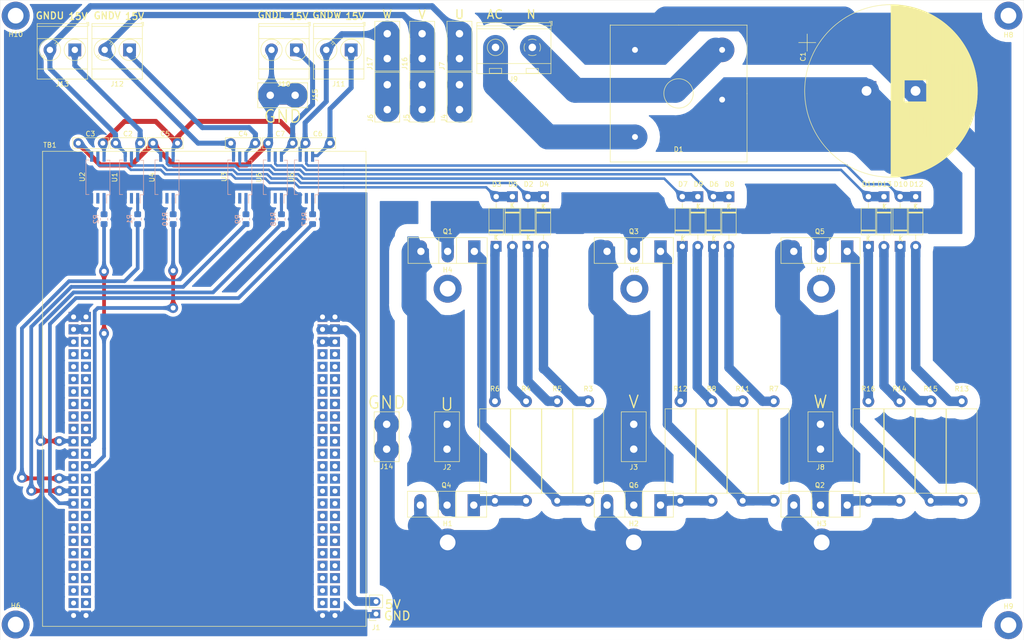
<source format=kicad_pcb>
(kicad_pcb (version 20171130) (host pcbnew "(5.1.9)-1")
  (layers (0 F.Cu signal hide) (31 B.Cu signal) (34 B.Paste user) (35 F.Paste user) (36 B.SilkS user) (37 F.SilkS user) (38 B.Mask user) (39 F.Mask user) (44 Edge.Cuts user))
  (net 0 "")
  (net 1 "Net-(R1-Pad1)")
  (net 2 "Net-(R2-Pad1)")
  (net 3 +VDC)
  (net 4 GND_L)
  (net 5 Power_U)
  (net 6 GND_U)
  (net 7 Power_V)
  (net 8 GND_V)
  (net 9 Power_W)
  (net 10 GND_W)
  (net 11 Power_L)
  (net 12 Power_MCU)
  (net 13 GND_MCU)
  (net 14 NEUT)
  (net 15 AC)
  (net 16 /PWM_I_HU)
  (net 17 "Net-(D2-Pad1)")
  (net 18 /PWM_I_LU)
  (net 19 "Net-(D3-Pad1)")
  (net 20 "Net-(D4-Pad2)")
  (net 21 "Net-(D5-Pad2)")
  (net 22 "Net-(D6-Pad1)")
  (net 23 /PWM_I_HV)
  (net 24 "Net-(D7-Pad1)")
  (net 25 /PWM_I_LV)
  (net 26 "Net-(D8-Pad2)")
  (net 27 "Net-(D9-Pad2)")
  (net 28 /PWM_I_HW)
  (net 29 "Net-(D10-Pad1)")
  (net 30 /PWM_I_LW)
  (net 31 "Net-(D11-Pad1)")
  (net 32 "Net-(D12-Pad2)")
  (net 33 "Net-(D13-Pad2)")
  (net 34 /PWM_HU)
  (net 35 /PWM_LU)
  (net 36 "Net-(R9-Pad1)")
  (net 37 /PWM_HV)
  (net 38 "Net-(R10-Pad1)")
  (net 39 /PWM_LV)
  (net 40 "Net-(R17-Pad1)")
  (net 41 "Net-(R18-Pad1)")
  (net 42 "Net-(TB1-PadP2_48)")
  (net 43 "Net-(TB1-PadP2_47)")
  (net 44 "Net-(TB1-PadP2_46)")
  (net 45 "Net-(TB1-PadP2_45)")
  (net 46 "Net-(TB1-PadP2_44)")
  (net 47 "Net-(TB1-PadP2_43)")
  (net 48 "Net-(TB1-PadP2_42)")
  (net 49 "Net-(TB1-PadP2_41)")
  (net 50 "Net-(TB1-PadP2_40)")
  (net 51 "Net-(TB1-PadP2_39)")
  (net 52 "Net-(TB1-PadP2_38)")
  (net 53 "Net-(TB1-PadP2_37)")
  (net 54 "Net-(TB1-PadP2_35)")
  (net 55 "Net-(TB1-PadP2_33)")
  (net 56 "Net-(TB1-PadP2_31)")
  (net 57 "Net-(TB1-PadP2_29)")
  (net 58 "Net-(TB1-PadP2_27)")
  (net 59 "Net-(TB1-PadP2_25)")
  (net 60 "Net-(TB1-PadP2_24)")
  (net 61 "Net-(TB1-PadP2_23)")
  (net 62 "Net-(TB1-PadP2_21)")
  (net 63 "Net-(TB1-PadP2_20)")
  (net 64 "Net-(TB1-PadP2_19)")
  (net 65 "Net-(TB1-PadP2_18)")
  (net 66 "Net-(TB1-PadP2_17)")
  (net 67 "Net-(TB1-PadP2_16)")
  (net 68 "Net-(TB1-PadP2_15)")
  (net 69 "Net-(TB1-PadP2_14)")
  (net 70 "Net-(TB1-PadP2_13)")
  (net 71 "Net-(TB1-PadP2_12)")
  (net 72 "Net-(TB1-PadP2_11)")
  (net 73 "Net-(TB1-PadP2_10)")
  (net 74 "Net-(TB1-PadP2_9)")
  (net 75 "Net-(TB1-PadP2_8)")
  (net 76 "Net-(TB1-PadP2_7)")
  (net 77 "Net-(TB1-PadP2_5)")
  (net 78 "Net-(TB1-PadP1_47)")
  (net 79 "Net-(TB1-PadP1_46)")
  (net 80 "Net-(TB1-PadP1_45)")
  (net 81 "Net-(TB1-PadP1_44)")
  (net 82 "Net-(TB1-PadP1_43)")
  (net 83 "Net-(TB1-PadP1_42)")
  (net 84 "Net-(TB1-PadP1_41)")
  (net 85 "Net-(TB1-PadP1_40)")
  (net 86 "Net-(TB1-PadP1_39)")
  (net 87 "Net-(TB1-PadP1_38)")
  (net 88 "Net-(TB1-PadP1_37)")
  (net 89 "Net-(TB1-PadP1_36)")
  (net 90 "Net-(TB1-PadP1_35)")
  (net 91 "Net-(TB1-PadP1_34)")
  (net 92 "Net-(TB1-PadP1_33)")
  (net 93 "Net-(TB1-PadP1_32)")
  (net 94 "Net-(TB1-PadP1_30)")
  (net 95 "Net-(TB1-PadP1_28)")
  (net 96 "Net-(TB1-PadP1_25)")
  (net 97 "Net-(TB1-PadP1_19)")
  (net 98 "Net-(TB1-PadP1_17)")
  (net 99 "Net-(TB1-PadP1_12)")
  (net 100 "Net-(TB1-PadP1_10)")
  (net 101 "Net-(TB1-PadP1_9)")
  (net 102 "Net-(TB1-PadP1_8)")
  (net 103 "Net-(TB1-PadP1_7)")
  (net 104 "Net-(TB1-PadP1_6)")
  (net 105 /PWM_HW)
  (net 106 /PWM_LW)
  (net 107 "Net-(TB1-PadP1_15)")
  (net 108 "Net-(TB1-PadP1_13)")
  (net 109 "Net-(TB1-PadP1_11)")
  (net 110 +3V3)
  (net 111 "Net-(Q1-Pad1)")
  (net 112 "Net-(Q2-Pad1)")
  (net 113 "Net-(Q3-Pad1)")
  (net 114 "Net-(Q4-Pad1)")
  (net 115 "Net-(Q5-Pad1)")
  (net 116 "Net-(Q6-Pad1)")
  (net 117 "Net-(U1-Pad2)")
  (net 118 "Net-(U2-Pad2)")
  (net 119 "Net-(U3-Pad2)")
  (net 120 "Net-(U4-Pad2)")
  (net 121 "Net-(U5-Pad2)")
  (net 122 "Net-(U6-Pad2)")
  (net 123 "Net-(TB1-PadP2_28)")
  (net 124 "Net-(TB1-PadP2_30)")
  (net 125 "Net-(TB1-PadP2_32)")
  (net 126 "Net-(TB1-PadP2_34)")
  (net 127 "Net-(TB1-PadP2_36)")
  (net 128 "Net-(TB1-PadP2_26)")
  (net 129 "Net-(TB1-PadP1_24)")
  (net 130 "Net-(TB1-PadP1_20)")
  (net 131 "Net-(TB1-PadP1_18)")
  (net 132 "Net-(TB1-PadP1_16)")
  (net 133 "Net-(TB1-PadP1_14)")
  (module Melta_Footprint:MODULE_STM32F4DISCOVERY (layer F.Cu) (at 74.676 126.492)
    (fp_text reference TB1 (at -31.496 -49.784) (layer F.SilkS) (effects (font (size 1.000654 1.000654))))
    (fp_text value STM32F4DISCOVERY)
    (pad P2_50 thru_hole rect (at 26.67 46.28) (size 2.032 2.032) (drill 1.016) (layers *.Cu *.Mask) (net 13 GND_MCU))
    (pad P2_49 thru_hole rect (at 24.13 46.28) (size 2.032 2.032) (drill 1.016) (layers *.Cu *.Mask) (net 13 GND_MCU))
    (pad P2_48 thru_hole rect (at 26.67 43.74) (size 2.032 2.032) (drill 1.016) (layers *.Cu *.Mask) (net 42 "Net-(TB1-PadP2_48)"))
    (pad P2_47 thru_hole rect (at 24.13 43.74) (size 2.032 2.032) (drill 1.016) (layers *.Cu *.Mask) (net 43 "Net-(TB1-PadP2_47)"))
    (pad P2_46 thru_hole rect (at 26.67 41.2) (size 2.032 2.032) (drill 1.016) (layers *.Cu *.Mask) (net 44 "Net-(TB1-PadP2_46)"))
    (pad P2_45 thru_hole rect (at 24.13 41.2) (size 2.032 2.032) (drill 1.016) (layers *.Cu *.Mask) (net 45 "Net-(TB1-PadP2_45)"))
    (pad P2_44 thru_hole rect (at 26.67 38.66) (size 2.032 2.032) (drill 1.016) (layers *.Cu *.Mask) (net 46 "Net-(TB1-PadP2_44)"))
    (pad P2_43 thru_hole rect (at 24.13 38.66) (size 2.032 2.032) (drill 1.016) (layers *.Cu *.Mask) (net 47 "Net-(TB1-PadP2_43)"))
    (pad P2_42 thru_hole rect (at 26.67 36.12) (size 2.032 2.032) (drill 1.016) (layers *.Cu *.Mask) (net 48 "Net-(TB1-PadP2_42)"))
    (pad P2_41 thru_hole rect (at 24.13 36.12) (size 2.032 2.032) (drill 1.016) (layers *.Cu *.Mask) (net 49 "Net-(TB1-PadP2_41)"))
    (pad P2_40 thru_hole rect (at 26.67 33.58) (size 2.032 2.032) (drill 1.016) (layers *.Cu *.Mask) (net 50 "Net-(TB1-PadP2_40)"))
    (pad P2_39 thru_hole rect (at 24.13 33.58) (size 2.032 2.032) (drill 1.016) (layers *.Cu *.Mask) (net 51 "Net-(TB1-PadP2_39)"))
    (pad P2_38 thru_hole rect (at 26.67 31.04) (size 2.032 2.032) (drill 1.016) (layers *.Cu *.Mask) (net 52 "Net-(TB1-PadP2_38)"))
    (pad P2_37 thru_hole rect (at 24.13 31.04) (size 2.032 2.032) (drill 1.016) (layers *.Cu *.Mask) (net 53 "Net-(TB1-PadP2_37)"))
    (pad P2_36 thru_hole rect (at 26.67 28.5) (size 2.032 2.032) (drill 1.016) (layers *.Cu *.Mask) (net 127 "Net-(TB1-PadP2_36)"))
    (pad P2_35 thru_hole rect (at 24.13 28.5) (size 2.032 2.032) (drill 1.016) (layers *.Cu *.Mask) (net 54 "Net-(TB1-PadP2_35)"))
    (pad P2_34 thru_hole rect (at 26.67 25.96) (size 2.032 2.032) (drill 1.016) (layers *.Cu *.Mask) (net 126 "Net-(TB1-PadP2_34)"))
    (pad P2_33 thru_hole rect (at 24.13 25.96) (size 2.032 2.032) (drill 1.016) (layers *.Cu *.Mask) (net 55 "Net-(TB1-PadP2_33)"))
    (pad P2_32 thru_hole rect (at 26.67 23.42) (size 2.032 2.032) (drill 1.016) (layers *.Cu *.Mask) (net 125 "Net-(TB1-PadP2_32)"))
    (pad P2_31 thru_hole rect (at 24.13 23.42) (size 2.032 2.032) (drill 1.016) (layers *.Cu *.Mask) (net 56 "Net-(TB1-PadP2_31)"))
    (pad P2_30 thru_hole rect (at 26.67 20.88) (size 2.032 2.032) (drill 1.016) (layers *.Cu *.Mask) (net 124 "Net-(TB1-PadP2_30)"))
    (pad P2_29 thru_hole rect (at 24.13 20.88) (size 2.032 2.032) (drill 1.016) (layers *.Cu *.Mask) (net 57 "Net-(TB1-PadP2_29)"))
    (pad P2_28 thru_hole rect (at 26.67 18.34) (size 2.032 2.032) (drill 1.016) (layers *.Cu *.Mask) (net 123 "Net-(TB1-PadP2_28)"))
    (pad P2_27 thru_hole rect (at 24.13 18.34) (size 2.032 2.032) (drill 1.016) (layers *.Cu *.Mask) (net 58 "Net-(TB1-PadP2_27)"))
    (pad P2_26 thru_hole rect (at 26.67 15.8) (size 2.032 2.032) (drill 1.016) (layers *.Cu *.Mask) (net 128 "Net-(TB1-PadP2_26)"))
    (pad P2_25 thru_hole rect (at 24.13 15.8) (size 2.032 2.032) (drill 1.016) (layers *.Cu *.Mask) (net 59 "Net-(TB1-PadP2_25)"))
    (pad P2_24 thru_hole rect (at 26.67 13.26) (size 2.032 2.032) (drill 1.016) (layers *.Cu *.Mask) (net 60 "Net-(TB1-PadP2_24)"))
    (pad P2_23 thru_hole rect (at 24.13 13.26) (size 2.032 2.032) (drill 1.016) (layers *.Cu *.Mask) (net 61 "Net-(TB1-PadP2_23)"))
    (pad P2_22 thru_hole rect (at 26.67 10.72) (size 2.032 2.032) (drill 1.016) (layers *.Cu *.Mask) (net 110 +3V3))
    (pad P2_21 thru_hole rect (at 24.13 10.72) (size 2.032 2.032) (drill 1.016) (layers *.Cu *.Mask) (net 62 "Net-(TB1-PadP2_21)"))
    (pad P2_20 thru_hole rect (at 26.67 8.18) (size 2.032 2.032) (drill 1.016) (layers *.Cu *.Mask) (net 63 "Net-(TB1-PadP2_20)"))
    (pad P2_19 thru_hole rect (at 24.13 8.18) (size 2.032 2.032) (drill 1.016) (layers *.Cu *.Mask) (net 64 "Net-(TB1-PadP2_19)"))
    (pad P2_18 thru_hole rect (at 26.67 5.64) (size 2.032 2.032) (drill 1.016) (layers *.Cu *.Mask) (net 65 "Net-(TB1-PadP2_18)"))
    (pad P2_17 thru_hole rect (at 24.13 5.64) (size 2.032 2.032) (drill 1.016) (layers *.Cu *.Mask) (net 66 "Net-(TB1-PadP2_17)"))
    (pad P2_16 thru_hole rect (at 26.67 3.1) (size 2.032 2.032) (drill 1.016) (layers *.Cu *.Mask) (net 67 "Net-(TB1-PadP2_16)"))
    (pad P2_15 thru_hole rect (at 24.13 3.1) (size 2.032 2.032) (drill 1.016) (layers *.Cu *.Mask) (net 68 "Net-(TB1-PadP2_15)"))
    (pad P2_14 thru_hole rect (at 26.67 0.56) (size 2.032 2.032) (drill 1.016) (layers *.Cu *.Mask) (net 69 "Net-(TB1-PadP2_14)"))
    (pad P2_13 thru_hole rect (at 24.13 0.56) (size 2.032 2.032) (drill 1.016) (layers *.Cu *.Mask) (net 70 "Net-(TB1-PadP2_13)"))
    (pad P2_12 thru_hole rect (at 26.67 -1.98) (size 2.032 2.032) (drill 1.016) (layers *.Cu *.Mask) (net 71 "Net-(TB1-PadP2_12)"))
    (pad P2_11 thru_hole rect (at 24.13 -1.98) (size 2.032 2.032) (drill 1.016) (layers *.Cu *.Mask) (net 72 "Net-(TB1-PadP2_11)"))
    (pad P2_10 thru_hole rect (at 26.67 -4.52) (size 2.032 2.032) (drill 1.016) (layers *.Cu *.Mask) (net 73 "Net-(TB1-PadP2_10)"))
    (pad P2_9 thru_hole rect (at 24.13 -4.52) (size 2.032 2.032) (drill 1.016) (layers *.Cu *.Mask) (net 74 "Net-(TB1-PadP2_9)"))
    (pad P2_8 thru_hole rect (at 26.67 -7.06) (size 2.032 2.032) (drill 1.016) (layers *.Cu *.Mask) (net 75 "Net-(TB1-PadP2_8)"))
    (pad P2_7 thru_hole rect (at 24.13 -7.06) (size 2.032 2.032) (drill 1.016) (layers *.Cu *.Mask) (net 76 "Net-(TB1-PadP2_7)"))
    (pad P2_6 thru_hole rect (at 26.67 -9.6) (size 2.032 2.032) (drill 1.016) (layers *.Cu *.Mask) (net 77 "Net-(TB1-PadP2_5)"))
    (pad P2_5 thru_hole rect (at 24.13 -9.6) (size 2.032 2.032) (drill 1.016) (layers *.Cu *.Mask) (net 77 "Net-(TB1-PadP2_5)"))
    (pad P2_4 thru_hole rect (at 26.67 -12.14) (size 2.032 2.032) (drill 1.016) (layers *.Cu *.Mask) (net 12 Power_MCU))
    (pad P2_3 thru_hole rect (at 24.13 -12.14) (size 2.032 2.032) (drill 1.016) (layers *.Cu *.Mask) (net 12 Power_MCU))
    (pad P2_2 thru_hole rect (at 26.67 -14.68) (size 2.032 2.032) (drill 1.016) (layers *.Cu *.Mask) (net 13 GND_MCU))
    (pad P2_1 thru_hole rect (at 24.13 -14.68) (size 2.032 2.032) (drill 1.016) (layers *.Cu *.Mask) (net 13 GND_MCU))
    (pad P1_50 thru_hole rect (at -24.13 46.28) (size 2.032 2.032) (drill 1.016) (layers *.Cu *.Mask) (net 13 GND_MCU))
    (pad P1_49 thru_hole rect (at -26.67 46.28) (size 2.032 2.032) (drill 1.016) (layers *.Cu *.Mask) (net 13 GND_MCU))
    (pad P1_48 thru_hole rect (at -24.13 43.74) (size 2.032 2.032) (drill 1.016) (layers *.Cu *.Mask))
    (pad P1_47 thru_hole rect (at -26.67 43.74) (size 2.032 2.032) (drill 1.016) (layers *.Cu *.Mask) (net 78 "Net-(TB1-PadP1_47)"))
    (pad P1_46 thru_hole rect (at -24.13 41.2) (size 2.032 2.032) (drill 1.016) (layers *.Cu *.Mask) (net 79 "Net-(TB1-PadP1_46)"))
    (pad P1_45 thru_hole rect (at -26.67 41.2) (size 2.032 2.032) (drill 1.016) (layers *.Cu *.Mask) (net 80 "Net-(TB1-PadP1_45)"))
    (pad P1_44 thru_hole rect (at -24.13 38.66) (size 2.032 2.032) (drill 1.016) (layers *.Cu *.Mask) (net 81 "Net-(TB1-PadP1_44)"))
    (pad P1_43 thru_hole rect (at -26.67 38.66) (size 2.032 2.032) (drill 1.016) (layers *.Cu *.Mask) (net 82 "Net-(TB1-PadP1_43)"))
    (pad P1_42 thru_hole rect (at -24.13 36.12) (size 2.032 2.032) (drill 1.016) (layers *.Cu *.Mask) (net 83 "Net-(TB1-PadP1_42)"))
    (pad P1_41 thru_hole rect (at -26.67 36.12) (size 2.032 2.032) (drill 1.016) (layers *.Cu *.Mask) (net 84 "Net-(TB1-PadP1_41)"))
    (pad P1_40 thru_hole rect (at -24.13 33.58) (size 2.032 2.032) (drill 1.016) (layers *.Cu *.Mask) (net 85 "Net-(TB1-PadP1_40)"))
    (pad P1_39 thru_hole rect (at -26.67 33.58) (size 2.032 2.032) (drill 1.016) (layers *.Cu *.Mask) (net 86 "Net-(TB1-PadP1_39)"))
    (pad P1_38 thru_hole rect (at -24.13 31.04) (size 2.032 2.032) (drill 1.016) (layers *.Cu *.Mask) (net 87 "Net-(TB1-PadP1_38)"))
    (pad P1_37 thru_hole rect (at -26.67 31.04) (size 2.032 2.032) (drill 1.016) (layers *.Cu *.Mask) (net 88 "Net-(TB1-PadP1_37)"))
    (pad P1_36 thru_hole rect (at -24.13 28.5) (size 2.032 2.032) (drill 1.016) (layers *.Cu *.Mask) (net 89 "Net-(TB1-PadP1_36)"))
    (pad P1_35 thru_hole rect (at -26.67 28.5) (size 2.032 2.032) (drill 1.016) (layers *.Cu *.Mask) (net 90 "Net-(TB1-PadP1_35)"))
    (pad P1_34 thru_hole rect (at -24.13 25.96) (size 2.032 2.032) (drill 1.016) (layers *.Cu *.Mask) (net 91 "Net-(TB1-PadP1_34)"))
    (pad P1_33 thru_hole rect (at -26.67 25.96) (size 2.032 2.032) (drill 1.016) (layers *.Cu *.Mask) (net 92 "Net-(TB1-PadP1_33)"))
    (pad P1_32 thru_hole rect (at -24.13 23.42) (size 2.032 2.032) (drill 1.016) (layers *.Cu *.Mask) (net 93 "Net-(TB1-PadP1_32)"))
    (pad P1_31 thru_hole rect (at -26.67 23.42) (size 2.032 2.032) (drill 1.016) (layers *.Cu *.Mask) (net 105 /PWM_HW))
    (pad P1_30 thru_hole rect (at -24.13 20.88) (size 2.032 2.032) (drill 1.016) (layers *.Cu *.Mask) (net 94 "Net-(TB1-PadP1_30)"))
    (pad P1_29 thru_hole rect (at -26.67 20.88) (size 2.032 2.032) (drill 1.016) (layers *.Cu *.Mask) (net 37 /PWM_HV))
    (pad P1_28 thru_hole rect (at -24.13 18.34) (size 2.032 2.032) (drill 1.016) (layers *.Cu *.Mask) (net 95 "Net-(TB1-PadP1_28)"))
    (pad P1_27 thru_hole rect (at -26.67 18.34) (size 2.032 2.032) (drill 1.016) (layers *.Cu *.Mask) (net 34 /PWM_HU))
    (pad P1_26 thru_hole rect (at -24.13 15.8) (size 2.032 2.032) (drill 1.016) (layers *.Cu *.Mask) (net 35 /PWM_LU))
    (pad P1_25 thru_hole rect (at -26.67 15.8) (size 2.032 2.032) (drill 1.016) (layers *.Cu *.Mask) (net 96 "Net-(TB1-PadP1_25)"))
    (pad P1_24 thru_hole rect (at -24.13 13.26) (size 2.032 2.032) (drill 1.016) (layers *.Cu *.Mask) (net 129 "Net-(TB1-PadP1_24)"))
    (pad P1_23 thru_hole rect (at -26.67 13.26) (size 2.032 2.032) (drill 1.016) (layers *.Cu *.Mask) (net 13 GND_MCU))
    (pad P1_22 thru_hole rect (at -24.13 10.72) (size 2.032 2.032) (drill 1.016) (layers *.Cu *.Mask) (net 39 /PWM_LV))
    (pad P1_21 thru_hole rect (at -26.67 10.72) (size 2.032 2.032) (drill 1.016) (layers *.Cu *.Mask) (net 106 /PWM_LW))
    (pad P1_20 thru_hole rect (at -24.13 8.18) (size 2.032 2.032) (drill 1.016) (layers *.Cu *.Mask) (net 130 "Net-(TB1-PadP1_20)"))
    (pad P1_19 thru_hole rect (at -26.67 8.18) (size 2.032 2.032) (drill 1.016) (layers *.Cu *.Mask) (net 97 "Net-(TB1-PadP1_19)"))
    (pad P1_18 thru_hole rect (at -24.13 5.64) (size 2.032 2.032) (drill 1.016) (layers *.Cu *.Mask) (net 131 "Net-(TB1-PadP1_18)"))
    (pad P1_17 thru_hole rect (at -26.67 5.64) (size 2.032 2.032) (drill 1.016) (layers *.Cu *.Mask) (net 98 "Net-(TB1-PadP1_17)"))
    (pad P1_16 thru_hole rect (at -24.13 3.1) (size 2.032 2.032) (drill 1.016) (layers *.Cu *.Mask) (net 132 "Net-(TB1-PadP1_16)"))
    (pad P1_15 thru_hole rect (at -26.67 3.1) (size 2.032 2.032) (drill 1.016) (layers *.Cu *.Mask) (net 107 "Net-(TB1-PadP1_15)"))
    (pad P1_14 thru_hole rect (at -24.13 0.56) (size 2.032 2.032) (drill 1.016) (layers *.Cu *.Mask) (net 133 "Net-(TB1-PadP1_14)"))
    (pad P1_13 thru_hole rect (at -26.67 0.56) (size 2.032 2.032) (drill 1.016) (layers *.Cu *.Mask) (net 108 "Net-(TB1-PadP1_13)"))
    (pad P1_12 thru_hole rect (at -24.13 -1.98) (size 2.032 2.032) (drill 1.016) (layers *.Cu *.Mask) (net 99 "Net-(TB1-PadP1_12)"))
    (pad P1_11 thru_hole rect (at -26.67 -1.98) (size 2.032 2.032) (drill 1.016) (layers *.Cu *.Mask) (net 109 "Net-(TB1-PadP1_11)"))
    (pad P1_10 thru_hole rect (at -24.13 -4.52) (size 2.032 2.032) (drill 1.016) (layers *.Cu *.Mask) (net 100 "Net-(TB1-PadP1_10)"))
    (pad P1_9 thru_hole rect (at -26.67 -4.52) (size 2.032 2.032) (drill 1.016) (layers *.Cu *.Mask) (net 101 "Net-(TB1-PadP1_9)"))
    (pad P1_8 thru_hole rect (at -24.13 -7.06) (size 2.032 2.032) (drill 1.016) (layers *.Cu *.Mask) (net 102 "Net-(TB1-PadP1_8)"))
    (pad P1_7 thru_hole rect (at -26.67 -7.06) (size 2.032 2.032) (drill 1.016) (layers *.Cu *.Mask) (net 103 "Net-(TB1-PadP1_7)"))
    (pad P1_6 thru_hole rect (at -24.13 -9.6) (size 2.032 2.032) (drill 1.016) (layers *.Cu *.Mask) (net 104 "Net-(TB1-PadP1_6)"))
    (pad P1_5 thru_hole rect (at -26.67 -9.6) (size 2.032 2.032) (drill 1.016) (layers *.Cu *.Mask) (net 13 GND_MCU))
    (pad P1_4 thru_hole rect (at -24.13 -12.14) (size 2.032 2.032) (drill 1.016) (layers *.Cu *.Mask) (net 110 +3V3))
    (pad P1_3 thru_hole rect (at -26.67 -12.14) (size 2.032 2.032) (drill 1.016) (layers *.Cu *.Mask) (net 110 +3V3))
    (pad P1_2 thru_hole rect (at -24.13 -14.68) (size 2.032 2.032) (drill 1.016) (layers *.Cu *.Mask) (net 13 GND_MCU))
    (pad P1_1 thru_hole rect (at -26.67 -14.68) (size 2.032 2.032) (drill 1.016) (layers *.Cu *.Mask) (net 13 GND_MCU))
  )
  (module Capacitor_THT:C_Rect_L7.0mm_W2.0mm_P5.00mm (layer F.Cu) (at 100.33 76.327 180)
    (fp_text reference C6 (at 2.5 1.905 180) (layer F.SilkS))
    (fp_text value 0.1uF)
    (pad 2 thru_hole circle (at 5 0 180) (size 2.032 2.032) (drill 1.016) (layers *.Cu *.Mask) (net 10 GND_W))
    (pad 1 thru_hole circle (at 0 0 180) (size 2.032 2.032) (drill 1.016) (layers *.Cu *.Mask) (net 9 Power_W))
  )
  (module Capacitor_THT:C_Rect_L7.0mm_W2.0mm_P5.00mm (layer F.Cu) (at 92.71 76.327 180)
    (fp_text reference C7 (at 2.54 1.905 180) (layer F.SilkS))
    (fp_text value 0.1uF)
    (pad 1 thru_hole circle (at 0 0 180) (size 2.032 2.032) (drill 1.016) (layers *.Cu *.Mask) (net 11 Power_L))
    (pad 2 thru_hole circle (at 5 0 180) (size 2.032 2.032) (drill 1.016) (layers *.Cu *.Mask) (net 4 GND_L))
  )
  (module Capacitor_THT:C_Rect_L7.0mm_W2.0mm_P5.00mm (layer F.Cu) (at 85.09 76.327 180)
    (fp_text reference C4 (at 2.5 1.905 180) (layer F.SilkS))
    (fp_text value 0.1uF)
    (pad 2 thru_hole circle (at 5 0 180) (size 2.032 2.032) (drill 1.016) (layers *.Cu *.Mask) (net 8 GND_V))
    (pad 1 thru_hole circle (at 0 0 180) (size 2.032 2.032) (drill 1.016) (layers *.Cu *.Mask) (net 7 Power_V))
  )
  (module Capacitor_THT:C_Rect_L7.0mm_W2.0mm_P5.00mm (layer F.Cu) (at 69.215 76.327 180)
    (fp_text reference C5 (at 2.54 1.905 180) (layer F.SilkS))
    (fp_text value 0.1uF)
    (pad 1 thru_hole circle (at 0 0 180) (size 2.032 2.032) (drill 1.016) (layers *.Cu *.Mask) (net 11 Power_L))
    (pad 2 thru_hole circle (at 5 0 180) (size 2.032 2.032) (drill 1.016) (layers *.Cu *.Mask) (net 4 GND_L))
  )
  (module Capacitor_THT:C_Rect_L7.0mm_W2.0mm_P5.00mm (layer F.Cu) (at 61.595 76.327 180)
    (fp_text reference C2 (at 2.5 1.905 180) (layer F.SilkS))
    (fp_text value 0.1uF)
    (pad 2 thru_hole circle (at 5 0 180) (size 2.032 2.032) (drill 1.016) (layers *.Cu *.Mask) (net 6 GND_U))
    (pad 1 thru_hole circle (at 0 0 180) (size 2.032 2.032) (drill 1.016) (layers *.Cu *.Mask) (net 5 Power_U))
  )
  (module TerminalBlock_Phoenix:TerminalBlock_Phoenix_MKDS-3-2-5.08_1x02_P5.08mm_Horizontal (layer F.Cu) (at 48.26 57.277 180)
    (fp_text reference J13 (at 2.54 -6.96) (layer F.SilkS))
    (fp_text value Screw_Terminal_01x02)
    (pad 2 thru_hole circle (at 5.08 0 180) (size 2.6 2.6) (drill 1.3) (layers *.Cu *.Mask) (net 6 GND_U))
    (pad 1 thru_hole rect (at 0 0 180) (size 2.6 2.6) (drill 1.3) (layers *.Cu *.Mask) (net 5 Power_U))
  )
  (module TerminalBlock_Phoenix:TerminalBlock_Phoenix_MKDS-3-2-5.08_1x02_P5.08mm_Horizontal (layer F.Cu) (at 59.436 57.277 180)
    (fp_text reference J12 (at 2.54 -6.96) (layer F.SilkS))
    (fp_text value Screw_Terminal_01x02)
    (pad 1 thru_hole rect (at 0 0 180) (size 2.6 2.6) (drill 1.3) (layers *.Cu *.Mask) (net 7 Power_V))
    (pad 2 thru_hole circle (at 5.08 0 180) (size 2.6 2.6) (drill 1.3) (layers *.Cu *.Mask) (net 8 GND_V))
  )
  (module TerminalBlock_Phoenix:TerminalBlock_Phoenix_MKDS-3-2-5.08_1x02_P5.08mm_Horizontal (layer F.Cu) (at 104.648 57.277 180)
    (fp_text reference J11 (at 2.54 -6.96) (layer F.SilkS))
    (fp_text value Screw_Terminal_01x02)
    (pad 2 thru_hole circle (at 5.08 0 180) (size 2.6 2.6) (drill 1.3) (layers *.Cu *.Mask) (net 10 GND_W))
    (pad 1 thru_hole rect (at 0 0 180) (size 2.6 2.6) (drill 1.3) (layers *.Cu *.Mask) (net 9 Power_W))
  )
  (module TerminalBlock_Phoenix:TerminalBlock_Phoenix_MKDS-3-2-5.08_1x02_P5.08mm_Horizontal (layer F.Cu) (at 93.472 57.277 180)
    (fp_text reference J10 (at 2.54 -6.96) (layer F.SilkS))
    (fp_text value Screw_Terminal_01x02)
    (pad 1 thru_hole rect (at 0 0 180) (size 2.6 2.6) (drill 1.3) (layers *.Cu *.Mask) (net 11 Power_L))
    (pad 2 thru_hole circle (at 5.08 0 180) (size 2.6 2.6) (drill 1.3) (layers *.Cu *.Mask) (net 4 GND_L))
  )
  (module Connector_PinSocket_2.54mm:PinSocket_1x02_P2.54mm_Vertical (layer F.Cu) (at 109.728 172.466 180)
    (fp_text reference J1 (at 0 -2.77) (layer F.SilkS))
    (fp_text value Screw_Terminal_01x02)
    (pad 1 thru_hole rect (at 0 0 180) (size 1.7 1.7) (drill 1) (layers *.Cu *.Mask) (net 13 GND_MCU))
    (pad 2 thru_hole oval (at 0 2.54 180) (size 1.7 1.7) (drill 1) (layers *.Cu *.Mask) (net 12 Power_MCU))
  )
  (module Resistor_SMD:R_0805_2012Metric_Pad1.20x1.40mm_HandSolder (layer B.Cu) (at 90.424 91.847 270)
    (fp_text reference R18 (at 0 1.65 90) (layer B.SilkS) (effects (justify mirror)))
    (fp_text value 2K)
    (pad 1 smd roundrect (at -1 0 270) (size 1.2 1.4) (layers B.Cu B.Paste B.Mask) (roundrect_rratio 0.2083325) (net 41 "Net-(R18-Pad1)"))
    (pad 2 smd roundrect (at 1 0 270) (size 1.2 1.4) (layers B.Cu B.Paste B.Mask) (roundrect_rratio 0.2083325) (net 106 /PWM_LW))
  )
  (module Resistor_SMD:R_0805_2012Metric_Pad1.20x1.40mm_HandSolder (layer B.Cu) (at 96.774 91.847 270)
    (fp_text reference R17 (at 0 1.65 90) (layer B.SilkS) (effects (justify mirror)))
    (fp_text value 2K)
    (pad 2 smd roundrect (at 1 0 270) (size 1.2 1.4) (layers B.Cu B.Paste B.Mask) (roundrect_rratio 0.2083325) (net 105 /PWM_HW))
    (pad 1 smd roundrect (at -1 0 270) (size 1.2 1.4) (layers B.Cu B.Paste B.Mask) (roundrect_rratio 0.2083325) (net 40 "Net-(R17-Pad1)"))
  )
  (module Resistor_SMD:R_0805_2012Metric_Pad1.20x1.40mm_HandSolder (layer B.Cu) (at 68.326 91.847 270)
    (fp_text reference R10 (at 0 1.65 90) (layer B.SilkS) (effects (justify mirror)))
    (fp_text value 2K)
    (pad 1 smd roundrect (at -1 0 270) (size 1.2 1.4) (layers B.Cu B.Paste B.Mask) (roundrect_rratio 0.2083325) (net 38 "Net-(R10-Pad1)"))
    (pad 2 smd roundrect (at 1 0 270) (size 1.2 1.4) (layers B.Cu B.Paste B.Mask) (roundrect_rratio 0.2083325) (net 39 /PWM_LV))
  )
  (module Resistor_SMD:R_0805_2012Metric_Pad1.20x1.40mm_HandSolder (layer B.Cu) (at 83.185 91.847 270)
    (fp_text reference R9 (at 0 1.65 90) (layer B.SilkS) (effects (justify mirror)))
    (fp_text value 2K)
    (pad 1 smd roundrect (at -1 0 270) (size 1.2 1.4) (layers B.Cu B.Paste B.Mask) (roundrect_rratio 0.2083325) (net 36 "Net-(R9-Pad1)"))
    (pad 2 smd roundrect (at 1 0 270) (size 1.2 1.4) (layers B.Cu B.Paste B.Mask) (roundrect_rratio 0.2083325) (net 37 /PWM_HV))
  )
  (module Resistor_SMD:R_0805_2012Metric_Pad1.20x1.40mm_HandSolder (layer B.Cu) (at 54.229 91.847 270)
    (fp_text reference R2 (at 0 1.65 90) (layer B.SilkS) (effects (justify mirror)))
    (fp_text value 2K)
    (pad 2 smd roundrect (at 1 0 270) (size 1.2 1.4) (layers B.Cu B.Paste B.Mask) (roundrect_rratio 0.2083325) (net 35 /PWM_LU))
    (pad 1 smd roundrect (at -1 0 270) (size 1.2 1.4) (layers B.Cu B.Paste B.Mask) (roundrect_rratio 0.2083325) (net 2 "Net-(R2-Pad1)"))
  )
  (module Resistor_SMD:R_0805_2012Metric_Pad1.20x1.40mm_HandSolder (layer B.Cu) (at 61.087 91.847 270)
    (fp_text reference R1 (at 0 1.65 90) (layer B.SilkS) (effects (justify mirror)))
    (fp_text value 2K)
    (pad 2 smd roundrect (at 1 0 270) (size 1.2 1.4) (layers B.Cu B.Paste B.Mask) (roundrect_rratio 0.2083325) (net 34 /PWM_HU))
    (pad 1 smd roundrect (at -1 0 270) (size 1.2 1.4) (layers B.Cu B.Paste B.Mask) (roundrect_rratio 0.2083325) (net 1 "Net-(R1-Pad1)"))
  )
  (module Resistor_THT:R_Axial_DIN0617_L17.0mm_D6.0mm_P20.32mm_Horizontal (layer F.Cu) (at 210.185 149.352 90)
    (fp_text reference R16 (at 22.86 0 180) (layer F.SilkS))
    (fp_text value 1K)
    (pad 1 thru_hole circle (at 0 0 90) (size 2.4 2.4) (drill 1.2) (layers *.Cu *.Mask) (net 112 "Net-(Q2-Pad1)"))
    (pad 2 thru_hole oval (at 20.32 0 90) (size 2.4 2.4) (drill 1.2) (layers *.Cu *.Mask) (net 31 "Net-(D11-Pad1)"))
  )
  (module Resistor_THT:R_Axial_DIN0617_L17.0mm_D6.0mm_P20.32mm_Horizontal (layer F.Cu) (at 222.885 149.352 90)
    (fp_text reference R15 (at 22.86 0 180) (layer F.SilkS))
    (fp_text value 1K)
    (pad 1 thru_hole circle (at 0 0 90) (size 2.4 2.4) (drill 1.2) (layers *.Cu *.Mask) (net 115 "Net-(Q5-Pad1)"))
    (pad 2 thru_hole oval (at 20.32 0 90) (size 2.4 2.4) (drill 1.2) (layers *.Cu *.Mask) (net 29 "Net-(D10-Pad1)"))
  )
  (module Resistor_THT:R_Axial_DIN0617_L17.0mm_D6.0mm_P20.32mm_Horizontal (layer F.Cu) (at 216.535 149.352 90)
    (fp_text reference R14 (at 22.86 0 180) (layer F.SilkS))
    (fp_text value 10R)
    (pad 2 thru_hole oval (at 20.32 0 90) (size 2.4 2.4) (drill 1.2) (layers *.Cu *.Mask) (net 33 "Net-(D13-Pad2)"))
    (pad 1 thru_hole circle (at 0 0 90) (size 2.4 2.4) (drill 1.2) (layers *.Cu *.Mask) (net 112 "Net-(Q2-Pad1)"))
  )
  (module Resistor_THT:R_Axial_DIN0617_L17.0mm_D6.0mm_P20.32mm_Horizontal (layer F.Cu) (at 229.235 149.352 90)
    (fp_text reference R13 (at 22.86 0 180) (layer F.SilkS))
    (fp_text value 10R)
    (pad 2 thru_hole oval (at 20.32 0 90) (size 2.4 2.4) (drill 1.2) (layers *.Cu *.Mask) (net 32 "Net-(D12-Pad2)"))
    (pad 1 thru_hole circle (at 0 0 90) (size 2.4 2.4) (drill 1.2) (layers *.Cu *.Mask) (net 115 "Net-(Q5-Pad1)"))
  )
  (module Resistor_THT:R_Axial_DIN0617_L17.0mm_D6.0mm_P20.32mm_Horizontal (layer F.Cu) (at 171.831 149.352 90)
    (fp_text reference R12 (at 22.86 0 180) (layer F.SilkS))
    (fp_text value 1K)
    (pad 1 thru_hole circle (at 0 0 90) (size 2.4 2.4) (drill 1.2) (layers *.Cu *.Mask) (net 116 "Net-(Q6-Pad1)"))
    (pad 2 thru_hole oval (at 20.32 0 90) (size 2.4 2.4) (drill 1.2) (layers *.Cu *.Mask) (net 24 "Net-(D7-Pad1)"))
  )
  (module Resistor_THT:R_Axial_DIN0617_L17.0mm_D6.0mm_P20.32mm_Horizontal (layer F.Cu) (at 184.531 149.352 90)
    (fp_text reference R11 (at 22.86 0 180) (layer F.SilkS))
    (fp_text value 1K)
    (pad 1 thru_hole circle (at 0 0 90) (size 2.4 2.4) (drill 1.2) (layers *.Cu *.Mask) (net 113 "Net-(Q3-Pad1)"))
    (pad 2 thru_hole oval (at 20.32 0 90) (size 2.4 2.4) (drill 1.2) (layers *.Cu *.Mask) (net 22 "Net-(D6-Pad1)"))
  )
  (module Resistor_THT:R_Axial_DIN0617_L17.0mm_D6.0mm_P20.32mm_Horizontal (layer F.Cu) (at 178.181 149.352 90)
    (fp_text reference R8 (at 22.86 0 180) (layer F.SilkS))
    (fp_text value 10R)
    (pad 2 thru_hole oval (at 20.32 0 90) (size 2.4 2.4) (drill 1.2) (layers *.Cu *.Mask) (net 27 "Net-(D9-Pad2)"))
    (pad 1 thru_hole circle (at 0 0 90) (size 2.4 2.4) (drill 1.2) (layers *.Cu *.Mask) (net 116 "Net-(Q6-Pad1)"))
  )
  (module Resistor_THT:R_Axial_DIN0617_L17.0mm_D6.0mm_P20.32mm_Horizontal (layer F.Cu) (at 190.881 149.352 90)
    (fp_text reference R7 (at 22.86 0 180) (layer F.SilkS))
    (fp_text value 10R)
    (pad 2 thru_hole oval (at 20.32 0 90) (size 2.4 2.4) (drill 1.2) (layers *.Cu *.Mask) (net 26 "Net-(D8-Pad2)"))
    (pad 1 thru_hole circle (at 0 0 90) (size 2.4 2.4) (drill 1.2) (layers *.Cu *.Mask) (net 113 "Net-(Q3-Pad1)"))
  )
  (module Resistor_THT:R_Axial_DIN0617_L17.0mm_D6.0mm_P20.32mm_Horizontal (layer F.Cu) (at 133.985 149.352 90)
    (fp_text reference R6 (at 22.86 0 180) (layer F.SilkS))
    (fp_text value 1K)
    (pad 2 thru_hole oval (at 20.32 0 90) (size 2.4 2.4) (drill 1.2) (layers *.Cu *.Mask) (net 19 "Net-(D3-Pad1)"))
    (pad 1 thru_hole circle (at 0 0 90) (size 2.4 2.4) (drill 1.2) (layers *.Cu *.Mask) (net 114 "Net-(Q4-Pad1)"))
  )
  (module Resistor_THT:R_Axial_DIN0617_L17.0mm_D6.0mm_P20.32mm_Horizontal (layer F.Cu) (at 146.685 149.352 90)
    (fp_text reference R5 (at 22.86 0 180) (layer F.SilkS))
    (fp_text value 1K)
    (pad 1 thru_hole circle (at 0 0 90) (size 2.4 2.4) (drill 1.2) (layers *.Cu *.Mask) (net 111 "Net-(Q1-Pad1)"))
    (pad 2 thru_hole oval (at 20.32 0 90) (size 2.4 2.4) (drill 1.2) (layers *.Cu *.Mask) (net 17 "Net-(D2-Pad1)"))
  )
  (module Resistor_THT:R_Axial_DIN0617_L17.0mm_D6.0mm_P20.32mm_Horizontal (layer F.Cu) (at 140.335 149.352 90)
    (fp_text reference R4 (at 22.86 0 180) (layer F.SilkS))
    (fp_text value 10R)
    (pad 1 thru_hole circle (at 0 0 90) (size 2.4 2.4) (drill 1.2) (layers *.Cu *.Mask) (net 114 "Net-(Q4-Pad1)"))
    (pad 2 thru_hole oval (at 20.32 0 90) (size 2.4 2.4) (drill 1.2) (layers *.Cu *.Mask) (net 21 "Net-(D5-Pad2)"))
  )
  (module Resistor_THT:R_Axial_DIN0617_L17.0mm_D6.0mm_P20.32mm_Horizontal (layer F.Cu) (at 153.035 149.352 90)
    (fp_text reference R3 (at 22.86 0 180) (layer F.SilkS))
    (fp_text value 10R)
    (pad 2 thru_hole oval (at 20.32 0 90) (size 2.4 2.4) (drill 1.2) (layers *.Cu *.Mask) (net 20 "Net-(D4-Pad2)"))
    (pad 1 thru_hole circle (at 0 0 90) (size 2.4 2.4) (drill 1.2) (layers *.Cu *.Mask) (net 111 "Net-(Q1-Pad1)"))
  )
  (module MountingHole:MountingHole_3.2mm_M3_ISO7380_Pad_TopBottom (layer F.Cu) (at 36.195 50.292)
    (fp_text reference H10 (at 0 3.81) (layer F.SilkS))
    (fp_text value MountingHole)
    (pad 1 thru_hole circle (at 0 0) (size 3.6 3.6) (drill 3.2) (layers *.Cu *.Mask))
    (pad 1 connect circle (at 0 0) (size 5.7 5.7) (layers F.Cu F.Mask))
    (pad 1 connect circle (at 0 0) (size 5.7 5.7) (layers B.Cu B.Mask))
  )
  (module MountingHole:MountingHole_3.2mm_M3_ISO7380_Pad_TopBottom (layer F.Cu) (at 238.76 174.752)
    (fp_text reference H9 (at 0 -3.85) (layer F.SilkS))
    (fp_text value MountingHole)
    (pad 1 connect circle (at 0 0) (size 5.7 5.7) (layers B.Cu B.Mask))
    (pad 1 connect circle (at 0 0) (size 5.7 5.7) (layers F.Cu F.Mask))
    (pad 1 thru_hole circle (at 0 0) (size 3.6 3.6) (drill 3.2) (layers *.Cu *.Mask))
  )
  (module MountingHole:MountingHole_3.2mm_M3_ISO7380_Pad_TopBottom (layer F.Cu) (at 238.76 50.292)
    (fp_text reference H8 (at 0 3.937) (layer F.SilkS))
    (fp_text value MountingHole)
    (pad 1 thru_hole circle (at 0 0) (size 3.6 3.6) (drill 3.2) (layers *.Cu *.Mask))
    (pad 1 connect circle (at 0 0) (size 5.7 5.7) (layers F.Cu F.Mask))
    (pad 1 connect circle (at 0 0) (size 5.7 5.7) (layers B.Cu B.Mask))
  )
  (module MountingHole:MountingHole_3.2mm_M3_ISO7380_Pad_TopBottom (layer F.Cu) (at 200.533 106.045)
    (fp_text reference H7 (at 0 -3.85) (layer F.SilkS))
    (fp_text value MountingHole)
    (pad 1 thru_hole circle (at 0 0) (size 3.6 3.6) (drill 3.2) (layers *.Cu *.Mask))
    (pad 1 connect circle (at 0 0) (size 5.7 5.7) (layers F.Cu F.Mask))
    (pad 1 connect circle (at 0 0) (size 5.7 5.7) (layers B.Cu B.Mask))
  )
  (module MountingHole:MountingHole_3.2mm_M3_ISO7380_Pad_TopBottom (layer F.Cu) (at 36.195 174.625)
    (fp_text reference H6 (at 0 -3.85) (layer F.SilkS))
    (fp_text value MountingHole)
    (pad 1 thru_hole circle (at 0 0) (size 3.6 3.6) (drill 3.2) (layers *.Cu *.Mask))
    (pad 1 connect circle (at 0 0) (size 5.7 5.7) (layers F.Cu F.Mask))
    (pad 1 connect circle (at 0 0) (size 5.7 5.7) (layers B.Cu B.Mask))
  )
  (module MountingHole:MountingHole_3.2mm_M3_ISO7380_Pad_TopBottom (layer F.Cu) (at 162.433 106.045)
    (fp_text reference H5 (at 0 -3.85) (layer F.SilkS))
    (fp_text value MountingHole)
    (pad 1 connect circle (at 0 0) (size 5.7 5.7) (layers B.Cu B.Mask))
    (pad 1 connect circle (at 0 0) (size 5.7 5.7) (layers F.Cu F.Mask))
    (pad 1 thru_hole circle (at 0 0) (size 3.6 3.6) (drill 3.2) (layers *.Cu *.Mask))
  )
  (module MountingHole:MountingHole_3.2mm_M3_ISO7380_Pad_TopBottom (layer F.Cu) (at 124.333 106.045)
    (fp_text reference H4 (at 0 -3.85) (layer F.SilkS))
    (fp_text value MountingHole)
    (pad 1 connect circle (at 0 0) (size 5.7 5.7) (layers B.Cu B.Mask))
    (pad 1 connect circle (at 0 0) (size 5.7 5.7) (layers F.Cu F.Mask))
    (pad 1 thru_hole circle (at 0 0) (size 3.6 3.6) (drill 3.2) (layers *.Cu *.Mask))
  )
  (module MountingHole:MountingHole_3.2mm_M3_ISO7380_Pad_TopBottom (layer F.Cu) (at 200.66 157.861)
    (fp_text reference H3 (at 0 -3.85) (layer F.SilkS))
    (fp_text value MountingHole_Pad)
    (pad 1 thru_hole circle (at 0 0) (size 3.6 3.6) (drill 3.2) (layers *.Cu *.Mask) (net 4 GND_L))
    (pad 1 connect circle (at 0 0) (size 5.7 5.7) (layers F.Cu F.Mask) (net 4 GND_L))
    (pad 1 connect circle (at 0 0) (size 5.7 5.7) (layers B.Cu B.Mask) (net 4 GND_L))
  )
  (module MountingHole:MountingHole_3.2mm_M3_ISO7380_Pad_TopBottom (layer F.Cu) (at 162.306 157.861)
    (fp_text reference H2 (at 0 -3.85) (layer F.SilkS))
    (fp_text value MountingHole_Pad)
    (pad 1 thru_hole circle (at 0 0) (size 3.6 3.6) (drill 3.2) (layers *.Cu *.Mask) (net 4 GND_L))
    (pad 1 connect circle (at 0 0) (size 5.7 5.7) (layers F.Cu F.Mask) (net 4 GND_L))
    (pad 1 connect circle (at 0 0) (size 5.7 5.7) (layers B.Cu B.Mask) (net 4 GND_L))
  )
  (module MountingHole:MountingHole_3.2mm_M3_ISO7380_Pad_TopBottom (layer F.Cu) (at 124.333 157.861)
    (fp_text reference H1 (at 0 -3.85) (layer F.SilkS))
    (fp_text value MountingHole_Pad)
    (pad 1 connect circle (at 0 0) (size 5.7 5.7) (layers B.Cu B.Mask) (net 4 GND_L))
    (pad 1 connect circle (at 0 0) (size 5.7 5.7) (layers F.Cu F.Mask) (net 4 GND_L))
    (pad 1 thru_hole circle (at 0 0) (size 3.6 3.6) (drill 3.2) (layers *.Cu *.Mask) (net 4 GND_L))
  )
  (module Melta_Footprint:QuickConnector (layer F.Cu) (at 112.014 59.055 180)
    (fp_text reference J17 (at 3.556 -1.016 90) (layer F.SilkS))
    (fp_text value QuickConnector)
    (pad 1 thru_hole circle (at 0 0 180) (size 5.08 5.08) (drill 1.524) (layers *.Cu *.Mask) (net 10 GND_W))
    (pad 1 thru_hole circle (at 0 5.08 180) (size 5.08 5.08) (drill 1.524) (layers *.Cu *.Mask) (net 10 GND_W))
    (pad 1 smd rect (at 0 2.54 180) (size 3.81 2.54) (layers F.Cu F.Paste F.Mask) (net 10 GND_W))
    (pad 1 smd rect (at 0 2.54 180) (size 3.81 2.54) (layers B.Cu B.Paste B.Mask) (net 10 GND_W))
  )
  (module Melta_Footprint:QuickConnector (layer F.Cu) (at 119.126 59.055 180)
    (fp_text reference J16 (at 3.556 -1.016 90) (layer F.SilkS))
    (fp_text value QuickConnector)
    (pad 1 thru_hole circle (at 0 0 180) (size 5.08 5.08) (drill 1.524) (layers *.Cu *.Mask) (net 8 GND_V))
    (pad 1 thru_hole circle (at 0 5.08 180) (size 5.08 5.08) (drill 1.524) (layers *.Cu *.Mask) (net 8 GND_V))
    (pad 1 smd rect (at 0 2.54 180) (size 3.81 2.54) (layers F.Cu F.Paste F.Mask) (net 8 GND_V))
    (pad 1 smd rect (at 0 2.54 180) (size 3.81 2.54) (layers B.Cu B.Paste B.Mask) (net 8 GND_V))
  )
  (module Melta_Footprint:QuickConnector (layer F.Cu) (at 126.746 59.055 180)
    (fp_text reference J7 (at 3.556 -1.524 90) (layer F.SilkS))
    (fp_text value QuickConnector)
    (pad 1 smd rect (at 0 2.54 180) (size 3.81 2.54) (layers B.Cu B.Paste B.Mask) (net 6 GND_U))
    (pad 1 smd rect (at 0 2.54 180) (size 3.81 2.54) (layers F.Cu F.Paste F.Mask) (net 6 GND_U))
    (pad 1 thru_hole circle (at 0 5.08 180) (size 5.08 5.08) (drill 1.524) (layers *.Cu *.Mask) (net 6 GND_U))
    (pad 1 thru_hole circle (at 0 0 180) (size 5.08 5.08) (drill 1.524) (layers *.Cu *.Mask) (net 6 GND_U))
  )
  (module Melta_Footprint:QuickConnector (layer F.Cu) (at 88.138 66.548 90)
    (fp_text reference J15 (at 0 9.144 90) (layer F.SilkS))
    (fp_text value QuickConnector)
    (pad 1 thru_hole circle (at 0 0 90) (size 5.08 5.08) (drill 1.524) (layers *.Cu *.Mask) (net 4 GND_L))
    (pad 1 thru_hole circle (at 0 5.08 90) (size 5.08 5.08) (drill 1.524) (layers *.Cu *.Mask) (net 4 GND_L))
    (pad 1 smd rect (at 0 2.54 90) (size 3.81 2.54) (layers F.Cu F.Paste F.Mask) (net 4 GND_L))
    (pad 1 smd rect (at 0 2.54 90) (size 3.81 2.54) (layers B.Cu B.Paste B.Mask) (net 4 GND_L))
  )
  (module Melta_Footprint:QuickConnector (layer F.Cu) (at 111.887 133.731)
    (fp_text reference J14 (at 0 8.636) (layer F.SilkS))
    (fp_text value QuickConnector)
    (pad 1 thru_hole circle (at 0 0) (size 5.08 5.08) (drill 1.524) (layers *.Cu *.Mask) (net 4 GND_L))
    (pad 1 thru_hole circle (at 0 5.08) (size 5.08 5.08) (drill 1.524) (layers *.Cu *.Mask) (net 4 GND_L))
    (pad 1 smd rect (at 0 2.54) (size 3.81 2.54) (layers F.Cu F.Paste F.Mask) (net 4 GND_L))
    (pad 1 smd rect (at 0 2.54) (size 3.81 2.54) (layers B.Cu B.Paste B.Mask) (net 4 GND_L))
  )
  (module Package_TO_SOT_THT:TO-247-3_Vertical (layer F.Cu) (at 205.867 150.241 180)
    (fp_text reference Q2 (at 5.588 4.064) (layer F.SilkS))
    (fp_text value STGP7NC60HD)
    (pad 3 thru_hole oval (at 10.9 0 180) (size 2.5 4.5) (drill 1.5) (layers *.Cu *.Mask) (net 4 GND_L))
    (pad 2 thru_hole oval (at 5.45 0 180) (size 2.5 4.5) (drill 1.5) (layers *.Cu *.Mask) (net 10 GND_W))
    (pad 1 thru_hole rect (at 0 0 180) (size 2.5 4.5) (drill 1.5) (layers *.Cu *.Mask) (net 112 "Net-(Q2-Pad1)"))
  )
  (module Package_TO_SOT_THT:TO-247-3_Vertical (layer F.Cu) (at 205.867 98.425 180)
    (fp_text reference Q5 (at 5.588 4.064) (layer F.SilkS))
    (fp_text value STGP7NC60HD)
    (pad 1 thru_hole rect (at 0 0 180) (size 2.5 4.5) (drill 1.5) (layers *.Cu *.Mask) (net 115 "Net-(Q5-Pad1)"))
    (pad 2 thru_hole oval (at 5.45 0 180) (size 2.5 4.5) (drill 1.5) (layers *.Cu *.Mask) (net 3 +VDC))
    (pad 3 thru_hole oval (at 10.9 0 180) (size 2.5 4.5) (drill 1.5) (layers *.Cu *.Mask) (net 10 GND_W))
  )
  (module Package_TO_SOT_THT:TO-247-3_Vertical (layer F.Cu) (at 167.767 150.241 180)
    (fp_text reference Q6 (at 5.45 4.064) (layer F.SilkS))
    (fp_text value STGP7NC60HD)
    (pad 3 thru_hole oval (at 10.9 0 180) (size 2.5 4.5) (drill 1.5) (layers *.Cu *.Mask) (net 4 GND_L))
    (pad 2 thru_hole oval (at 5.45 0 180) (size 2.5 4.5) (drill 1.5) (layers *.Cu *.Mask) (net 8 GND_V))
    (pad 1 thru_hole rect (at 0 0 180) (size 2.5 4.5) (drill 1.5) (layers *.Cu *.Mask) (net 116 "Net-(Q6-Pad1)"))
  )
  (module Package_TO_SOT_THT:TO-247-3_Vertical (layer F.Cu) (at 167.767 98.425 180)
    (fp_text reference Q3 (at 5.45 4.064) (layer F.SilkS))
    (fp_text value STGP7NC60HD)
    (pad 1 thru_hole rect (at 0 0 180) (size 2.5 4.5) (drill 1.5) (layers *.Cu *.Mask) (net 113 "Net-(Q3-Pad1)"))
    (pad 2 thru_hole oval (at 5.45 0 180) (size 2.5 4.5) (drill 1.5) (layers *.Cu *.Mask) (net 3 +VDC))
    (pad 3 thru_hole oval (at 10.9 0 180) (size 2.5 4.5) (drill 1.5) (layers *.Cu *.Mask) (net 8 GND_V))
  )
  (module Package_TO_SOT_THT:TO-247-3_Vertical (layer F.Cu) (at 129.667 150.241 180)
    (fp_text reference Q4 (at 5.588 4.064) (layer F.SilkS))
    (fp_text value STGP7NC60HD)
    (pad 3 thru_hole oval (at 10.9 0 180) (size 2.5 4.5) (drill 1.5) (layers *.Cu *.Mask) (net 4 GND_L))
    (pad 2 thru_hole oval (at 5.45 0 180) (size 2.5 4.5) (drill 1.5) (layers *.Cu *.Mask) (net 6 GND_U))
    (pad 1 thru_hole rect (at 0 0 180) (size 2.5 4.5) (drill 1.5) (layers *.Cu *.Mask) (net 114 "Net-(Q4-Pad1)"))
  )
  (module Package_TO_SOT_THT:TO-247-3_Vertical (layer F.Cu) (at 129.783 98.425 180)
    (fp_text reference Q1 (at 5.45 4.064) (layer F.SilkS))
    (fp_text value STGP7NC60HD)
    (pad 1 thru_hole rect (at 0 0 180) (size 2.5 4.5) (drill 1.5) (layers *.Cu *.Mask) (net 111 "Net-(Q1-Pad1)"))
    (pad 2 thru_hole oval (at 5.45 0 180) (size 2.5 4.5) (drill 1.5) (layers *.Cu *.Mask) (net 3 +VDC))
    (pad 3 thru_hole oval (at 10.9 0 180) (size 2.5 4.5) (drill 1.5) (layers *.Cu *.Mask) (net 6 GND_U))
  )
  (module Melta_Footprint:2POS_7.5mm (layer F.Cu) (at 137.795 63.119 180)
    (fp_text reference J9 (at 0 -0.127) (layer F.SilkS))
    (fp_text value Screw_Terminal_01x02)
    (pad 1 thru_hole circle (at -3.81 6.35 180) (size 3.048 3.048) (drill 1.524) (layers *.Cu *.Mask) (net 14 NEUT))
    (pad 2 thru_hole circle (at 3.69 6.35 180) (size 3.048 3.048) (drill 1.524) (layers *.Cu *.Mask) (net 15 AC))
  )
  (module Melta_Footprint:QuickConnector (layer F.Cu) (at 200.406 133.731)
    (fp_text reference J8 (at 0 8.763) (layer F.SilkS))
    (fp_text value QuickConnector)
    (pad 1 smd rect (at 0 2.54) (size 3.81 2.54) (layers B.Cu B.Paste B.Mask) (net 10 GND_W))
    (pad 1 smd rect (at 0 2.54) (size 3.81 2.54) (layers F.Cu F.Paste F.Mask) (net 10 GND_W))
    (pad 1 thru_hole circle (at 0 5.08) (size 5.08 5.08) (drill 1.524) (layers *.Cu *.Mask) (net 10 GND_W))
    (pad 1 thru_hole circle (at 0 0) (size 5.08 5.08) (drill 1.524) (layers *.Cu *.Mask) (net 10 GND_W))
  )
  (module Melta_Footprint:QuickConnector (layer F.Cu) (at 112.014 64.389)
    (fp_text reference J6 (at -3.429 6.858 90) (layer F.SilkS))
    (fp_text value QuickConnector)
    (pad 1 smd rect (at 0 2.54) (size 3.81 2.54) (layers B.Cu B.Paste B.Mask) (net 10 GND_W))
    (pad 1 smd rect (at 0 2.54) (size 3.81 2.54) (layers F.Cu F.Paste F.Mask) (net 10 GND_W))
    (pad 1 thru_hole circle (at 0 5.08) (size 5.08 5.08) (drill 1.524) (layers *.Cu *.Mask) (net 10 GND_W))
    (pad 1 thru_hole circle (at 0 0) (size 5.08 5.08) (drill 1.524) (layers *.Cu *.Mask) (net 10 GND_W))
  )
  (module Melta_Footprint:QuickConnector (layer F.Cu) (at 119.126 64.389)
    (fp_text reference J5 (at -3.175 6.858 90) (layer F.SilkS))
    (fp_text value QuickConnector)
    (pad 1 smd rect (at 0 2.54) (size 3.81 2.54) (layers B.Cu B.Paste B.Mask) (net 8 GND_V))
    (pad 1 smd rect (at 0 2.54) (size 3.81 2.54) (layers F.Cu F.Paste F.Mask) (net 8 GND_V))
    (pad 1 thru_hole circle (at 0 5.08) (size 5.08 5.08) (drill 1.524) (layers *.Cu *.Mask) (net 8 GND_V))
    (pad 1 thru_hole circle (at 0 0) (size 5.08 5.08) (drill 1.524) (layers *.Cu *.Mask) (net 8 GND_V))
  )
  (module Melta_Footprint:QuickConnector (layer F.Cu) (at 126.746 64.389)
    (fp_text reference J4 (at -3.175 6.858 90) (layer F.SilkS))
    (fp_text value QuickConnector)
    (pad 1 smd rect (at 0 2.54) (size 3.81 2.54) (layers B.Cu B.Paste B.Mask) (net 6 GND_U))
    (pad 1 smd rect (at 0 2.54) (size 3.81 2.54) (layers F.Cu F.Paste F.Mask) (net 6 GND_U))
    (pad 1 thru_hole circle (at 0 5.08) (size 5.08 5.08) (drill 1.524) (layers *.Cu *.Mask) (net 6 GND_U))
    (pad 1 thru_hole circle (at 0 0) (size 5.08 5.08) (drill 1.524) (layers *.Cu *.Mask) (net 6 GND_U))
  )
  (module Melta_Footprint:QuickConnector (layer F.Cu) (at 124.206 133.731)
    (fp_text reference J2 (at 0 8.763) (layer F.SilkS))
    (fp_text value QuickConnector)
    (pad 1 thru_hole circle (at 0 0) (size 5.08 5.08) (drill 1.524) (layers *.Cu *.Mask) (net 6 GND_U))
    (pad 1 thru_hole circle (at 0 5.08) (size 5.08 5.08) (drill 1.524) (layers *.Cu *.Mask) (net 6 GND_U))
    (pad 1 smd rect (at 0 2.54) (size 3.81 2.54) (layers F.Cu F.Paste F.Mask) (net 6 GND_U))
    (pad 1 smd rect (at 0 2.54) (size 3.81 2.54) (layers B.Cu B.Paste B.Mask) (net 6 GND_U))
  )
  (module Package_SO:SSO-6_6.8x4.6mm_P1.27mm_Clearance7mm (layer B.Cu) (at 95.504 83.312 90)
    (fp_text reference U5 (at 0 -3.048 90) (layer F.SilkS))
    (fp_text value IS314W)
    (pad 1 smd rect (at -4.27 1.27 90) (size 2.16 0.64) (layers B.Cu B.Paste B.Mask) (net 40 "Net-(R17-Pad1)"))
    (pad 2 smd rect (at -4.27 0 90) (size 2.16 0.64) (layers B.Cu B.Paste B.Mask) (net 121 "Net-(U5-Pad2)"))
    (pad 3 smd rect (at -4.27 -1.27 90) (size 2.16 0.64) (layers B.Cu B.Paste B.Mask) (net 13 GND_MCU))
    (pad 4 smd rect (at 4.27 -1.27 90) (size 2.16 0.64) (layers B.Cu B.Paste B.Mask) (net 10 GND_W))
    (pad 5 smd rect (at 4.27 0 90) (size 2.16 0.64) (layers B.Cu B.Paste B.Mask) (net 28 /PWM_I_HW))
    (pad 6 smd rect (at 4.27 1.27 90) (size 2.16 0.64) (layers B.Cu B.Paste B.Mask) (net 9 Power_W))
  )
  (module Package_SO:SSO-6_6.8x4.6mm_P1.27mm_Clearance7mm (layer B.Cu) (at 81.915 83.312 90)
    (fp_text reference U3 (at 0.1 -3.175 90) (layer F.SilkS))
    (fp_text value IS314W)
    (pad 1 smd rect (at -4.27 1.27 90) (size 2.16 0.64) (layers B.Cu B.Paste B.Mask) (net 36 "Net-(R9-Pad1)"))
    (pad 2 smd rect (at -4.27 0 90) (size 2.16 0.64) (layers B.Cu B.Paste B.Mask) (net 119 "Net-(U3-Pad2)"))
    (pad 3 smd rect (at -4.27 -1.27 90) (size 2.16 0.64) (layers B.Cu B.Paste B.Mask) (net 13 GND_MCU))
    (pad 4 smd rect (at 4.27 -1.27 90) (size 2.16 0.64) (layers B.Cu B.Paste B.Mask) (net 8 GND_V))
    (pad 5 smd rect (at 4.27 0 90) (size 2.16 0.64) (layers B.Cu B.Paste B.Mask) (net 23 /PWM_I_HV))
    (pad 6 smd rect (at 4.27 1.27 90) (size 2.16 0.64) (layers B.Cu B.Paste B.Mask) (net 7 Power_V))
  )
  (module Package_SO:SSO-6_6.8x4.6mm_P1.27mm_Clearance7mm (layer B.Cu) (at 52.959 83.312 90)
    (fp_text reference U2 (at 0.1 -3.175 90) (layer F.SilkS))
    (fp_text value IS314W)
    (pad 6 smd rect (at 4.27 1.27 90) (size 2.16 0.64) (layers B.Cu B.Paste B.Mask) (net 11 Power_L))
    (pad 5 smd rect (at 4.27 0 90) (size 2.16 0.64) (layers B.Cu B.Paste B.Mask) (net 18 /PWM_I_LU))
    (pad 4 smd rect (at 4.27 -1.27 90) (size 2.16 0.64) (layers B.Cu B.Paste B.Mask) (net 4 GND_L))
    (pad 3 smd rect (at -4.27 -1.27 90) (size 2.16 0.64) (layers B.Cu B.Paste B.Mask) (net 13 GND_MCU))
    (pad 2 smd rect (at -4.27 0 90) (size 2.16 0.64) (layers B.Cu B.Paste B.Mask) (net 118 "Net-(U2-Pad2)"))
    (pad 1 smd rect (at -4.27 1.27 90) (size 2.16 0.64) (layers B.Cu B.Paste B.Mask) (net 2 "Net-(R2-Pad1)"))
  )
  (module Package_SO:SSO-6_6.8x4.6mm_P1.27mm_Clearance7mm (layer B.Cu) (at 59.817 83.312 90)
    (fp_text reference U1 (at 0 -3.429 90) (layer F.SilkS))
    (fp_text value IS314W)
    (pad 6 smd rect (at 4.27 1.27 90) (size 2.16 0.64) (layers B.Cu B.Paste B.Mask) (net 5 Power_U))
    (pad 5 smd rect (at 4.27 0 90) (size 2.16 0.64) (layers B.Cu B.Paste B.Mask) (net 16 /PWM_I_HU))
    (pad 4 smd rect (at 4.27 -1.27 90) (size 2.16 0.64) (layers B.Cu B.Paste B.Mask) (net 6 GND_U))
    (pad 3 smd rect (at -4.27 -1.27 90) (size 2.16 0.64) (layers B.Cu B.Paste B.Mask) (net 13 GND_MCU))
    (pad 2 smd rect (at -4.27 0 90) (size 2.16 0.64) (layers B.Cu B.Paste B.Mask) (net 117 "Net-(U1-Pad2)"))
    (pad 1 smd rect (at -4.27 1.27 90) (size 2.16 0.64) (layers B.Cu B.Paste B.Mask) (net 1 "Net-(R1-Pad1)"))
  )
  (module Diode_THT:D_DO-41_SOD81_P10.16mm_Horizontal (layer F.Cu) (at 213.36 87.249 270)
    (fp_text reference D13 (at -2.54 -0.127 180) (layer F.SilkS))
    (fp_text value D_Schottky_Small)
    (fp_text user K (at 2.032 -0.127 180) (layer F.SilkS))
    (pad 2 thru_hole oval (at 10.16 0 270) (size 2.2 2.2) (drill 1.1) (layers *.Cu *.Mask) (net 33 "Net-(D13-Pad2)"))
    (pad 1 thru_hole rect (at 0 0 270) (size 2.2 2.2) (drill 1.1) (layers *.Cu *.Mask) (net 30 /PWM_I_LW))
  )
  (module Diode_THT:D_DO-41_SOD81_P10.16mm_Horizontal (layer F.Cu) (at 219.837 87.249 270)
    (fp_text reference D12 (at -2.54 -0.127 180) (layer F.SilkS))
    (fp_text value D_Schottky_Small)
    (fp_text user K (at 2.032 0 180) (layer F.SilkS))
    (pad 2 thru_hole oval (at 10.16 0 270) (size 2.2 2.2) (drill 1.1) (layers *.Cu *.Mask) (net 32 "Net-(D12-Pad2)"))
    (pad 1 thru_hole rect (at 0 0 270) (size 2.2 2.2) (drill 1.1) (layers *.Cu *.Mask) (net 28 /PWM_I_HW))
  )
  (module Diode_THT:D_DO-41_SOD81_P10.16mm_Horizontal (layer F.Cu) (at 210.185 97.409 90)
    (fp_text reference D11 (at 12.7 0.127 180) (layer F.SilkS))
    (fp_text value D_Schottky_Small)
    (fp_text user K (at 1.524 0 180) (layer F.SilkS))
    (pad 2 thru_hole oval (at 10.16 0 90) (size 2.2 2.2) (drill 1.1) (layers *.Cu *.Mask) (net 30 /PWM_I_LW))
    (pad 1 thru_hole rect (at 0 0 90) (size 2.2 2.2) (drill 1.1) (layers *.Cu *.Mask) (net 31 "Net-(D11-Pad1)"))
  )
  (module Diode_THT:D_DO-41_SOD81_P10.16mm_Horizontal (layer F.Cu) (at 216.662 97.409 90)
    (fp_text reference D10 (at 12.7 0.127 180) (layer F.SilkS))
    (fp_text value D_Schottky_Small)
    (fp_text user K (at 1.524 0.127 180) (layer F.SilkS))
    (pad 2 thru_hole oval (at 10.16 0 90) (size 2.2 2.2) (drill 1.1) (layers *.Cu *.Mask) (net 28 /PWM_I_HW))
    (pad 1 thru_hole rect (at 0 0 90) (size 2.2 2.2) (drill 1.1) (layers *.Cu *.Mask) (net 29 "Net-(D10-Pad1)"))
  )
  (module Diode_THT:D_DO-41_SOD81_P10.16mm_Horizontal (layer F.Cu) (at 175.387 87.249 270)
    (fp_text reference D9 (at -2.54 -0.127 180) (layer F.SilkS))
    (fp_text value D_Schottky_Small)
    (fp_text user K (at 2.032 -0.127 180) (layer F.SilkS))
    (pad 2 thru_hole oval (at 10.16 0 270) (size 2.2 2.2) (drill 1.1) (layers *.Cu *.Mask) (net 27 "Net-(D9-Pad2)"))
    (pad 1 thru_hole rect (at 0 0 270) (size 2.2 2.2) (drill 1.1) (layers *.Cu *.Mask) (net 25 /PWM_I_LV))
  )
  (module Diode_THT:D_DO-41_SOD81_P10.16mm_Horizontal (layer F.Cu) (at 181.737 87.249 270)
    (fp_text reference D8 (at -2.54 -0.127 180) (layer F.SilkS))
    (fp_text value D_Schottky_Small)
    (fp_text user K (at 2.032 0 180) (layer F.SilkS))
    (pad 2 thru_hole oval (at 10.16 0 270) (size 2.2 2.2) (drill 1.1) (layers *.Cu *.Mask) (net 26 "Net-(D8-Pad2)"))
    (pad 1 thru_hole rect (at 0 0 270) (size 2.2 2.2) (drill 1.1) (layers *.Cu *.Mask) (net 23 /PWM_I_HV))
  )
  (module Diode_THT:D_DO-41_SOD81_P10.16mm_Horizontal (layer F.Cu) (at 172.212 97.409 90)
    (fp_text reference D7 (at 12.7 0.127 180) (layer F.SilkS))
    (fp_text value D_Schottky_Small)
    (fp_text user K (at 1.524 0.127 180) (layer F.SilkS))
    (pad 2 thru_hole oval (at 10.16 0 90) (size 2.2 2.2) (drill 1.1) (layers *.Cu *.Mask) (net 25 /PWM_I_LV))
    (pad 1 thru_hole rect (at 0 0 90) (size 2.2 2.2) (drill 1.1) (layers *.Cu *.Mask) (net 24 "Net-(D7-Pad1)"))
  )
  (module Diode_THT:D_DO-41_SOD81_P10.16mm_Horizontal (layer F.Cu) (at 178.562 97.409 90)
    (fp_text reference D6 (at 12.7 0.127 180) (layer F.SilkS))
    (fp_text value D_Schottky_Small)
    (fp_text user K (at 1.524 0.127 180) (layer F.SilkS))
    (pad 2 thru_hole oval (at 10.16 0 90) (size 2.2 2.2) (drill 1.1) (layers *.Cu *.Mask) (net 23 /PWM_I_HV))
    (pad 1 thru_hole rect (at 0 0 90) (size 2.2 2.2) (drill 1.1) (layers *.Cu *.Mask) (net 22 "Net-(D6-Pad1)"))
  )
  (module Diode_THT:D_DO-41_SOD81_P10.16mm_Horizontal (layer F.Cu) (at 137.541 87.249 270)
    (fp_text reference D5 (at -2.54 -0.127 180) (layer F.SilkS))
    (fp_text value D_Schottky_Small)
    (fp_text user K (at 1.778 0 180) (layer F.SilkS))
    (pad 1 thru_hole rect (at 0 0 270) (size 2.2 2.2) (drill 1.1) (layers *.Cu *.Mask) (net 18 /PWM_I_LU))
    (pad 2 thru_hole oval (at 10.16 0 270) (size 2.2 2.2) (drill 1.1) (layers *.Cu *.Mask) (net 21 "Net-(D5-Pad2)"))
  )
  (module Diode_THT:D_DO-41_SOD81_P10.16mm_Horizontal (layer F.Cu) (at 143.891 87.249 270)
    (fp_text reference D4 (at -2.54 -0.127 180) (layer F.SilkS))
    (fp_text value D_Schottky_Small)
    (fp_text user K (at 2.032 0 180) (layer F.SilkS))
    (pad 1 thru_hole rect (at 0 0 270) (size 2.2 2.2) (drill 1.1) (layers *.Cu *.Mask) (net 16 /PWM_I_HU))
    (pad 2 thru_hole oval (at 10.16 0 270) (size 2.2 2.2) (drill 1.1) (layers *.Cu *.Mask) (net 20 "Net-(D4-Pad2)"))
  )
  (module Diode_THT:D_DO-41_SOD81_P10.16mm_Horizontal (layer F.Cu) (at 134.239 97.409 90)
    (fp_text reference D3 (at 12.7 0.127 180) (layer F.SilkS))
    (fp_text value D_Schottky_Small)
    (fp_text user K (at 1.778 0 180) (layer F.SilkS))
    (pad 1 thru_hole rect (at 0 0 90) (size 2.2 2.2) (drill 1.1) (layers *.Cu *.Mask) (net 19 "Net-(D3-Pad1)"))
    (pad 2 thru_hole oval (at 10.16 0 90) (size 2.2 2.2) (drill 1.1) (layers *.Cu *.Mask) (net 18 /PWM_I_LU))
  )
  (module Diode_THT:D_DO-41_SOD81_P10.16mm_Horizontal (layer F.Cu) (at 140.716 97.409 90)
    (fp_text reference D2 (at 12.7 0.127 180) (layer F.SilkS))
    (fp_text value D_Schottky_Small)
    (fp_text user K (at 1.778 0.127 180) (layer F.SilkS))
    (pad 1 thru_hole rect (at 0 0 90) (size 2.2 2.2) (drill 1.1) (layers *.Cu *.Mask) (net 17 "Net-(D2-Pad1)"))
    (pad 2 thru_hole oval (at 10.16 0 90) (size 2.2 2.2) (drill 1.1) (layers *.Cu *.Mask) (net 16 /PWM_I_HU))
  )
  (module Capacitor_THT:CP_Radial_D35.0mm_P10.00mm_SnapIn (layer F.Cu) (at 209.804 65.659)
    (fp_text reference C1 (at -12.954 -6.985 270) (layer F.SilkS))
    (fp_text value 750uF)
    (pad 2 thru_hole circle (at 10 0) (size 4 4) (drill 2) (layers *.Cu *.Mask) (net 4 GND_L))
    (pad 1 thru_hole rect (at 0 0) (size 4 4) (drill 2) (layers *.Cu *.Mask) (net 3 +VDC))
  )
  (module Package_SO:SSO-6_6.8x4.6mm_P1.27mm_Clearance7mm (layer B.Cu) (at 89.154 83.312 90)
    (fp_text reference U6 (at 0 -3.302 90) (layer F.SilkS))
    (fp_text value IS314W)
    (pad 1 smd rect (at -4.27 1.27 90) (size 2.16 0.64) (layers B.Cu B.Paste B.Mask) (net 41 "Net-(R18-Pad1)"))
    (pad 2 smd rect (at -4.27 0 90) (size 2.16 0.64) (layers B.Cu B.Paste B.Mask) (net 122 "Net-(U6-Pad2)"))
    (pad 3 smd rect (at -4.27 -1.27 90) (size 2.16 0.64) (layers B.Cu B.Paste B.Mask) (net 13 GND_MCU))
    (pad 4 smd rect (at 4.27 -1.27 90) (size 2.16 0.64) (layers B.Cu B.Paste B.Mask) (net 4 GND_L))
    (pad 5 smd rect (at 4.27 0 90) (size 2.16 0.64) (layers B.Cu B.Paste B.Mask) (net 30 /PWM_I_LW))
    (pad 6 smd rect (at 4.27 1.27 90) (size 2.16 0.64) (layers B.Cu B.Paste B.Mask) (net 11 Power_L))
  )
  (module Melta_Footprint:QuickConnector (layer F.Cu) (at 162.306 133.731)
    (fp_text reference J3 (at 0 8.763) (layer F.SilkS))
    (fp_text value QuickConnector)
    (pad 1 smd rect (at 0 2.54) (size 3.81 2.54) (layers B.Cu B.Paste B.Mask) (net 8 GND_V))
    (pad 1 smd rect (at 0 2.54) (size 3.81 2.54) (layers F.Cu F.Paste F.Mask) (net 8 GND_V))
    (pad 1 thru_hole circle (at 0 5.08) (size 5.08 5.08) (drill 1.524) (layers *.Cu *.Mask) (net 8 GND_V))
    (pad 1 thru_hole circle (at 0 0) (size 5.08 5.08) (drill 1.524) (layers *.Cu *.Mask) (net 8 GND_V))
  )
  (module Package_SO:SSO-6_6.8x4.6mm_P1.27mm_Clearance7mm (layer B.Cu) (at 67.056 83.312 90)
    (fp_text reference U4 (at 0 -3.048 90) (layer F.SilkS))
    (fp_text value IS314W)
    (pad 6 smd rect (at 4.27 1.27 90) (size 2.16 0.64) (layers B.Cu B.Paste B.Mask) (net 11 Power_L))
    (pad 5 smd rect (at 4.27 0 90) (size 2.16 0.64) (layers B.Cu B.Paste B.Mask) (net 25 /PWM_I_LV))
    (pad 4 smd rect (at 4.27 -1.27 90) (size 2.16 0.64) (layers B.Cu B.Paste B.Mask) (net 4 GND_L))
    (pad 3 smd rect (at -4.27 -1.27 90) (size 2.16 0.64) (layers B.Cu B.Paste B.Mask) (net 13 GND_MCU))
    (pad 2 smd rect (at -4.27 0 90) (size 2.16 0.64) (layers B.Cu B.Paste B.Mask) (net 120 "Net-(U4-Pad2)"))
    (pad 1 smd rect (at -4.27 1.27 90) (size 2.16 0.64) (layers B.Cu B.Paste B.Mask) (net 38 "Net-(R10-Pad1)"))
  )
  (module Melta_Footprint:KBPC3510W (layer F.Cu) (at 171.45 66.167 180)
    (fp_text reference D1 (at 0 -11.43) (layer F.SilkS))
    (fp_text value CD2320-B11000_Obsolete)
    (pad 4 thru_hole circle (at -8.89 -1.27 180) (size 5 5) (drill 1.2) (layers *.Cu *.Mask) (net 3 +VDC))
    (pad 1 thru_hole circle (at 8.89 -8.89 180) (size 5 5) (drill 1.2) (layers *.Cu *.Mask) (net 15 AC))
    (pad 2 thru_hole circle (at -8.89 8.89 180) (size 5 5) (drill 1.2) (layers *.Cu *.Mask) (net 14 NEUT))
    (pad 3 thru_hole circle (at 8.89 8.89 180) (size 5 5) (drill 1.2) (layers *.Cu *.Mask) (net 4 GND_L))
  )
  (module Capacitor_THT:C_Rect_L7.0mm_W2.0mm_P5.00mm (layer F.Cu) (at 53.975 76.327 180)
    (fp_text reference C3 (at 2.54 1.905 180) (layer F.SilkS))
    (fp_text value 0.1uF)
    (pad 1 thru_hole circle (at 0 0 180) (size 2.032 2.032) (drill 1.016) (layers *.Cu *.Mask) (net 11 Power_L))
    (pad 2 thru_hole circle (at 5 0 180) (size 2.032 2.032) (drill 1.016) (layers *.Cu *.Mask) (net 4 GND_L))
  )
  (gr_text "5V\n\n" (at 113.157 171.958) (layer F.SilkS) (effects (font (size 1.778 1.778) (thickness 0.254))))
  (gr_text GND (at 114.046 172.847) (layer F.SilkS) (effects (font (size 1.778 1.778) (thickness 0.254))))
  (gr_text "15V\n\n" (at 48.895 51.562) (layer F.SilkS) (effects (font (size 1.4 1.4) (thickness 0.254))))
  (gr_text "GNDU\n" (at 43.18 50.292) (layer F.SilkS) (effects (font (size 1.4 1.4) (thickness 0.254))))
  (gr_text "15V\n\n" (at 60.452 51.562) (layer F.SilkS) (effects (font (size 1.4 1.4) (thickness 0.254))))
  (gr_text GNDV (at 54.864 50.292) (layer F.SilkS) (effects (font (size 1.4 1.4) (thickness 0.254))))
  (gr_text "15V\n\n" (at 93.98 51.562) (layer F.SilkS) (effects (font (size 1.4 1.4) (thickness 0.254))))
  (gr_text GNDL (at 88.265 50.165) (layer F.SilkS) (effects (font (size 1.4 1.4) (thickness 0.254))))
  (gr_text GNDW (at 99.695 50.165) (layer F.SilkS) (effects (font (size 1.4 1.4) (thickness 0.254))))
  (gr_text "15V\n\n" (at 105.41 51.562) (layer F.SilkS) (effects (font (size 1.4 1.4) (thickness 0.254))))
  (gr_text "N\n" (at 141.351 50.038) (layer F.SilkS) (effects (font (size 1.778 1.778) (thickness 0.254))))
  (gr_text AC (at 133.985 50.038) (layer F.SilkS) (effects (font (size 1.778 1.778) (thickness 0.254))))
  (gr_text GND (at 90.678 70.866) (layer F.SilkS) (effects (font (size 2.54 2.54) (thickness 0.254))))
  (gr_text W (at 112.014 50.038) (layer F.SilkS) (effects (font (size 1.778 1.778) (thickness 0.254))))
  (gr_text "V\n" (at 119.126 50.038) (layer F.SilkS) (effects (font (size 1.778 1.778) (thickness 0.254))))
  (gr_text U (at 126.746 50.038) (layer F.SilkS) (effects (font (size 1.778 1.778) (thickness 0.254))))
  (gr_text GND (at 111.887 129.286) (layer F.SilkS) (effects (font (size 2.54 2.54) (thickness 0.254))))
  (gr_text W (at 200.406 129.159) (layer F.SilkS) (effects (font (size 2.54 2.54) (thickness 0.254))))
  (gr_text "V\n" (at 162.306 129.159) (layer F.SilkS) (effects (font (size 2.54 2.54) (thickness 0.254))))
  (gr_text U (at 124.206 129.667) (layer F.SilkS) (effects (font (size 2.54 2.54) (thickness 0.254))))
  (gr_line (start 241.935 177.8) (end 33.02 177.8) (layer Edge.Cuts) (width 0.05))
  (gr_line (start 33.02 47.117) (end 33.02 177.8) (layer Edge.Cuts) (width 0.05))
  (gr_line (start 241.935 47.117) (end 33.02 47.117) (layer Edge.Cuts) (width 0.05))
  (gr_line (start 241.935 177.8) (end 241.935 47.117) (layer Edge.Cuts) (width 0.05))
  (segment (start 61.087 87.582) (end 61.087 90.678) (width 0.635) (layer B.Cu) (net 1))
  (segment (start 54.229 87.582) (end 54.229 90.678) (width 0.635) (layer B.Cu) (net 2))
  (segment (start 125.73 92.202) (end 123.825 94.107) (width 5.08) (layer B.Cu) (net 3))
  (segment (start 124.333 94.615) (end 123.825 94.107) (width 2.54) (layer B.Cu) (net 3))
  (segment (start 124.333 98.425) (end 124.333 94.615) (width 2.54) (layer B.Cu) (net 3))
  (segment (start 198.755 92.202) (end 200.66 94.107) (width 5.08) (layer B.Cu) (net 3))
  (segment (start 164.465 92.202) (end 162.56 94.107) (width 5.08) (layer B.Cu) (net 3))
  (segment (start 198.755 92.202) (end 164.465 92.202) (width 5.08) (layer B.Cu) (net 3))
  (segment (start 162.317 94.35) (end 162.56 94.107) (width 2.54) (layer B.Cu) (net 3))
  (segment (start 162.317 98.425) (end 162.317 94.35) (width 2.54) (layer B.Cu) (net 3))
  (segment (start 200.417 94.35) (end 200.66 94.107) (width 2.54) (layer B.Cu) (net 3))
  (segment (start 200.417 98.425) (end 200.417 94.35) (width 2.54) (layer B.Cu) (net 3))
  (segment (start 164.465 92.202) (end 125.73 92.202) (width 5.08) (layer B.Cu) (net 3))
  (segment (start 209.804 65.659) (end 209.804 74.676) (width 5.08) (layer B.Cu) (net 3))
  (segment (start 209.804 74.676) (end 215.265 80.137) (width 5.08) (layer B.Cu) (net 3))
  (segment (start 215.265 80.137) (end 222.25 80.137) (width 5.08) (layer B.Cu) (net 3))
  (segment (start 222.25 80.137) (end 226.695 84.582) (width 5.08) (layer B.Cu) (net 3))
  (segment (start 223.942002 92.202) (end 198.755 92.202) (width 5.08) (layer B.Cu) (net 3))
  (segment (start 226.695 89.449002) (end 223.942002 92.202) (width 5.08) (layer B.Cu) (net 3))
  (segment (start 226.695 84.582) (end 226.695 89.449002) (width 5.08) (layer B.Cu) (net 3))
  (segment (start 209.804 65.659) (end 182.118 65.659) (width 5.08) (layer B.Cu) (net 3))
  (segment (start 182.118 65.659) (end 180.34 67.437) (width 5.08) (layer B.Cu) (net 3))
  (segment (start 194.967 154.41) (end 194.945 154.432) (width 2.54) (layer B.Cu) (net 4))
  (segment (start 194.967 150.241) (end 194.967 154.41) (width 2.54) (layer B.Cu) (net 4))
  (segment (start 198.755 158.242) (end 194.945 154.432) (width 5.08) (layer B.Cu) (net 4))
  (segment (start 156.867 154.41) (end 156.845 154.432) (width 2.54) (layer B.Cu) (net 4))
  (segment (start 156.867 150.241) (end 156.867 154.41) (width 2.54) (layer B.Cu) (net 4))
  (segment (start 160.655 158.242) (end 156.845 154.432) (width 5.08) (layer B.Cu) (net 4))
  (segment (start 87.884 79.042) (end 87.884 76.581) (width 0.635) (layer B.Cu) (net 4))
  (segment (start 65.786 78.486) (end 64.135 76.835) (width 0.635) (layer B.Cu) (net 4))
  (segment (start 65.786 79.042) (end 65.786 78.486) (width 0.635) (layer B.Cu) (net 4))
  (segment (start 64.135 76.835) (end 64.135 76.327) (width 0.635) (layer B.Cu) (net 4))
  (segment (start 51.689 79.042) (end 51.689 78.486) (width 0.635) (layer B.Cu) (net 4))
  (segment (start 51.689 78.486) (end 49.53 76.327) (width 0.635) (layer B.Cu) (net 4))
  (segment (start 48.975 76.327) (end 53.42 80.772) (width 1.016) (layer F.Cu) (net 4))
  (segment (start 59.837682 80.772) (end 64.135 76.474682) (width 1.016) (layer F.Cu) (net 4))
  (segment (start 53.42 80.772) (end 59.837682 80.772) (width 1.016) (layer F.Cu) (net 4))
  (segment (start 64.135 76.474682) (end 68.432318 80.772) (width 1.016) (layer F.Cu) (net 4))
  (segment (start 83.332682 80.772) (end 87.63 76.474682) (width 1.016) (layer F.Cu) (net 4))
  (segment (start 68.432318 80.772) (end 83.332682 80.772) (width 1.016) (layer F.Cu) (net 4))
  (segment (start 88.392 57.277) (end 88.392 66.675) (width 1.016) (layer B.Cu) (net 4))
  (segment (start 88.138 66.548) (end 88.138 75.819) (width 1.016) (layer B.Cu) (net 4))
  (segment (start 88.138 75.819) (end 87.63 76.327) (width 1.016) (layer B.Cu) (net 4))
  (segment (start 219.804 65.659) (end 235.585 81.44) (width 5.08) (layer B.Cu) (net 4))
  (segment (start 235.585 81.44) (end 235.585 149.289042) (width 5.08) (layer B.Cu) (net 4))
  (segment (start 235.585 149.289042) (end 235.585 154.432) (width 5.08) (layer B.Cu) (net 4))
  (segment (start 235.585 154.432) (end 231.775 158.242) (width 5.08) (layer B.Cu) (net 4))
  (segment (start 122.555 158.242) (end 118.745 154.432) (width 5.08) (layer B.Cu) (net 4))
  (segment (start 118.767 150.241) (end 118.767 154.41) (width 2.54) (layer B.Cu) (net 4))
  (segment (start 118.767 154.41) (end 118.745 154.432) (width 2.54) (layer B.Cu) (net 4))
  (segment (start 231.775 158.242) (end 159.385 158.242) (width 5.08) (layer B.Cu) (net 4))
  (segment (start 159.385 158.242) (end 122.555 158.242) (width 5.08) (layer B.Cu) (net 4))
  (segment (start 168.870001 50.966999) (end 205.144999 50.966999) (width 5.08) (layer B.Cu) (net 4))
  (segment (start 162.56 57.277) (end 168.870001 50.966999) (width 5.08) (layer B.Cu) (net 4))
  (segment (start 205.144999 50.966999) (end 219.71 65.532) (width 5.08) (layer B.Cu) (net 4))
  (segment (start 61.087 79.042) (end 61.087 76.835) (width 0.635) (layer B.Cu) (net 5))
  (segment (start 48.26 57.277) (end 48.26 60.452) (width 1.016) (layer B.Cu) (net 5))
  (segment (start 48.26 60.452) (end 61.595 73.787) (width 1.016) (layer B.Cu) (net 5))
  (segment (start 61.595 73.787) (end 61.595 76.327) (width 1.016) (layer B.Cu) (net 5))
  (segment (start 126.873 69.596) (end 126.873 53.975) (width 5.08) (layer B.Cu) (net 6))
  (segment (start 58.547 79.042) (end 58.547 78.359) (width 0.635) (layer B.Cu) (net 6))
  (segment (start 58.547 78.359) (end 56.515 76.327) (width 0.635) (layer B.Cu) (net 6))
  (segment (start 124.206 138.811) (end 124.206 116.078) (width 5.08) (layer B.Cu) (net 6))
  (segment (start 117.475 109.347) (end 117.475 98.552) (width 5.08) (layer B.Cu) (net 6))
  (segment (start 124.206 116.078) (end 117.475 109.347) (width 5.08) (layer B.Cu) (net 6))
  (segment (start 124.206 138.811) (end 124.206 145.288) (width 5.08) (layer B.Cu) (net 6))
  (segment (start 124.217 145.299) (end 124.206 145.288) (width 2.54) (layer B.Cu) (net 6))
  (segment (start 124.217 150.241) (end 124.217 145.299) (width 2.54) (layer B.Cu) (net 6))
  (segment (start 43.18 57.277) (end 43.18 61.087) (width 1.016) (layer B.Cu) (net 6))
  (segment (start 43.18 61.087) (end 56.515 74.422) (width 1.016) (layer B.Cu) (net 6))
  (segment (start 56.515 74.422) (end 56.515 76.327) (width 1.016) (layer B.Cu) (net 6))
  (segment (start 121.15798 48.38698) (end 51.43502 48.38698) (width 1.27) (layer B.Cu) (net 6))
  (segment (start 126.746 53.975) (end 121.15798 48.38698) (width 1.27) (layer B.Cu) (net 6))
  (segment (start 51.43502 48.38698) (end 43.18 56.642) (width 1.27) (layer B.Cu) (net 6))
  (segment (start 83.185 79.042) (end 83.185 78.232) (width 0.635) (layer B.Cu) (net 7))
  (segment (start 83.185 78.232) (end 85.09 76.327) (width 0.635) (layer B.Cu) (net 7))
  (segment (start 59.436 57.277) (end 59.436 58.293) (width 1.016) (layer B.Cu) (net 7))
  (segment (start 59.436 58.293) (end 74.295 73.152) (width 1.016) (layer B.Cu) (net 7))
  (segment (start 74.295 73.152) (end 83.82 73.152) (width 1.016) (layer B.Cu) (net 7))
  (segment (start 83.82 73.152) (end 85.09 74.422) (width 1.016) (layer B.Cu) (net 7))
  (segment (start 85.09 74.422) (end 85.09 76.327) (width 1.016) (layer B.Cu) (net 7))
  (segment (start 119.253 69.596) (end 119.253 53.975) (width 5.08) (layer B.Cu) (net 8))
  (segment (start 162.306 116.078) (end 155.575 109.347) (width 5.08) (layer B.Cu) (net 8))
  (segment (start 162.306 138.811) (end 162.306 145.288) (width 5.08) (layer B.Cu) (net 8))
  (segment (start 162.317 150.241) (end 162.317 145.299) (width 2.54) (layer B.Cu) (net 8))
  (segment (start 162.306 138.811) (end 162.306 116.078) (width 5.08) (layer B.Cu) (net 8))
  (segment (start 155.575 109.347) (end 155.575 98.552) (width 5.08) (layer B.Cu) (net 8))
  (segment (start 80.645 79.042) (end 80.645 76.962) (width 0.635) (layer B.Cu) (net 8))
  (segment (start 80.645 76.962) (end 80.01 76.327) (width 0.635) (layer B.Cu) (net 8))
  (segment (start 54.356 57.277) (end 73.406 76.327) (width 1.016) (layer B.Cu) (net 8))
  (segment (start 73.406 76.327) (end 80.01 76.327) (width 1.016) (layer B.Cu) (net 8))
  (segment (start 115.31599 50.16499) (end 61.08701 50.16499) (width 1.27) (layer B.Cu) (net 8))
  (segment (start 119.126 53.975) (end 115.31599 50.16499) (width 1.27) (layer B.Cu) (net 8))
  (segment (start 61.08701 50.16499) (end 53.975 57.277) (width 1.27) (layer B.Cu) (net 8))
  (segment (start 100.33 76.327) (end 97.79 78.867) (width 0.635) (layer B.Cu) (net 9))
  (segment (start 97.79 78.867) (end 97.155 78.867) (width 0.635) (layer B.Cu) (net 9))
  (segment (start 104.648 57.277) (end 104.648 65.024) (width 1.016) (layer B.Cu) (net 9))
  (segment (start 104.648 65.024) (end 100.33 69.342) (width 1.016) (layer B.Cu) (net 9))
  (segment (start 100.33 69.342) (end 100.33 76.327) (width 1.016) (layer B.Cu) (net 9))
  (segment (start 97.155 78.867) (end 97.028 78.867) (width 0.635) (layer B.Cu) (net 9))
  (segment (start 200.406 116.078) (end 193.675 109.347) (width 5.08) (layer B.Cu) (net 10))
  (segment (start 200.406 138.811) (end 200.406 145.288) (width 5.08) (layer B.Cu) (net 10))
  (segment (start 200.417 150.241) (end 200.417 145.299) (width 2.54) (layer B.Cu) (net 10))
  (segment (start 200.406 138.811) (end 200.406 116.078) (width 5.08) (layer B.Cu) (net 10))
  (segment (start 193.675 109.347) (end 193.675 98.552) (width 5.08) (layer B.Cu) (net 10))
  (segment (start 94.234 79.042) (end 94.234 77.343) (width 0.635) (layer B.Cu) (net 10))
  (segment (start 94.234 77.343) (end 95.25 76.327) (width 0.635) (layer B.Cu) (net 10))
  (segment (start 99.568 57.277) (end 99.568 67.814274) (width 1.016) (layer B.Cu) (net 10))
  (segment (start 99.568 67.814274) (end 95.25 72.132274) (width 1.016) (layer B.Cu) (net 10))
  (segment (start 95.25 72.132274) (end 95.25 76.327) (width 1.016) (layer B.Cu) (net 10))
  (segment (start 112.014 69.469) (end 112.014 53.848) (width 5.08) (layer B.Cu) (net 10))
  (segment (start 99.568 57.277) (end 102.743 54.102) (width 1.27) (layer B.Cu) (net 10))
  (segment (start 102.743 54.102) (end 111.76 54.102) (width 1.27) (layer B.Cu) (net 10))
  (segment (start 92.71 76.327) (end 90.805 78.232) (width 0.635) (layer B.Cu) (net 11))
  (segment (start 68.326 79.042) (end 68.326 77.216) (width 0.635) (layer B.Cu) (net 11))
  (segment (start 68.326 77.216) (end 69.215 76.327) (width 0.635) (layer B.Cu) (net 11))
  (segment (start 54.229 79.042) (end 54.229 76.581) (width 0.635) (layer B.Cu) (net 11))
  (segment (start 69.215 76.327) (end 69.215 75.057) (width 1.016) (layer F.Cu) (net 11))
  (segment (start 69.215 75.057) (end 72.39 71.882) (width 1.016) (layer F.Cu) (net 11))
  (segment (start 72.39 71.882) (end 90.17 71.882) (width 1.016) (layer F.Cu) (net 11))
  (segment (start 90.17 71.882) (end 92.71 74.422) (width 1.016) (layer F.Cu) (net 11))
  (segment (start 92.71 74.422) (end 92.71 76.962) (width 1.016) (layer F.Cu) (net 11))
  (segment (start 69.215 76.327) (end 64.77 71.882) (width 1.016) (layer F.Cu) (net 11))
  (segment (start 64.77 71.882) (end 58.42 71.882) (width 1.016) (layer F.Cu) (net 11))
  (segment (start 58.42 71.882) (end 53.975 76.327) (width 1.016) (layer F.Cu) (net 11))
  (segment (start 96.774001 60.579001) (end 96.774001 68.452999) (width 1.016) (layer B.Cu) (net 11))
  (segment (start 93.472 57.277) (end 96.774001 60.579001) (width 1.016) (layer B.Cu) (net 11))
  (segment (start 96.774001 68.452999) (end 92.71 72.517) (width 1.016) (layer B.Cu) (net 11))
  (segment (start 92.71 72.517) (end 92.71 76.327) (width 1.016) (layer B.Cu) (net 11))
  (segment (start 90.805 78.232) (end 90.424 78.613) (width 0.635) (layer B.Cu) (net 11))
  (segment (start 109.728 169.926) (end 105.664 169.926) (width 1.778) (layer B.Cu) (net 12))
  (segment (start 105.664 169.926) (end 104.775 169.037) (width 1.778) (layer B.Cu) (net 12))
  (segment (start 104.775 169.037) (end 104.775 115.697) (width 1.778) (layer B.Cu) (net 12))
  (segment (start 104.775 115.697) (end 103.505 114.427) (width 1.778) (layer B.Cu) (net 12))
  (segment (start 103.505 114.427) (end 98.425 114.427) (width 1.778) (layer B.Cu) (net 12))
  (segment (start 51.308 86.347098) (end 51.978599 85.676499) (width 0.635) (layer B.Cu) (net 13))
  (segment (start 92.559564 85.676499) (end 93.751065 86.868) (width 0.635) (layer B.Cu) (net 13))
  (segment (start 80.934599 85.676499) (end 92.559564 85.676499) (width 0.635) (layer B.Cu) (net 13))
  (segment (start 93.751065 86.868) (end 94.358499 86.868) (width 0.635) (layer B.Cu) (net 13))
  (segment (start 87.884 87.582) (end 87.884 85.852) (width 0.635) (layer B.Cu) (net 13))
  (segment (start 80.645 85.725) (end 80.596499 85.676499) (width 0.635) (layer B.Cu) (net 13))
  (segment (start 80.645 87.582) (end 80.645 85.725) (width 0.635) (layer B.Cu) (net 13))
  (segment (start 80.596499 85.676499) (end 80.934599 85.676499) (width 0.635) (layer B.Cu) (net 13))
  (segment (start 70.944499 85.676499) (end 80.596499 85.676499) (width 0.635) (layer B.Cu) (net 13))
  (segment (start 65.707501 85.676499) (end 70.944499 85.676499) (width 0.635) (layer B.Cu) (net 13))
  (segment (start 65.786 87.582) (end 65.786 85.754998) (width 0.635) (layer B.Cu) (net 13))
  (segment (start 65.786 85.754998) (end 65.707501 85.676499) (width 0.635) (layer B.Cu) (net 13))
  (segment (start 58.547 85.725) (end 58.595501 85.676499) (width 0.635) (layer B.Cu) (net 13))
  (segment (start 58.547 87.582) (end 58.547 85.725) (width 0.635) (layer B.Cu) (net 13))
  (segment (start 58.595501 85.676499) (end 65.707501 85.676499) (width 0.635) (layer B.Cu) (net 13))
  (segment (start 51.978599 85.676499) (end 58.595501 85.676499) (width 0.635) (layer B.Cu) (net 13))
  (segment (start 51.308 88.392) (end 51.308 87.884) (width 0.635) (layer B.Cu) (net 13))
  (segment (start 51.308 87.884) (end 51.308 87.503) (width 0.635) (layer B.Cu) (net 13))
  (segment (start 51.308 87.503) (end 51.308 86.347098) (width 0.635) (layer B.Cu) (net 13))
  (segment (start 109.601 172.72) (end 109.728 172.593) (width 1.27) (layer B.Cu) (net 13))
  (segment (start 43.053 172.72) (end 109.601 172.72) (width 1.27) (layer B.Cu) (net 13))
  (segment (start 34.925 164.592) (end 43.053 172.72) (width 1.27) (layer B.Cu) (net 13))
  (segment (start 34.925 103.886) (end 34.925 164.592) (width 1.27) (layer B.Cu) (net 13))
  (segment (start 51.308 87.503) (end 34.925 103.886) (width 1.27) (layer B.Cu) (net 13))
  (segment (start 141.605 56.769) (end 150.368 65.532) (width 5.08) (layer B.Cu) (net 14))
  (segment (start 170.815 65.532) (end 179.029991 57.317009) (width 5.08) (layer B.Cu) (net 14))
  (segment (start 150.368 65.532) (end 170.815 65.532) (width 5.08) (layer B.Cu) (net 14))
  (segment (start 134.105 56.769) (end 134.105 64.382) (width 5.08) (layer B.Cu) (net 15))
  (segment (start 134.105 64.382) (end 144.78 75.057) (width 5.08) (layer B.Cu) (net 15))
  (segment (start 144.78 75.057) (end 162.56 75.057) (width 5.08) (layer B.Cu) (net 15))
  (segment (start 140.716 87.249) (end 143.891 87.249) (width 1.905) (layer B.Cu) (net 16))
  (segment (start 59.817 80.63) (end 60.071001 80.884001) (width 0.508) (layer B.Cu) (net 16))
  (segment (start 59.817 79.042) (end 59.817 80.63) (width 0.508) (layer B.Cu) (net 16))
  (segment (start 60.071001 80.884001) (end 64.856399 80.884001) (width 0.508) (layer B.Cu) (net 16))
  (segment (start 64.856399 80.884001) (end 66.16699 80.884001) (width 0.508) (layer B.Cu) (net 16))
  (segment (start 80.13699 81.78801) (end 80.151989 81.773011) (width 0.508) (layer B.Cu) (net 16))
  (segment (start 67.043159 81.78801) (end 80.13699 81.78801) (width 0.508) (layer B.Cu) (net 16))
  (segment (start 66.16699 80.911841) (end 67.043159 81.78801) (width 0.508) (layer B.Cu) (net 16))
  (segment (start 66.16699 80.884001) (end 66.16699 80.911841) (width 0.508) (layer B.Cu) (net 16))
  (segment (start 80.543514 81.773011) (end 81.432523 82.662021) (width 0.508) (layer B.Cu) (net 16))
  (segment (start 80.151989 81.773011) (end 80.543514 81.773011) (width 0.508) (layer B.Cu) (net 16))
  (segment (start 87.500673 82.662021) (end 88.389682 83.551031) (width 0.508) (layer B.Cu) (net 16))
  (segment (start 81.432523 82.662021) (end 87.500673 82.662021) (width 0.508) (layer B.Cu) (net 16))
  (segment (start 88.389682 83.551031) (end 93.482433 83.551031) (width 0.508) (layer B.Cu) (net 16))
  (segment (start 93.482433 83.551031) (end 94.386442 84.45504) (width 0.508) (layer B.Cu) (net 16))
  (segment (start 94.386442 84.45504) (end 103.124 84.45504) (width 0.508) (layer B.Cu) (net 16))
  (segment (start 103.124 84.45504) (end 137.92204 84.45504) (width 0.508) (layer B.Cu) (net 16))
  (segment (start 137.92204 84.45504) (end 140.716 87.249) (width 0.508) (layer B.Cu) (net 16))
  (segment (start 140.716 97.409) (end 140.716 124.968) (width 1.905) (layer B.Cu) (net 17))
  (segment (start 140.716 124.968) (end 144.78 129.032) (width 1.905) (layer B.Cu) (net 17))
  (segment (start 144.78 129.032) (end 146.685 129.032) (width 1.905) (layer B.Cu) (net 17))
  (segment (start 134.239 87.249) (end 137.541 87.249) (width 1.905) (layer B.Cu) (net 18))
  (segment (start 52.959 80.63) (end 53.213001 80.884001) (width 0.508) (layer B.Cu) (net 18))
  (segment (start 52.959 79.042) (end 52.959 80.63) (width 0.508) (layer B.Cu) (net 18))
  (segment (start 58.92799 80.884001) (end 58.92799 80.998239) (width 0.508) (layer B.Cu) (net 18))
  (segment (start 53.213001 80.884001) (end 58.92799 80.884001) (width 0.508) (layer B.Cu) (net 18))
  (segment (start 59.702762 81.773011) (end 64.48816 81.773011) (width 0.508) (layer B.Cu) (net 18))
  (segment (start 58.92799 80.998239) (end 59.702762 81.773011) (width 0.508) (layer B.Cu) (net 18))
  (segment (start 65.770911 81.773011) (end 66.67492 82.67702) (width 0.508) (layer B.Cu) (net 18))
  (segment (start 64.48816 81.773011) (end 65.770911 81.773011) (width 0.508) (layer B.Cu) (net 18))
  (segment (start 66.67492 82.67702) (end 80.190273 82.67702) (width 0.508) (layer B.Cu) (net 18))
  (segment (start 81.064284 83.551031) (end 87.132434 83.551031) (width 0.508) (layer B.Cu) (net 18))
  (segment (start 80.190273 82.67702) (end 81.064284 83.551031) (width 0.508) (layer B.Cu) (net 18))
  (segment (start 87.132434 83.551031) (end 88.021443 84.440041) (width 0.508) (layer B.Cu) (net 18))
  (segment (start 93.114195 84.440041) (end 94.018203 85.34405) (width 0.508) (layer B.Cu) (net 18))
  (segment (start 88.021443 84.440041) (end 93.114195 84.440041) (width 0.508) (layer B.Cu) (net 18))
  (segment (start 94.018203 85.34405) (end 103.124 85.34405) (width 0.508) (layer B.Cu) (net 18))
  (segment (start 103.124 85.34405) (end 132.20705 85.34405) (width 0.508) (layer B.Cu) (net 18))
  (segment (start 132.20705 85.34405) (end 134.112 87.249) (width 0.508) (layer B.Cu) (net 18))
  (segment (start 133.985 129.032) (end 133.985 97.282) (width 1.905) (layer B.Cu) (net 19))
  (segment (start 143.891 97.409) (end 143.891 122.428) (width 1.905) (layer B.Cu) (net 20))
  (segment (start 144.018542 122.428) (end 150.622542 129.032) (width 1.905) (layer B.Cu) (net 20))
  (segment (start 143.891 122.428) (end 144.018542 122.428) (width 1.905) (layer B.Cu) (net 20))
  (segment (start 150.622542 129.032) (end 153.035 129.032) (width 1.905) (layer B.Cu) (net 20))
  (segment (start 137.541 97.409) (end 137.541 126.238) (width 1.905) (layer B.Cu) (net 21))
  (segment (start 137.541 126.238) (end 140.335 129.032) (width 1.905) (layer B.Cu) (net 21))
  (segment (start 178.562 125.475458) (end 182.118542 129.032) (width 1.905) (layer B.Cu) (net 22))
  (segment (start 178.562 97.409) (end 178.562 125.475458) (width 1.905) (layer B.Cu) (net 22))
  (segment (start 182.118542 129.032) (end 184.15 129.032) (width 1.905) (layer B.Cu) (net 22))
  (segment (start 81.915 80.63) (end 82.169001 80.884001) (width 0.508) (layer B.Cu) (net 23))
  (segment (start 81.915 79.042) (end 81.915 80.63) (width 0.508) (layer B.Cu) (net 23))
  (segment (start 82.169001 80.884001) (end 86.954399 80.884001) (width 0.508) (layer B.Cu) (net 23))
  (segment (start 88.26499 80.884001) (end 88.26499 80.911841) (width 0.508) (layer B.Cu) (net 23))
  (segment (start 86.954399 80.884001) (end 88.26499 80.884001) (width 0.508) (layer B.Cu) (net 23))
  (segment (start 88.26499 80.911841) (end 89.12616 81.773011) (width 0.508) (layer B.Cu) (net 23))
  (segment (start 94.218911 81.773011) (end 95.12292 82.67702) (width 0.508) (layer B.Cu) (net 23))
  (segment (start 89.12616 81.773011) (end 94.218911 81.773011) (width 0.508) (layer B.Cu) (net 23))
  (segment (start 95.12292 82.67702) (end 103.124 82.67702) (width 0.508) (layer B.Cu) (net 23))
  (segment (start 103.124 82.67702) (end 173.99002 82.67702) (width 0.508) (layer B.Cu) (net 23))
  (segment (start 173.99002 82.67702) (end 178.562 87.249) (width 0.508) (layer B.Cu) (net 23))
  (segment (start 178.562 87.249) (end 181.483 87.249) (width 1.905) (layer B.Cu) (net 23))
  (segment (start 172.212 97.409) (end 172.212 128.905) (width 1.905) (layer B.Cu) (net 24))
  (segment (start 67.056 80.543602) (end 67.411398 80.899) (width 0.508) (layer B.Cu) (net 25))
  (segment (start 67.056 79.042) (end 67.056 80.543602) (width 0.508) (layer B.Cu) (net 25))
  (segment (start 79.756 80.899) (end 79.770999 80.884001) (width 0.508) (layer B.Cu) (net 25))
  (segment (start 67.411398 80.899) (end 79.756 80.899) (width 0.508) (layer B.Cu) (net 25))
  (segment (start 79.770999 80.884001) (end 80.911752 80.884001) (width 0.508) (layer B.Cu) (net 25))
  (segment (start 81.800762 81.773011) (end 86.58616 81.773011) (width 0.508) (layer B.Cu) (net 25))
  (segment (start 80.911752 80.884001) (end 81.800762 81.773011) (width 0.508) (layer B.Cu) (net 25))
  (segment (start 87.868911 81.773011) (end 88.757921 82.662021) (width 0.508) (layer B.Cu) (net 25))
  (segment (start 86.58616 81.773011) (end 87.868911 81.773011) (width 0.508) (layer B.Cu) (net 25))
  (segment (start 93.850673 82.662021) (end 94.754681 83.56603) (width 0.508) (layer B.Cu) (net 25))
  (segment (start 88.757921 82.662021) (end 93.850673 82.662021) (width 0.508) (layer B.Cu) (net 25))
  (segment (start 94.754681 83.56603) (end 103.124 83.56603) (width 0.508) (layer B.Cu) (net 25))
  (segment (start 103.124 83.56603) (end 168.52903 83.56603) (width 0.508) (layer B.Cu) (net 25))
  (segment (start 168.52903 83.56603) (end 172.212 87.249) (width 0.508) (layer B.Cu) (net 25))
  (segment (start 172.212 87.249) (end 175.514 87.249) (width 1.905) (layer B.Cu) (net 25))
  (segment (start 181.737 97.409) (end 181.737 122.174) (width 1.905) (layer B.Cu) (net 26))
  (segment (start 181.737 122.174) (end 188.595 129.032) (width 1.905) (layer B.Cu) (net 26))
  (segment (start 188.595 129.032) (end 190.5 129.032) (width 1.905) (layer B.Cu) (net 26))
  (segment (start 178.181 129.032) (end 175.26 126.111) (width 1.905) (layer B.Cu) (net 27))
  (segment (start 175.26 126.111) (end 175.26 97.282) (width 1.905) (layer B.Cu) (net 27))
  (segment (start 95.504 80.543602) (end 95.859398 80.899) (width 0.508) (layer B.Cu) (net 28))
  (segment (start 214.122 84.709) (end 216.662 87.249) (width 0.508) (layer B.Cu) (net 28))
  (segment (start 209.55 84.709) (end 214.122 84.709) (width 0.508) (layer B.Cu) (net 28))
  (segment (start 205.74 80.899) (end 209.55 84.709) (width 0.508) (layer B.Cu) (net 28))
  (segment (start 103.124 80.899) (end 205.74 80.899) (width 0.508) (layer B.Cu) (net 28))
  (segment (start 95.859398 80.899) (end 103.124 80.899) (width 0.508) (layer B.Cu) (net 28))
  (segment (start 95.504 79.042) (end 95.504 80.543602) (width 0.508) (layer B.Cu) (net 28))
  (segment (start 216.662 87.249) (end 219.583 87.249) (width 1.905) (layer B.Cu) (net 28))
  (segment (start 216.662 125.221458) (end 220.345 128.904458) (width 1.905) (layer B.Cu) (net 29))
  (segment (start 216.662 97.409) (end 216.662 125.221458) (width 1.905) (layer B.Cu) (net 29))
  (segment (start 220.345 128.904458) (end 222.757458 128.904458) (width 1.905) (layer B.Cu) (net 29))
  (segment (start 94.61499 80.884001) (end 94.61499 80.911841) (width 0.508) (layer B.Cu) (net 30))
  (segment (start 89.494399 80.884001) (end 94.61499 80.884001) (width 0.508) (layer B.Cu) (net 30))
  (segment (start 89.154 80.543602) (end 89.494399 80.884001) (width 0.508) (layer B.Cu) (net 30))
  (segment (start 89.154 79.042) (end 89.154 80.543602) (width 0.508) (layer B.Cu) (net 30))
  (segment (start 94.61499 80.911841) (end 95.491159 81.78801) (width 0.508) (layer B.Cu) (net 30))
  (segment (start 95.491159 81.78801) (end 103.124 81.78801) (width 0.508) (layer B.Cu) (net 30))
  (segment (start 103.124 81.78801) (end 204.59701 81.78801) (width 0.508) (layer B.Cu) (net 30))
  (segment (start 204.59701 81.78801) (end 210.058 87.249) (width 0.508) (layer B.Cu) (net 30))
  (segment (start 210.185 87.249) (end 213.233 87.249) (width 1.905) (layer B.Cu) (net 30))
  (segment (start 210.185 97.409) (end 210.185 129.032) (width 1.905) (layer B.Cu) (net 31))
  (segment (start 219.837 97.409) (end 219.837 122.174) (width 1.905) (layer B.Cu) (net 32))
  (segment (start 219.837 122.174) (end 226.695 129.032) (width 1.905) (layer B.Cu) (net 32))
  (segment (start 226.695 129.032) (end 229.235 129.032) (width 1.905) (layer B.Cu) (net 32))
  (segment (start 213.36 97.409) (end 213.36 125.857) (width 1.905) (layer B.Cu) (net 33))
  (segment (start 213.36 125.857) (end 216.535 129.032) (width 1.905) (layer B.Cu) (net 33))
  (segment (start 61.087 92.847) (end 61.087 101.853972) (width 0.762) (layer B.Cu) (net 34))
  (segment (start 61.087 101.853972) (end 58.42 104.520972) (width 0.762) (layer B.Cu) (net 34))
  (segment (start 47.069445 104.520973) (end 37.465 114.125418) (width 0.762) (layer B.Cu) (net 34))
  (segment (start 58.42 104.520972) (end 47.069445 104.520973) (width 0.762) (layer B.Cu) (net 34))
  (segment (start 37.465 114.125418) (end 37.465 144.653) (width 0.762) (layer B.Cu) (net 34))
  (segment (start 37.465 144.78) (end 37.465 144.78) (width 0.762) (layer B.Cu) (net 34))
  (segment (start 37.465 144.78) (end 45.085 144.78) (width 0.762) (layer F.Cu) (net 34))
  (segment (start 45.085 144.78) (end 45.085 144.78) (width 0.762) (layer F.Cu) (net 34))
  (segment (start 45.085 144.78) (end 45.085 144.78) (width 0.762) (layer B.Cu) (net 34))
  (segment (start 45.085 144.78) (end 48.26 144.78) (width 0.762) (layer B.Cu) (net 34))
  (via (at 45.085 144.78) (size 2.032) (drill 1.016) (layers F.Cu B.Cu) (net 34))
  (segment (start 37.465 144.653) (end 37.465 144.78) (width 0.762) (layer B.Cu) (net 34))
  (via (at 37.465 144.653) (size 2.032) (drill 1.016) (layers F.Cu B.Cu) (net 34))
  (segment (start 54.229 92.847) (end 54.229 102.489) (width 0.762) (layer B.Cu) (net 35))
  (segment (start 54.229 102.489) (end 54.229 102.489) (width 0.762) (layer B.Cu) (net 35))
  (segment (start 54.229 102.489) (end 54.229 115.189) (width 0.762) (layer F.Cu) (net 35))
  (segment (start 54.229 115.189) (end 54.229 115.189) (width 0.762) (layer B.Cu) (net 35))
  (segment (start 54.229 138.700442) (end 54.229 140.208) (width 0.762) (layer B.Cu) (net 35))
  (segment (start 54.229 140.208) (end 52.197 142.24) (width 0.762) (layer B.Cu) (net 35))
  (segment (start 52.197 142.24) (end 50.546 142.24) (width 0.762) (layer B.Cu) (net 35))
  (segment (start 54.229 102.489) (end 54.229 102.489) (width 0.762) (layer B.Cu) (net 35))
  (via (at 54.229 102.489) (size 2.032) (drill 1.016) (layers F.Cu B.Cu) (net 35))
  (segment (start 54.229 115.189) (end 54.229 138.700442) (width 0.762) (layer B.Cu) (net 35))
  (via (at 54.229 115.189) (size 2.032) (drill 1.016) (layers F.Cu B.Cu) (net 35))
  (segment (start 83.185 87.582) (end 83.185 90.678) (width 0.635) (layer B.Cu) (net 36))
  (segment (start 70.368018 105.663982) (end 47.542896 105.663982) (width 0.762) (layer B.Cu) (net 37))
  (segment (start 47.542896 105.663982) (end 39.37 113.836878) (width 0.762) (layer B.Cu) (net 37))
  (segment (start 83.185 92.847) (end 70.368018 105.663982) (width 0.762) (layer B.Cu) (net 37))
  (segment (start 39.37 113.836878) (end 39.37 147.32) (width 0.762) (layer B.Cu) (net 37))
  (segment (start 39.37 147.32) (end 39.37 147.32) (width 0.762) (layer B.Cu) (net 37))
  (segment (start 39.37 147.32) (end 45.085 147.32) (width 0.762) (layer F.Cu) (net 37))
  (segment (start 45.085 147.32) (end 45.085 147.32) (width 0.762) (layer F.Cu) (net 37))
  (segment (start 45.085 147.32) (end 45.085 147.32) (width 0.762) (layer B.Cu) (net 37))
  (segment (start 45.085 147.32) (end 47.625 147.32) (width 0.762) (layer B.Cu) (net 37))
  (via (at 45.085 147.32) (size 2.032) (drill 1.016) (layers F.Cu B.Cu) (net 37))
  (segment (start 39.37 147.32) (end 39.37 147.32) (width 0.762) (layer B.Cu) (net 37))
  (via (at 39.37 147.32) (size 2.032) (drill 1.016) (layers F.Cu B.Cu) (net 37))
  (segment (start 68.326 87.582) (end 68.326 90.424) (width 0.635) (layer B.Cu) (net 38))
  (segment (start 68.326 92.847) (end 68.326 102.362) (width 0.762) (layer B.Cu) (net 39))
  (segment (start 68.326 102.362) (end 68.326 102.362) (width 0.762) (layer B.Cu) (net 39))
  (segment (start 68.326 102.362) (end 68.326 109.982) (width 0.762) (layer F.Cu) (net 39))
  (segment (start 68.326 109.982) (end 68.326 109.982) (width 0.762) (layer F.Cu) (net 39))
  (segment (start 68.326 109.982) (end 68.326 109.982) (width 0.762) (layer B.Cu) (net 39))
  (segment (start 52.959 109.982) (end 52.324 110.617) (width 0.762) (layer B.Cu) (net 39))
  (segment (start 52.324 110.617) (end 52.324 136.525) (width 0.762) (layer B.Cu) (net 39))
  (segment (start 52.324 136.525) (end 51.689 137.16) (width 0.762) (layer B.Cu) (net 39))
  (segment (start 51.689 137.16) (end 50.8 137.16) (width 0.762) (layer B.Cu) (net 39))
  (segment (start 68.326 109.982) (end 52.959 109.982) (width 0.762) (layer B.Cu) (net 39))
  (via (at 68.326 109.982) (size 2.032) (drill 1.016) (layers F.Cu B.Cu) (net 39))
  (segment (start 68.326 102.362) (end 68.326 102.362) (width 0.762) (layer B.Cu) (net 39))
  (via (at 68.326 102.362) (size 2.032) (drill 1.016) (layers F.Cu B.Cu) (net 39))
  (segment (start 96.774 87.582) (end 96.774 90.551) (width 0.635) (layer B.Cu) (net 40))
  (segment (start 90.424 87.582) (end 90.424 90.551) (width 0.635) (layer B.Cu) (net 41))
  (segment (start 101.346 116.892) (end 98.5 116.892) (width 1.778) (layer B.Cu) (net 77))
  (segment (start 96.774 92.847) (end 97.018 92.847) (width 0.635) (layer B.Cu) (net 105))
  (segment (start 96.774 92.847) (end 96.774 93.218) (width 0.508) (layer B.Cu) (net 105))
  (segment (start 48.489799 107.949999) (end 43.18 113.259798) (width 0.762) (layer B.Cu) (net 105))
  (segment (start 81.671001 107.949999) (end 48.489799 107.949999) (width 0.762) (layer B.Cu) (net 105))
  (segment (start 96.774 92.847) (end 81.671001 107.949999) (width 0.762) (layer B.Cu) (net 105))
  (segment (start 43.18 113.259798) (end 43.18 147.955) (width 0.762) (layer B.Cu) (net 105))
  (segment (start 43.18 147.955) (end 45.085 149.86) (width 0.762) (layer B.Cu) (net 105))
  (segment (start 45.085 149.86) (end 47.625 149.86) (width 0.762) (layer B.Cu) (net 105))
  (segment (start 48.016347 106.806991) (end 41.275 113.548338) (width 0.762) (layer B.Cu) (net 106))
  (segment (start 76.46401 106.80699) (end 48.016347 106.806991) (width 0.762) (layer B.Cu) (net 106))
  (segment (start 90.424 92.847) (end 76.46401 106.80699) (width 0.762) (layer B.Cu) (net 106))
  (segment (start 41.275 113.548338) (end 41.275 137.16) (width 0.762) (layer B.Cu) (net 106))
  (segment (start 41.275 137.16) (end 41.275 137.16) (width 0.762) (layer B.Cu) (net 106))
  (segment (start 41.275 137.16) (end 45.085 137.16) (width 0.762) (layer F.Cu) (net 106))
  (segment (start 45.085 137.16) (end 45.085 137.16) (width 0.762) (layer F.Cu) (net 106))
  (segment (start 45.085 137.16) (end 45.085 137.16) (width 0.762) (layer B.Cu) (net 106))
  (segment (start 45.085 137.16) (end 48.26 137.16) (width 0.762) (layer B.Cu) (net 106))
  (via (at 45.085 137.16) (size 2.032) (drill 1.016) (layers F.Cu B.Cu) (net 106))
  (segment (start 41.275 137.16) (end 41.275 137.16) (width 0.762) (layer B.Cu) (net 106))
  (via (at 41.275 137.16) (size 2.032) (drill 1.016) (layers F.Cu B.Cu) (net 106))
  (segment (start 50.546 114.352) (end 48.312 114.352) (width 1.778) (layer B.Cu) (net 110))
  (segment (start 131.324499 100.082499) (end 129.794 98.552) (width 1.905) (layer B.Cu) (net 111))
  (segment (start 131.324499 133.737499) (end 131.324499 100.082499) (width 1.905) (layer B.Cu) (net 111))
  (segment (start 146.939 149.352) (end 131.324499 133.737499) (width 1.905) (layer B.Cu) (net 111))
  (segment (start 146.685 149.352) (end 153.035 149.352) (width 1.905) (layer B.Cu) (net 111))
  (segment (start 216.535 149.352) (end 206.375 149.352) (width 1.905) (layer B.Cu) (net 112))
  (segment (start 190.881 149.352) (end 184.785 149.352) (width 1.905) (layer B.Cu) (net 113))
  (segment (start 169.170499 133.737499) (end 169.170499 100.082499) (width 1.905) (layer B.Cu) (net 113))
  (segment (start 169.170499 100.082499) (end 167.64 98.552) (width 1.905) (layer B.Cu) (net 113))
  (segment (start 184.785 149.352) (end 169.170499 133.737499) (width 1.905) (layer B.Cu) (net 113))
  (segment (start 140.335 149.352) (end 130.175 149.352) (width 1.905) (layer B.Cu) (net 114))
  (segment (start 207.524499 100.082499) (end 205.994 98.552) (width 1.905) (layer B.Cu) (net 115))
  (segment (start 207.524499 133.737499) (end 207.524499 100.082499) (width 1.905) (layer B.Cu) (net 115))
  (segment (start 223.139 149.352) (end 207.524499 133.737499) (width 1.905) (layer B.Cu) (net 115))
  (segment (start 229.235 149.352) (end 222.885 149.352) (width 1.905) (layer B.Cu) (net 115))
  (segment (start 178.181 149.352) (end 167.64 149.352) (width 1.905) (layer B.Cu) (net 116))
  (zone (net 6) (net_name GND_U) (layer B.Cu) (priority 1) (connect_pads yes (clearance 2.54)) (min_thickness 0.254) (fill yes (arc_segments 32) (thermal_gap 0.508) (thermal_bridge_width 0.508))
    (polygon (pts (xy 132.334 152.781) (xy 116.078 152.781) (xy 116.078 95.377) (xy 132.588 95.377)))
  )
  (zone (net 8) (net_name GND_V) (layer B.Cu) (priority 1) (connect_pads yes (clearance 2.54)) (min_thickness 0.254) (fill yes (arc_segments 32) (thermal_gap 0.508) (thermal_bridge_width 0.508))
    (polygon (pts (xy 170.379 152.937) (xy 154.123 152.937) (xy 154.123 95.533) (xy 170.633 95.533)))
  )
  (zone (net 10) (net_name GND_W) (layer B.Cu) (priority 1) (connect_pads yes (clearance 2.54)) (min_thickness 0.254) (fill yes (arc_segments 32) (thermal_gap 0.508) (thermal_bridge_width 0.508))
    (polygon (pts (xy 208.479 152.937) (xy 192.223 152.937) (xy 192.223 95.533) (xy 208.733 95.533)))
  )
  (zone (net 3) (net_name +VDC) (layer B.Cu) (priority 2) (connect_pads yes (clearance 2.54)) (min_thickness 0.254) (fill yes (arc_segments 32) (thermal_gap 0.508) (thermal_bridge_width 0.508))
    (polygon (pts (xy 229.362 94.869) (xy 120.904 94.869) (xy 120.904 62.865) (xy 229.362 62.865)))
  )
  (zone (net 4) (net_name GND_L) (layer B.Cu) (connect_pads yes (clearance 2.54)) (min_thickness 0.254) (fill yes (arc_segments 32) (thermal_gap 0.508) (thermal_bridge_width 0.508))
    (polygon (pts (xy 241.808 177.673) (xy 107.95 177.673) (xy 107.95 47.117) (xy 241.808 47.117)))
  )
  (zone (net 13) (net_name GND_MCU) (layer B.Cu) (priority 2) (connect_pads yes (clearance 0.762)) (min_thickness 0.254) (fill yes (arc_segments 32) (thermal_gap 0.508) (thermal_bridge_width 0.508))
    (polygon (pts (xy 107.95 177.673) (xy 33.02 177.673) (xy 33.02 47.117) (xy 107.95 47.117)))
  )
  (zone (net 4) (net_name GND_L) (layer B.Cu) (priority 16962) (connect_pads yes (clearance 0.508)) (min_thickness 0.0254) (fill yes (arc_segments 32) (thermal_gap 0.508) (thermal_bridge_width 0.508))
    (polygon (pts (xy 88.2015 78.347) (xy 88.209335 78.098867) (xy 88.231516 77.890493) (xy 88.266053 77.713148) (xy 88.310954 77.558102) (xy 88.364231 77.416624) (xy 88.423892 77.279985) (xy 88.487949 77.139454) (xy 88.554412 76.986303) (xy 88.621289 76.811799) (xy 88.686593 76.607215) (xy 87.623254 75.826462) (xy 86.884655 76.919503) (xy 86.999534 77.071546) (xy 87.106934 77.20288) (xy 87.20577 77.320496) (xy 87.294953 77.431386) (xy 87.373397 77.542541) (xy 87.440016 77.660952) (xy 87.493722 77.793613) (xy 87.53343 77.947513) (xy 87.558051 78.129645) (xy 87.5665 78.347)))
  )
  (zone (net 4) (net_name GND_L) (layer B.Cu) (priority 16962) (connect_pads yes (clearance 0.508)) (min_thickness 0.0254) (fill yes (arc_segments 32) (thermal_gap 0.508) (thermal_bridge_width 0.508))
    (polygon (pts (xy 65.523403 77.774391) (xy 65.394073 77.632615) (xy 65.298645 77.500646) (xy 65.232714 77.375278) (xy 65.191879 77.253304) (xy 65.171737 77.131521) (xy 65.167885 77.006721) (xy 65.175921 76.875699) (xy 65.191443 76.735249) (xy 65.210047 76.582167) (xy 65.227332 76.413246) (xy 64.033179 75.852654) (xy 63.519685 77.067805) (xy 63.691375 77.219314) (xy 63.847369 77.339751) (xy 63.992201 77.437771) (xy 64.130406 77.522031) (xy 64.266519 77.601188) (xy 64.405072 77.683897) (xy 64.550602 77.778817) (xy 64.707642 77.894604) (xy 64.880727 78.039913) (xy 65.074391 78.223403)))
  )
  (zone (net 4) (net_name GND_L) (layer B.Cu) (priority 16962) (connect_pads yes (clearance 0.508)) (min_thickness 0.0254) (fill yes (arc_segments 32) (thermal_gap 0.508) (thermal_bridge_width 0.508))
    (polygon (pts (xy 50.861834 77.209822) (xy 50.679603 77.017308) (xy 50.535626 76.845139) (xy 50.421334 76.688732) (xy 50.32816 76.543503) (xy 50.247537 76.404871) (xy 50.170896 76.268252) (xy 50.089671 76.129065) (xy 49.995293 75.982725) (xy 49.879196 75.824651) (xy 49.732811 75.65026) (xy 48.505306 76.133477) (xy 49.036128 77.341159) (xy 49.207616 77.32774) (xy 49.362743 77.312295) (xy 49.504824 77.299349) (xy 49.637178 77.293426) (xy 49.763123 77.299054) (xy 49.885975 77.320757) (xy 50.009054 77.36306) (xy 50.135676 77.430491) (xy 50.269159 77.527573) (xy 50.412822 77.658834)))
  )
  (zone (net 4) (net_name GND_L) (layer F.Cu) (priority 16962) (connect_pads yes (clearance 0.508)) (min_thickness 0.0254) (fill yes (arc_segments 32) (thermal_gap 0.508) (thermal_bridge_width 0.508))
    (polygon (pts (xy 50.766807 77.400387) (xy 50.608879 77.237248) (xy 50.478966 77.091463) (xy 50.372788 76.958396) (xy 50.286068 76.83341) (xy 50.214525 76.71187) (xy 50.153882 76.589138) (xy 50.09986 76.460579) (xy 50.04818 76.321556) (xy 49.994562 76.167433) (xy 49.93473 75.993574) (xy 48.61579 75.96779) (xy 48.641574 77.28673) (xy 48.815433 77.346562) (xy 48.969556 77.40018) (xy 49.108579 77.45186) (xy 49.237138 77.505882) (xy 49.35987 77.566525) (xy 49.48141 77.638068) (xy 49.606396 77.724788) (xy 49.739463 77.830966) (xy 49.885248 77.960879) (xy 50.048387 78.118807)))
  )
  (zone (net 4) (net_name GND_L) (layer F.Cu) (priority 16962) (connect_pads yes (clearance 0.508)) (min_thickness 0.0254) (fill yes (arc_segments 32) (thermal_gap 0.508) (thermal_bridge_width 0.508))
    (polygon (pts (xy 63.167679 78.160423) (xy 63.335123 77.997863) (xy 63.484171 77.863675) (xy 63.619645 77.753346) (xy 63.746368 77.662365) (xy 63.869162 77.586218) (xy 63.992851 77.520393) (xy 64.122256 77.460378) (xy 64.2622 77.40166) (xy 64.417506 77.339726) (xy 64.592997 77.270066) (xy 64.556997 75.951365) (xy 63.24071 76.038877) (xy 63.189522 76.212942) (xy 63.142905 76.367408) (xy 63.096815 76.506811) (xy 63.047209 76.635689) (xy 62.990041 76.758578) (xy 62.921269 76.880016) (xy 62.836849 77.004541) (xy 62.732736 77.136689) (xy 62.604887 77.280997) (xy 62.449259 77.442003)))
  )
  (zone (net 4) (net_name GND_L) (layer F.Cu) (priority 16962) (connect_pads yes (clearance 0.508)) (min_thickness 0.0254) (fill yes (arc_segments 32) (thermal_gap 0.508) (thermal_bridge_width 0.508))
    (polygon (pts (xy 65.891452 77.512714) (xy 65.744636 77.359956) (xy 65.62473 77.221809) (xy 65.528241 77.094161) (xy 65.45168 76.972898) (xy 65.391556 76.853909) (xy 65.344377 76.733081) (xy 65.306654 76.606302) (xy 65.274896 76.46946) (xy 65.245611 76.318442) (xy 65.21531 76.149137) (xy 63.916949 75.915625) (xy 63.73436 77.22212) (xy 63.90835 77.3144) (xy 64.062137 77.395102) (xy 64.200788 77.469286) (xy 64.329368 77.542013) (xy 64.452942 77.618342) (xy 64.576576 77.703334) (xy 64.705336 77.802049) (xy 64.844289 77.919547) (xy 64.998498 78.060889) (xy 65.173032 78.231134)))
  )
  (zone (net 4) (net_name GND_L) (layer F.Cu) (priority 16962) (connect_pads yes (clearance 0.508)) (min_thickness 0.0254) (fill yes (arc_segments 32) (thermal_gap 0.508) (thermal_bridge_width 0.508))
    (polygon (pts (xy 86.662679 78.160423) (xy 86.830123 77.997863) (xy 86.979171 77.863675) (xy 87.114645 77.753346) (xy 87.241368 77.662365) (xy 87.364162 77.586218) (xy 87.487851 77.520393) (xy 87.617256 77.460378) (xy 87.7572 77.40166) (xy 87.912506 77.339726) (xy 88.087997 77.270066) (xy 88.051997 75.951365) (xy 86.73571 76.038877) (xy 86.684522 76.212942) (xy 86.637905 76.367408) (xy 86.591815 76.506811) (xy 86.542209 76.635689) (xy 86.485041 76.758578) (xy 86.416269 76.880016) (xy 86.331849 77.004541) (xy 86.227736 77.136689) (xy 86.099887 77.280997) (xy 85.944259 77.442003)))
  )
  (zone (net 4) (net_name GND_L) (layer B.Cu) (priority 16962) (connect_pads yes (clearance 0.508)) (min_thickness 0.0254) (fill yes (arc_segments 32) (thermal_gap 0.508) (thermal_bridge_width 0.508))
    (polygon (pts (xy 88.9 59.867) (xy 88.908064 59.573306) (xy 88.931617 59.324697) (xy 88.969693 59.11188) (xy 89.021331 58.925559) (xy 89.085566 58.756443) (xy 89.161437 58.595238) (xy 89.247978 58.43265) (xy 89.344228 58.259386) (xy 89.449223 58.066152) (xy 89.562 57.843656) (xy 88.392 56.627) (xy 87.222 57.843656) (xy 87.334776 58.066152) (xy 87.439771 58.259386) (xy 87.536021 58.43265) (xy 87.622562 58.595238) (xy 87.698433 58.756443) (xy 87.762668 58.925559) (xy 87.814306 59.11188) (xy 87.852382 59.324697) (xy 87.875935 59.573306) (xy 87.884 59.867)))
  )
  (zone (net 4) (net_name GND_L) (layer B.Cu) (priority 16962) (connect_pads yes (clearance 0.508)) (min_thickness 0.0254) (fill yes (arc_segments 32) (thermal_gap 0.508) (thermal_bridge_width 0.508))
    (polygon (pts (xy 87.884 61.605) (xy 87.856127 62.159914) (xy 87.776439 62.616399) (xy 87.650832 62.995136) (xy 87.485201 63.316807) (xy 87.285441 63.602096) (xy 87.057447 63.871684) (xy 86.807115 64.146254) (xy 86.540341 64.446489) (xy 86.263019 64.79307) (xy 85.981045 65.20668) (xy 88.004504 67.810964) (xy 90.527715 65.687268) (xy 90.32381 65.192715) (xy 90.108234 64.779019) (xy 89.888791 64.423053) (xy 89.673286 64.101688) (xy 89.469523 63.791798) (xy 89.285307 63.470255) (xy 89.128442 63.113931) (xy 89.006732 62.699698) (xy 88.927983 62.20443) (xy 88.9 61.605)))
  )
  (zone (net 4) (net_name GND_L) (layer B.Cu) (priority 16962) (connect_pads yes (clearance 0.508)) (min_thickness 0.0254) (fill yes (arc_segments 32) (thermal_gap 0.508) (thermal_bridge_width 0.508))
    (polygon (pts (xy 87.63 74.383) (xy 87.624943 74.563251) (xy 87.609509 74.719632) (xy 87.583305 74.85573) (xy 87.545934 74.975133) (xy 87.497003 75.08143) (xy 87.436117 75.178207) (xy 87.362882 75.269053) (xy 87.276903 75.357557) (xy 87.177785 75.447305) (xy 87.065134 75.541887) (xy 87.497245 76.788301) (xy 88.725818 76.307807) (xy 88.720045 76.092701) (xy 88.711927 75.904245) (xy 88.702157 75.734332) (xy 88.691433 75.574852) (xy 88.68045 75.417697) (xy 88.669903 75.254759) (xy 88.660489 75.077928) (xy 88.652903 74.879097) (xy 88.647841 74.650157) (xy 88.646 74.383)))
  )
  (zone (net 4) (net_name GND_L) (layer B.Cu) (priority 16962) (connect_pads yes (clearance 0.508)) (min_thickness 0.0254) (fill yes (arc_segments 32) (thermal_gap 0.508) (thermal_bridge_width 0.508))
    (polygon (pts (xy 88.646 71.618) (xy 88.673419 71.025489) (xy 88.751395 70.536107) (xy 88.873499 70.127532) (xy 89.033305 69.777444) (xy 89.224387 69.463521) (xy 89.440318 69.163443) (xy 89.674671 68.854888) (xy 89.92102 68.515537) (xy 90.172939 68.123068) (xy 90.424 67.65516) (xy 88.138 65.278) (xy 85.852 67.65516) (xy 86.10306 68.123068) (xy 86.354979 68.515537) (xy 86.601328 68.854888) (xy 86.835681 69.163443) (xy 87.051612 69.463521) (xy 87.242694 69.777444) (xy 87.4025 70.127532) (xy 87.524604 70.536107) (xy 87.60258 71.025489) (xy 87.63 71.618)))
  )
  (zone (net 5) (net_name Power_U) (layer B.Cu) (priority 16962) (connect_pads yes (clearance 0.508)) (min_thickness 0.0254) (fill yes (arc_segments 32) (thermal_gap 0.508) (thermal_bridge_width 0.508))
    (polygon (pts (xy 61.4045 78.231) (xy 61.413415 78.050385) (xy 61.439598 77.89879) (xy 61.482197 77.771505) (xy 61.540365 77.663818) (xy 61.613254 77.57102) (xy 61.700013 77.488398) (xy 61.799796 77.411242) (xy 61.911752 77.334841) (xy 62.035033 77.254484) (xy 62.168792 77.165461) (xy 61.847252 75.886055) (xy 60.579 76.327) (xy 60.584334 76.553153) (xy 60.598812 76.747121) (xy 60.620147 76.917994) (xy 60.646056 77.074861) (xy 60.67425 77.226813) (xy 60.702444 77.38294) (xy 60.728352 77.552332) (xy 60.749688 77.744079) (xy 60.764166 77.967271) (xy 60.7695 78.231)))
  )
  (zone (net 5) (net_name Power_U) (layer B.Cu) (priority 16962) (connect_pads yes (clearance 0.508)) (min_thickness 0.0254) (fill yes (arc_segments 32) (thermal_gap 0.508) (thermal_bridge_width 0.508))
    (polygon (pts (xy 48.768 59.867) (xy 48.776064 59.573306) (xy 48.799617 59.324697) (xy 48.837693 59.11188) (xy 48.889331 58.925559) (xy 48.953566 58.756443) (xy 49.029437 58.595238) (xy 49.115978 58.43265) (xy 49.212228 58.259386) (xy 49.317223 58.066152) (xy 49.43 57.843656) (xy 48.26 56.627) (xy 47.09 57.843656) (xy 47.202776 58.066152) (xy 47.307771 58.259386) (xy 47.404021 58.43265) (xy 47.490562 58.595238) (xy 47.566433 58.756443) (xy 47.630668 58.925559) (xy 47.682306 59.11188) (xy 47.720382 59.324697) (xy 47.743935 59.573306) (xy 47.752 59.867)))
  )
  (zone (net 5) (net_name Power_U) (layer B.Cu) (priority 16962) (connect_pads yes (clearance 0.508)) (min_thickness 0.0254) (fill yes (arc_segments 32) (thermal_gap 0.508) (thermal_bridge_width 0.508))
    (polygon (pts (xy 61.087 74.301) (xy 61.083315 74.528028) (xy 61.072092 74.722976) (xy 61.053078 74.892148) (xy 61.026021 75.041847) (xy 60.990667 75.178377) (xy 60.946763 75.308043) (xy 60.894058 75.437147) (xy 60.832297 75.571995) (xy 60.761229 75.71889) (xy 60.6806 75.884136) (xy 61.595 76.835) (xy 62.5094 75.884136) (xy 62.42877 75.71889) (xy 62.357702 75.571995) (xy 62.295941 75.437147) (xy 62.243236 75.308043) (xy 62.199332 75.178377) (xy 62.163978 75.041847) (xy 62.136921 74.892148) (xy 62.117907 74.722976) (xy 62.106684 74.528028) (xy 62.103 74.301)))
  )
  (zone (net 6) (net_name GND_U) (layer B.Cu) (priority 16962) (connect_pads yes (clearance 0.508)) (min_thickness 0.0254) (fill yes (arc_segments 32) (thermal_gap 0.508) (thermal_bridge_width 0.508))
    (polygon (pts (xy 58.172103 77.535091) (xy 58.022831 77.373799) (xy 57.910313 77.226632) (xy 57.828213 77.089367) (xy 57.770191 76.95778) (xy 57.72991 76.827648) (xy 57.701032 76.694748) (xy 57.677219 76.554857) (xy 57.652134 76.403751) (xy 57.619437 76.237207) (xy 57.572793 76.051002) (xy 56.257696 75.947146) (xy 56.205317 77.265297) (xy 56.392813 77.336269) (xy 56.560632 77.388735) (xy 56.713177 77.42971) (xy 56.854849 77.466209) (xy 56.99005 77.505249) (xy 57.123184 77.553844) (xy 57.258653 77.619012) (xy 57.400859 77.707767) (xy 57.554204 77.827125) (xy 57.723091 77.984103)))
  )
  (zone (net 6) (net_name GND_U) (layer B.Cu) (priority 16962) (connect_pads yes (clearance 0.508)) (min_thickness 0.0254) (fill yes (arc_segments 32) (thermal_gap 0.508) (thermal_bridge_width 0.508))
    (polygon (pts (xy 43.688 59.867) (xy 43.696064 59.573306) (xy 43.719617 59.324697) (xy 43.757693 59.11188) (xy 43.809331 58.925559) (xy 43.873566 58.756443) (xy 43.949437 58.595238) (xy 44.035978 58.43265) (xy 44.132228 58.259386) (xy 44.237223 58.066152) (xy 44.35 57.843656) (xy 43.18 56.627) (xy 42.01 57.843656) (xy 42.122776 58.066152) (xy 42.227771 58.259386) (xy 42.324021 58.43265) (xy 42.410562 58.595238) (xy 42.486433 58.756443) (xy 42.550668 58.925559) (xy 42.602306 59.11188) (xy 42.640382 59.324697) (xy 42.663935 59.573306) (xy 42.672 59.867)))
  )
  (zone (net 6) (net_name GND_U) (layer B.Cu) (priority 16962) (connect_pads yes (clearance 0.508)) (min_thickness 0.0254) (fill yes (arc_segments 32) (thermal_gap 0.508) (thermal_bridge_width 0.508))
    (polygon (pts (xy 56.063159 74.688579) (xy 56.171498 74.82539) (xy 56.219936 74.954074) (xy 56.218452 75.076853) (xy 56.177026 75.195952) (xy 56.105635 75.313592) (xy 56.01426 75.431996) (xy 55.912878 75.553388) (xy 55.811469 75.679991) (xy 55.720012 75.814028) (xy 55.648487 75.957721) (xy 56.635111 76.833413) (xy 57.31342 75.60858) (xy 57.196577 75.460753) (xy 57.129482 75.309558) (xy 57.098784 75.154923) (xy 57.091132 74.996776) (xy 57.093176 74.835046) (xy 57.091566 74.669662) (xy 57.072951 74.500553) (xy 57.023982 74.327646) (xy 56.931308 74.150872) (xy 56.781579 73.970159)))
  )
  (zone (net 6) (net_name GND_U) (layer B.Cu) (priority 16962) (connect_pads yes (clearance 0.508)) (min_thickness 0.0254) (fill yes (arc_segments 32) (thermal_gap 0.508) (thermal_bridge_width 0.508))
    (polygon (pts (xy 122.711956 50.838982) (xy 123.110071 51.27151) (xy 123.406195 51.665958) (xy 123.619022 52.03364) (xy 123.767243 52.385873) (xy 123.869553 52.733973) (xy 123.944643 53.089258) (xy 124.011207 53.463043) (xy 124.087938 53.866645) (xy 124.193529 54.31138) (xy 124.346674 54.808565) (xy 127.644025 54.873025) (xy 127.579565 51.575674) (xy 127.08238 51.422529) (xy 126.637645 51.316938) (xy 126.234043 51.240207) (xy 125.860258 51.173643) (xy 125.504973 51.098553) (xy 125.156873 50.996243) (xy 124.80464 50.848022) (xy 124.436958 50.635195) (xy 124.04251 50.339071) (xy 123.609982 49.940956)))
  )
  (zone (net 6) (net_name GND_U) (layer B.Cu) (priority 16962) (connect_pads yes (clearance 0.508)) (min_thickness 0.0254) (fill yes (arc_segments 32) (thermal_gap 0.508) (thermal_bridge_width 0.508))
    (polygon (pts (xy 44.201769 54.722206) (xy 43.963567 54.955835) (xy 43.755181 55.151219) (xy 43.569914 55.316129) (xy 43.40107 55.458336) (xy 43.241952 55.585611) (xy 43.085863 55.705723) (xy 42.926108 55.826444) (xy 42.75599 55.955545) (xy 42.568812 56.100796) (xy 42.357878 56.269968) (xy 42.906013 57.866432) (xy 44.479835 57.256322) (xy 44.477771 57.056213) (xy 44.480628 56.87533) (xy 44.491897 56.709505) (xy 44.515073 56.55457) (xy 44.553648 56.406356) (xy 44.611117 56.260695) (xy 44.690972 56.113421) (xy 44.796708 55.960364) (xy 44.931817 55.797356) (xy 45.099794 55.620231)))
  )
  (zone (net 7) (net_name Power_V) (layer B.Cu) (priority 16962) (connect_pads yes (clearance 0.508)) (min_thickness 0.0254) (fill yes (arc_segments 32) (thermal_gap 0.508) (thermal_bridge_width 0.508))
    (polygon (pts (xy 83.881909 77.984103) (xy 84.051992 77.825623) (xy 84.206373 77.704648) (xy 84.349612 77.614509) (xy 84.48627 77.548537) (xy 84.620908 77.500062) (xy 84.758087 77.462416) (xy 84.902367 77.428929) (xy 85.05831 77.392931) (xy 85.230475 77.347755) (xy 85.423426 77.28673) (xy 85.44921 75.96779) (xy 84.13027 75.993574) (xy 84.069244 76.186524) (xy 84.024068 76.358689) (xy 83.98807 76.514632) (xy 83.954583 76.658912) (xy 83.916937 76.796091) (xy 83.868462 76.930729) (xy 83.80249 77.067387) (xy 83.712351 77.210626) (xy 83.591376 77.365007) (xy 83.432897 77.535091)))
  )
  (zone (net 7) (net_name Power_V) (layer B.Cu) (priority 16962) (connect_pads yes (clearance 0.508)) (min_thickness 0.0254) (fill yes (arc_segments 32) (thermal_gap 0.508) (thermal_bridge_width 0.508))
    (polygon (pts (xy 60.976078 59.114657) (xy 60.831386 58.956492) (xy 60.722211 58.807387) (xy 60.644956 58.664481) (xy 60.596026 58.524913) (xy 60.571825 58.385824) (xy 60.568756 58.244351) (xy 60.583225 58.097635) (xy 60.611634 57.942815) (xy 60.650389 57.777029) (xy 60.695893 57.597418) (xy 59.305601 56.640215) (xy 58.516762 58.196238) (xy 58.714293 58.390856) (xy 58.887876 58.556531) (xy 59.044538 58.701538) (xy 59.191306 58.834155) (xy 59.335207 58.962655) (xy 59.483268 59.095316) (xy 59.642516 59.240413) (xy 59.819979 59.406221) (xy 60.022683 59.601018) (xy 60.257657 59.833078)))
  )
  (zone (net 7) (net_name Power_V) (layer B.Cu) (priority 16962) (connect_pads yes (clearance 0.508)) (min_thickness 0.0254) (fill yes (arc_segments 32) (thermal_gap 0.508) (thermal_bridge_width 0.508))
    (polygon (pts (xy 84.638159 74.688579) (xy 84.741376 74.819728) (xy 84.785548 74.942652) (xy 84.780362 75.05947) (xy 84.735503 75.172299) (xy 84.660655 75.283258) (xy 84.565506 75.394465) (xy 84.45974 75.508038) (xy 84.353043 75.626095) (xy 84.255101 75.750755) (xy 84.1756 75.884136) (xy 85.09 76.835) (xy 85.80842 75.60858) (xy 85.695178 75.462114) (xy 85.634519 75.311275) (xy 85.612396 75.156254) (xy 85.61476 74.997244) (xy 85.627566 74.834436) (xy 85.636767 74.668023) (xy 85.628315 74.498196) (xy 85.588164 74.325149) (xy 85.502268 74.149072) (xy 85.356579 73.970159)))
  )
  (zone (net 8) (net_name GND_V) (layer B.Cu) (priority 16962) (connect_pads yes (clearance 0.508)) (min_thickness 0.0254) (fill yes (arc_segments 32) (thermal_gap 0.508) (thermal_bridge_width 0.508))
    (polygon (pts (xy 80.9625 78.198) (xy 80.966518 77.939265) (xy 80.977424 77.720099) (xy 80.993495 77.531632) (xy 81.013012 77.364996) (xy 81.03425 77.211322) (xy 81.055488 77.061743) (xy 81.075004 76.90739) (xy 81.091076 76.739393) (xy 81.101982 76.548886) (xy 81.106 76.327) (xy 79.813409 75.9009) (xy 79.564147 77.196329) (xy 79.697403 77.275051) (xy 79.820337 77.346998) (xy 79.932076 77.416499) (xy 80.031748 77.48788) (xy 80.118481 77.565469) (xy 80.1914 77.653594) (xy 80.249635 77.756582) (xy 80.292311 77.87876) (xy 80.318557 78.024457) (xy 80.3275 78.198)))
  )
  (zone (net 8) (net_name GND_V) (layer B.Cu) (priority 16962) (connect_pads yes (clearance 0.508)) (min_thickness 0.0254) (fill yes (arc_segments 32) (thermal_gap 0.508) (thermal_bridge_width 0.508))
    (polygon (pts (xy 56.546616 58.749195) (xy 56.344646 58.53582) (xy 56.185507 58.343373) (xy 56.061946 58.165964) (xy 55.966711 57.997702) (xy 55.892549 57.832698) (xy 55.832208 57.66506) (xy 55.778435 57.488899) (xy 55.723978 57.298324) (xy 55.661584 57.087445) (xy 55.584001 56.850372) (xy 53.896381 56.817381) (xy 53.929372 58.505001) (xy 54.166445 58.582584) (xy 54.377324 58.644978) (xy 54.567899 58.699435) (xy 54.74406 58.753208) (xy 54.911698 58.813549) (xy 55.076702 58.887711) (xy 55.244964 58.982946) (xy 55.422373 59.106507) (xy 55.61482 59.265646) (xy 55.828195 59.467616)))
  )
  (zone (net 8) (net_name GND_V) (layer B.Cu) (priority 16962) (connect_pads yes (clearance 0.508)) (min_thickness 0.0254) (fill yes (arc_segments 32) (thermal_gap 0.508) (thermal_bridge_width 0.508))
    (polygon (pts (xy 78.054 76.835) (xy 78.282391 76.838639) (xy 78.478541 76.849745) (xy 78.648785 76.868602) (xy 78.799455 76.895492) (xy 78.936886 76.930699) (xy 79.067411 76.974506) (xy 79.197365 77.027197) (xy 79.333081 77.089053) (xy 79.480893 77.16036) (xy 79.647136 77.2414) (xy 80.598 76.327) (xy 79.647136 75.4126) (xy 79.480893 75.493639) (xy 79.333081 75.564946) (xy 79.197365 75.626802) (xy 79.067411 75.679493) (xy 78.936886 75.7233) (xy 78.799455 75.758507) (xy 78.648785 75.785397) (xy 78.478541 75.804254) (xy 78.282391 75.81536) (xy 78.054 75.819)))
  )
  (zone (net 8) (net_name GND_V) (layer B.Cu) (priority 16962) (connect_pads yes (clearance 0.508)) (min_thickness 0.0254) (fill yes (arc_segments 32) (thermal_gap 0.508) (thermal_bridge_width 0.508))
    (polygon (pts (xy 115.091956 50.838982) (xy 115.490071 51.27151) (xy 115.786195 51.665958) (xy 115.999022 52.03364) (xy 116.147243 52.385873) (xy 116.249553 52.733973) (xy 116.324643 53.089258) (xy 116.391207 53.463043) (xy 116.467938 53.866645) (xy 116.573529 54.31138) (xy 116.726674 54.808565) (xy 120.024025 54.873025) (xy 119.959565 51.575674) (xy 119.46238 51.422529) (xy 119.017645 51.316938) (xy 118.614043 51.240207) (xy 118.240258 51.173643) (xy 117.884973 51.098553) (xy 117.536873 50.996243) (xy 117.18464 50.848022) (xy 116.816958 50.635195) (xy 116.42251 50.339071) (xy 115.989982 49.940956)))
  )
  (zone (net 8) (net_name GND_V) (layer B.Cu) (priority 16962) (connect_pads yes (clearance 0.508)) (min_thickness 0.0254) (fill yes (arc_segments 32) (thermal_gap 0.508) (thermal_bridge_width 0.508))
    (polygon (pts (xy 55.357393 54.996582) (xy 55.147194 55.198268) (xy 54.959467 55.361908) (xy 54.788907 55.494978) (xy 54.630209 55.604955) (xy 54.478069 55.699316) (xy 54.327182 55.785537) (xy 54.172244 55.871095) (xy 54.00795 55.963467) (xy 53.828997 56.070129) (xy 53.63008 56.198558) (xy 54.028912 57.838705) (xy 55.652219 57.376075) (xy 55.665755 57.193963) (xy 55.67949 57.029933) (xy 55.69725 56.880034) (xy 55.722856 56.740316) (xy 55.760133 56.606829) (xy 55.812905 56.475623) (xy 55.884996 56.342747) (xy 55.980229 56.204253) (xy 56.102428 56.056189) (xy 56.255418 55.894607)))
  )
  (zone (net 9) (net_name Power_W) (layer B.Cu) (priority 16962) (connect_pads yes (clearance 0.508)) (min_thickness 0.0254) (fill yes (arc_segments 32) (thermal_gap 0.508) (thermal_bridge_width 0.508))
    (polygon (pts (xy 99.121909 77.984103) (xy 99.291992 77.825623) (xy 99.446373 77.704648) (xy 99.589612 77.614509) (xy 99.72627 77.548537) (xy 99.860908 77.500062) (xy 99.998087 77.462416) (xy 100.142367 77.428929) (xy 100.29831 77.392931) (xy 100.470475 77.347755) (xy 100.663426 77.28673) (xy 100.68921 75.96779) (xy 99.37027 75.993574) (xy 99.309244 76.186524) (xy 99.264068 76.358689) (xy 99.22807 76.514632) (xy 99.194583 76.658912) (xy 99.156937 76.796091) (xy 99.108462 76.930729) (xy 99.04249 77.067387) (xy 98.952351 77.210626) (xy 98.831376 77.365007) (xy 98.672897 77.535091)))
  )
  (zone (net 9) (net_name Power_W) (layer B.Cu) (priority 16962) (connect_pads yes (clearance 0.508)) (min_thickness 0.0254) (fill yes (arc_segments 32) (thermal_gap 0.508) (thermal_bridge_width 0.508))
    (polygon (pts (xy 105.156 59.867) (xy 105.164064 59.573306) (xy 105.187617 59.324697) (xy 105.225693 59.11188) (xy 105.277331 58.925559) (xy 105.341566 58.756443) (xy 105.417437 58.595238) (xy 105.503978 58.43265) (xy 105.600228 58.259386) (xy 105.705223 58.066152) (xy 105.818 57.843656) (xy 104.648 56.627) (xy 103.478 57.843656) (xy 103.590776 58.066152) (xy 103.695771 58.259386) (xy 103.792021 58.43265) (xy 103.878562 58.595238) (xy 103.954433 58.756443) (xy 104.018668 58.925559) (xy 104.070306 59.11188) (xy 104.108382 59.324697) (xy 104.131935 59.573306) (xy 104.14 59.867)))
  )
  (zone (net 9) (net_name Power_W) (layer B.Cu) (priority 16962) (connect_pads yes (clearance 0.508)) (min_thickness 0.0254) (fill yes (arc_segments 32) (thermal_gap 0.508) (thermal_bridge_width 0.508))
    (polygon (pts (xy 99.822 74.301) (xy 99.818315 74.528028) (xy 99.807092 74.722976) (xy 99.788078 74.892148) (xy 99.761021 75.041847) (xy 99.725667 75.178377) (xy 99.681763 75.308043) (xy 99.629058 75.437147) (xy 99.567297 75.571995) (xy 99.496229 75.71889) (xy 99.4156 75.884136) (xy 100.33 76.835) (xy 101.2444 75.884136) (xy 101.16377 75.71889) (xy 101.092702 75.571995) (xy 101.030941 75.437147) (xy 100.978236 75.308043) (xy 100.934332 75.178377) (xy 100.898978 75.041847) (xy 100.871921 74.892148) (xy 100.852907 74.722976) (xy 100.841684 74.528028) (xy 100.838 74.301)))
  )
  (zone (net 10) (net_name GND_W) (layer B.Cu) (priority 16962) (connect_pads yes (clearance 0.508)) (min_thickness 0.0254) (fill yes (arc_segments 32) (thermal_gap 0.508) (thermal_bridge_width 0.508))
    (polygon (pts (xy 94.5515 77.882159) (xy 94.567752 77.723281) (xy 94.613988 77.604094) (xy 94.686428 77.518134) (xy 94.78129 77.458936) (xy 94.894792 77.420037) (xy 95.023155 77.394972) (xy 95.162597 77.377277) (xy 95.309337 77.360488) (xy 95.459594 77.338141) (xy 95.609587 77.303773) (xy 95.708613 75.988303) (xy 94.314 76.327) (xy 94.30287 76.515533) (xy 94.27266 76.675051) (xy 94.228139 76.813682) (xy 94.17408 76.939556) (xy 94.11525 77.060802) (xy 94.05642 77.185551) (xy 94.00236 77.321931) (xy 93.95784 77.478073) (xy 93.92763 77.662105) (xy 93.9165 77.882159)))
  )
  (zone (net 10) (net_name GND_W) (layer B.Cu) (priority 16962) (connect_pads yes (clearance 0.508)) (min_thickness 0.0254) (fill yes (arc_segments 32) (thermal_gap 0.508) (thermal_bridge_width 0.508))
    (polygon (pts (xy 100.076 59.867) (xy 100.084064 59.573306) (xy 100.107617 59.324697) (xy 100.145693 59.11188) (xy 100.197331 58.925559) (xy 100.261566 58.756443) (xy 100.337437 58.595238) (xy 100.423978 58.43265) (xy 100.520228 58.259386) (xy 100.625223 58.066152) (xy 100.738 57.843656) (xy 99.568 56.627) (xy 98.398 57.843656) (xy 98.510776 58.066152) (xy 98.615771 58.259386) (xy 98.712021 58.43265) (xy 98.798562 58.595238) (xy 98.874433 58.756443) (xy 98.938668 58.925559) (xy 98.990306 59.11188) (xy 99.028382 59.324697) (xy 99.051935 59.573306) (xy 99.06 59.867)))
  )
  (zone (net 10) (net_name GND_W) (layer B.Cu) (priority 16962) (connect_pads yes (clearance 0.508)) (min_thickness 0.0254) (fill yes (arc_segments 32) (thermal_gap 0.508) (thermal_bridge_width 0.508))
    (polygon (pts (xy 94.742 74.301) (xy 94.738615 74.536284) (xy 94.728372 74.738113) (xy 94.711138 74.913231) (xy 94.686777 75.068383) (xy 94.655157 75.210315) (xy 94.616144 75.34577) (xy 94.569605 75.481493) (xy 94.515404 75.624229) (xy 94.453409 75.780724) (xy 94.383487 75.957721) (xy 95.370111 76.833413) (xy 96.206576 75.813318) (xy 96.116494 75.659981) (xy 96.037421 75.522708) (xy 95.968996 75.39565) (xy 95.910861 75.272957) (xy 95.862656 75.148783) (xy 95.824021 75.017279) (xy 95.794598 74.872597) (xy 95.774026 74.708888) (xy 95.761946 74.520305) (xy 95.758 74.301)))
  )
  (zone (net 10) (net_name GND_W) (layer B.Cu) (priority 16962) (connect_pads yes (clearance 0.508)) (min_thickness 0.0254) (fill yes (arc_segments 32) (thermal_gap 0.508) (thermal_bridge_width 0.508))
    (polygon (pts (xy 100.950393 54.996582) (xy 100.741405 55.198396) (xy 100.554459 55.363648) (xy 100.38363 55.498002) (xy 100.222992 55.607119) (xy 100.06662 55.696663) (xy 99.908589 55.772298) (xy 99.742974 55.839686) (xy 99.563849 55.90449) (xy 99.36529 55.972373) (xy 99.141372 56.048999) (xy 99.108381 57.736619) (xy 100.796001 57.703628) (xy 100.872626 57.479709) (xy 100.940509 57.28115) (xy 101.005313 57.102025) (xy 101.072701 56.93641) (xy 101.148336 56.778379) (xy 101.23788 56.622007) (xy 101.346997 56.461369) (xy 101.481351 56.29054) (xy 101.646603 56.103594) (xy 101.848418 55.894607)))
  )
  (zone (net 10) (net_name GND_W) (layer B.Cu) (priority 16962) (connect_pads yes (clearance 0.508)) (min_thickness 0.0254) (fill yes (arc_segments 32) (thermal_gap 0.508) (thermal_bridge_width 0.508))
    (polygon (pts (xy 106.93 54.737) (xy 107.530162 54.761103) (xy 108.029621 54.829707) (xy 108.45023 54.937251) (xy 108.81384 55.078176) (xy 109.142302 55.246922) (xy 109.457468 55.437928) (xy 109.781188 55.645635) (xy 110.135315 55.864482) (xy 110.541701 56.08891) (xy 111.022196 56.313359) (xy 113.28242 53.911679) (xy 110.794239 51.747046) (xy 110.352468 52.00909) (xy 109.978025 52.263913) (xy 109.650273 52.506718) (xy 109.348578 52.73271) (xy 109.052303 52.937093) (xy 108.740813 53.11507) (xy 108.393473 53.261845) (xy 107.989648 53.372622) (xy 107.508702 53.442606) (xy 106.93 53.467)))
  )
  (zone (net 11) (net_name Power_L) (layer B.Cu) (priority 16962) (connect_pads yes (clearance 0.508)) (min_thickness 0.0254) (fill yes (arc_segments 32) (thermal_gap 0.508) (thermal_bridge_width 0.508))
    (polygon (pts (xy 91.501909 77.984103) (xy 91.671992 77.825623) (xy 91.826373 77.704648) (xy 91.969612 77.614509) (xy 92.10627 77.548537) (xy 92.240908 77.500062) (xy 92.378087 77.462416) (xy 92.522367 77.428929) (xy 92.67831 77.392931) (xy 92.850475 77.347755) (xy 93.043426 77.28673) (xy 93.06921 75.96779) (xy 91.75027 75.993574) (xy 91.689244 76.186524) (xy 91.644068 76.358689) (xy 91.60807 76.514632) (xy 91.574583 76.658912) (xy 91.536937 76.796091) (xy 91.488462 76.930729) (xy 91.42249 77.067387) (xy 91.332351 77.210626) (xy 91.211376 77.365007) (xy 91.052897 77.535091)))
  )
  (zone (net 11) (net_name Power_L) (layer B.Cu) (priority 16962) (connect_pads yes (clearance 0.508)) (min_thickness 0.0254) (fill yes (arc_segments 32) (thermal_gap 0.508) (thermal_bridge_width 0.508))
    (polygon (pts (xy 68.6435 77.994764) (xy 68.656316 77.839685) (xy 68.693092 77.715987) (xy 68.751315 77.618924) (xy 68.828474 77.543752) (xy 68.922057 77.485726) (xy 69.029553 77.440102) (xy 69.148449 77.402135) (xy 69.276234 77.36708) (xy 69.410397 77.330193) (xy 69.548426 77.28673) (xy 69.57421 75.96779) (xy 68.199 76.327) (xy 68.193666 76.525321) (xy 68.179188 76.695288) (xy 68.157851 76.844904) (xy 68.131944 76.982173) (xy 68.10375 77.115101) (xy 68.075556 77.251692) (xy 68.049648 77.399949) (xy 68.028312 77.567877) (xy 68.013834 77.76348) (xy 68.0085 77.994764)))
  )
  (zone (net 11) (net_name Power_L) (layer B.Cu) (priority 16962) (connect_pads yes (clearance 0.508)) (min_thickness 0.0254) (fill yes (arc_segments 32) (thermal_gap 0.508) (thermal_bridge_width 0.508))
    (polygon (pts (xy 54.5465 78.327) (xy 54.554183 78.072851) (xy 54.575704 77.859153) (xy 54.608772 77.676919) (xy 54.651095 77.51716) (xy 54.700382 77.370888) (xy 54.754342 77.229116) (xy 54.810681 77.082856) (xy 54.867109 76.923119) (xy 54.921335 76.740918) (xy 54.971067 76.527265) (xy 53.848032 75.835123) (xy 53.20031 76.984351) (xy 53.322289 77.121718) (xy 53.435562 77.241136) (xy 53.539157 77.349076) (xy 53.632098 77.452013) (xy 53.713413 77.556417) (xy 53.782127 77.668762) (xy 53.837267 77.79552) (xy 53.877858 77.943164) (xy 53.902927 78.118166) (xy 53.9115 78.327)))
  )
  (zone (net 11) (net_name Power_L) (layer F.Cu) (priority 16962) (connect_pads yes (clearance 0.508)) (min_thickness 0.0254) (fill yes (arc_segments 32) (thermal_gap 0.508) (thermal_bridge_width 0.508))
    (polygon (pts (xy 69.397433 74.156146) (xy 69.238424 74.330598) (xy 69.118113 74.492829) (xy 69.027732 74.644988) (xy 68.958512 74.789222) (xy 68.901686 74.927683) (xy 68.848485 75.062517) (xy 68.790142 75.195875) (xy 68.717889 75.329905) (xy 68.622957 75.466757) (xy 68.49658 75.60858) (xy 69.215 76.835) (xy 70.1294 75.884136) (xy 70.076604 75.777181) (xy 70.026122 75.673834) (xy 69.981373 75.573242) (xy 69.945775 75.474552) (xy 69.922748 75.37691) (xy 69.915712 75.279464) (xy 69.928085 75.181359) (xy 69.963286 75.081744) (xy 70.024736 74.979764) (xy 70.115854 74.874567)))
  )
  (zone (net 11) (net_name Power_L) (layer F.Cu) (priority 16962) (connect_pads yes (clearance 0.508)) (min_thickness 0.0254) (fill yes (arc_segments 32) (thermal_gap 0.508) (thermal_bridge_width 0.508))
    (polygon (pts (xy 92.202 74.936) (xy 92.195476 75.077855) (xy 92.177 75.197015) (xy 92.14821 75.298069) (xy 92.110746 75.385609) (xy 92.066247 75.464225) (xy 92.016351 75.538508) (xy 91.9627 75.61305) (xy 91.906931 75.692441) (xy 91.850684 75.781273) (xy 91.7956 75.884136) (xy 92.71 76.835) (xy 93.6244 75.884136) (xy 93.569315 75.781273) (xy 93.513068 75.692441) (xy 93.457299 75.61305) (xy 93.403648 75.538508) (xy 93.353752 75.464225) (xy 93.309253 75.385609) (xy 93.271789 75.298069) (xy 93.242999 75.197015) (xy 93.224523 75.077855) (xy 93.218 74.936)))
  )
  (zone (net 11) (net_name Power_L) (layer F.Cu) (priority 16962) (connect_pads yes (clearance 0.508)) (min_thickness 0.0254) (fill yes (arc_segments 32) (thermal_gap 0.508) (thermal_bridge_width 0.508))
    (polygon (pts (xy 67.423193 75.253613) (xy 67.58112 75.416751) (xy 67.711033 75.562536) (xy 67.817211 75.695603) (xy 67.903931 75.820589) (xy 67.975474 75.942129) (xy 68.036117 76.064861) (xy 68.090139 76.19342) (xy 68.141819 76.332443) (xy 68.195437 76.486566) (xy 68.25527 76.660426) (xy 69.57421 76.68621) (xy 69.548426 75.36727) (xy 69.374566 75.307437) (xy 69.220443 75.253819) (xy 69.08142 75.202139) (xy 68.952861 75.148117) (xy 68.830129 75.087474) (xy 68.708589 75.015931) (xy 68.583603 74.929211) (xy 68.450536 74.823033) (xy 68.304751 74.69312) (xy 68.141613 74.535193)))
  )
  (zone (net 11) (net_name Power_L) (layer F.Cu) (priority 16962) (connect_pads yes (clearance 0.508)) (min_thickness 0.0254) (fill yes (arc_segments 32) (thermal_gap 0.508) (thermal_bridge_width 0.508))
    (polygon (pts (xy 55.048387 74.535193) (xy 54.885248 74.69312) (xy 54.739463 74.823033) (xy 54.606396 74.929211) (xy 54.48141 75.015931) (xy 54.35987 75.087474) (xy 54.237138 75.148117) (xy 54.108579 75.202139) (xy 53.969556 75.253819) (xy 53.815433 75.307437) (xy 53.641574 75.36727) (xy 53.61579 76.68621) (xy 54.93473 76.660426) (xy 54.994562 76.486566) (xy 55.04818 76.332443) (xy 55.09986 76.19342) (xy 55.153882 76.064861) (xy 55.214525 75.942129) (xy 55.286068 75.820589) (xy 55.372788 75.695603) (xy 55.478966 75.562536) (xy 55.608879 75.416751) (xy 55.766807 75.253613)))
  )
  (zone (net 11) (net_name Power_L) (layer B.Cu) (priority 16962) (connect_pads yes (clearance 0.508)) (min_thickness 0.0254) (fill yes (arc_segments 32) (thermal_gap 0.508) (thermal_bridge_width 0.508))
    (polygon (pts (xy 95.662616 58.749195) (xy 95.460646 58.53582) (xy 95.301507 58.343373) (xy 95.177946 58.165964) (xy 95.082711 57.997702) (xy 95.008549 57.832698) (xy 94.948208 57.66506) (xy 94.894435 57.488899) (xy 94.839978 57.298324) (xy 94.777584 57.087445) (xy 94.700001 56.850372) (xy 93.012381 56.817381) (xy 93.045372 58.505001) (xy 93.282445 58.582584) (xy 93.493324 58.644978) (xy 93.683899 58.699435) (xy 93.86006 58.753208) (xy 94.027698 58.813549) (xy 94.192702 58.887711) (xy 94.360964 58.982946) (xy 94.538373 59.106507) (xy 94.73082 59.265646) (xy 94.944195 59.467616)))
  )
  (zone (net 11) (net_name Power_L) (layer B.Cu) (priority 16962) (connect_pads yes (clearance 0.508)) (min_thickness 0.0254) (fill yes (arc_segments 32) (thermal_gap 0.508) (thermal_bridge_width 0.508))
    (polygon (pts (xy 92.202 74.301) (xy 92.198315 74.528028) (xy 92.187092 74.722976) (xy 92.168078 74.892148) (xy 92.141021 75.041847) (xy 92.105667 75.178377) (xy 92.061763 75.308043) (xy 92.009058 75.437147) (xy 91.947297 75.571995) (xy 91.876229 75.71889) (xy 91.7956 75.884136) (xy 92.71 76.835) (xy 93.6244 75.884136) (xy 93.54377 75.71889) (xy 93.472702 75.571995) (xy 93.410941 75.437147) (xy 93.358236 75.308043) (xy 93.314332 75.178377) (xy 93.278978 75.041847) (xy 93.251921 74.892148) (xy 93.232907 74.722976) (xy 93.221684 74.528028) (xy 93.218 74.301)))
  )
  (zone (net 12) (net_name Power_MCU) (layer B.Cu) (priority 16962) (connect_pads yes (clearance 0.508)) (min_thickness 0.0254) (fill yes (arc_segments 32) (thermal_gap 0.508) (thermal_bridge_width 0.508))
    (polygon (pts (xy 100.451 113.538) (xy 100.2894 113.538435) (xy 100.135014 113.539364) (xy 99.989462 113.540219) (xy 99.854363 113.540433) (xy 99.731338 113.539437) (xy 99.622006 113.536666) (xy 99.527987 113.53155) (xy 99.450902 113.523523) (xy 99.39237 113.512018) (xy 99.354012 113.496467) (xy 98.301574 114.291854) (xy 99.137485 115.312402) (xy 99.186702 115.302088) (xy 99.25872 115.296319) (xy 99.351832 115.294279) (xy 99.464334 115.295154) (xy 99.594519 115.29813) (xy 99.740681 115.302391) (xy 99.901116 115.307123) (xy 100.074118 115.311511) (xy 100.257981 115.314742) (xy 100.451 115.316)))
  )
  (zone (net 13) (net_name GND_MCU) (layer B.Cu) (priority 16962) (connect_pads yes (clearance 0.508)) (min_thickness 0.0254) (fill yes (arc_segments 32) (thermal_gap 0.508) (thermal_bridge_width 0.508))
    (polygon (pts (xy 108.061 173.355) (xy 108.278929 173.351767) (xy 108.47285 173.34329) (xy 108.64644 173.3314) (xy 108.803378 173.31793) (xy 108.947342 173.304711) (xy 109.082011 173.293576) (xy 109.211064 173.286355) (xy 109.338179 173.284882) (xy 109.467034 173.290988) (xy 109.601309 173.306505) (xy 110.133839 172.339828) (xy 109.147087 171.845485) (xy 109.072043 171.908031) (xy 108.993261 171.958636) (xy 108.909344 171.99856) (xy 108.818899 172.029066) (xy 108.720529 172.051416) (xy 108.612841 172.066872) (xy 108.494438 172.076696) (xy 108.363927 172.08215) (xy 108.219913 172.084498) (xy 108.061 172.085)))
  )
  (zone (net 16) (net_name /PWM_I_HU) (layer B.Cu) (priority 16962) (connect_pads yes (clearance 0.381)) (min_thickness 0.0254) (fill yes (arc_segments 32) (thermal_gap 0.508) (thermal_bridge_width 0.508))
    (polygon (pts (xy 141.701 88.2015) (xy 141.951487 88.19999) (xy 142.188602 88.196298) (xy 142.410738 88.191682) (xy 142.616291 88.187396) (xy 142.803657 88.184699) (xy 142.971231 88.184845) (xy 143.11741 88.189092) (xy 143.240587 88.198695) (xy 143.339159 88.214913) (xy 143.411522 88.239) (xy 144.441 87.249) (xy 143.411522 86.259) (xy 143.339159 86.283086) (xy 143.240587 86.299304) (xy 143.11741 86.308907) (xy 142.971231 86.313154) (xy 142.803657 86.3133) (xy 142.616291 86.310603) (xy 142.410738 86.306317) (xy 142.188602 86.301701) (xy 141.951487 86.298009) (xy 141.701 86.2965)))
  )
  (zone (net 16) (net_name /PWM_I_HU) (layer B.Cu) (priority 16962) (connect_pads yes (clearance 0.381)) (min_thickness 0.0254) (fill yes (arc_segments 32) (thermal_gap 0.508) (thermal_bridge_width 0.508))
    (polygon (pts (xy 142.906 86.2965) (xy 142.655512 86.298009) (xy 142.418397 86.301701) (xy 142.196261 86.306317) (xy 141.990708 86.310603) (xy 141.803342 86.3133) (xy 141.635768 86.313154) (xy 141.489589 86.308907) (xy 141.366412 86.299304) (xy 141.26784 86.283086) (xy 141.195478 86.259) (xy 140.166 87.249) (xy 141.195478 88.239) (xy 141.26784 88.214913) (xy 141.366412 88.198695) (xy 141.489589 88.189092) (xy 141.635768 88.184845) (xy 141.803342 88.184699) (xy 141.990708 88.187396) (xy 142.196261 88.191682) (xy 142.418397 88.196298) (xy 142.655512 88.19999) (xy 142.906 88.2015)))
  )
  (zone (net 16) (net_name /PWM_I_HU) (layer B.Cu) (priority 16962) (connect_pads yes (clearance 0.381)) (min_thickness 0.0254) (fill yes (arc_segments 32) (thermal_gap 0.508) (thermal_bridge_width 0.508))
    (polygon (pts (xy 138.987832 85.880042) (xy 139.159932 86.067804) (xy 139.28679 86.239315) (xy 139.376774 86.399437) (xy 139.438248 86.553036) (xy 139.47958 86.704973) (xy 139.509135 86.860115) (xy 139.535281 87.023323) (xy 139.566383 87.199463) (xy 139.610808 87.393398) (xy 139.676922 87.609992) (xy 141.104908 87.637908) (xy 141.076992 86.209922) (xy 140.860398 86.143808) (xy 140.666463 86.099383) (xy 140.490323 86.068281) (xy 140.327115 86.042135) (xy 140.171973 86.01258) (xy 140.020036 85.971248) (xy 139.866437 85.909774) (xy 139.706315 85.81979) (xy 139.534804 85.692932) (xy 139.347042 85.520832)))
  )
  (zone (net 17) (net_name "Net-(D2-Pad1)") (layer B.Cu) (priority 16962) (connect_pads yes (clearance 0.508)) (min_thickness 0.0254) (fill yes (arc_segments 32) (thermal_gap 0.508) (thermal_bridge_width 0.508))
    (polygon (pts (xy 141.6685 99.599) (xy 141.66699 99.348512) (xy 141.663298 99.111397) (xy 141.658682 98.889261) (xy 141.654396 98.683708) (xy 141.651699 98.496342) (xy 141.651845 98.328768) (xy 141.656092 98.182589) (xy 141.665695 98.059412) (xy 141.681913 97.96084) (xy 141.706 97.888478) (xy 140.716 96.859) (xy 139.726 97.888478) (xy 139.750086 97.96084) (xy 139.766304 98.059412) (xy 139.775907 98.182589) (xy 139.780154 98.328768) (xy 139.7803 98.496342) (xy 139.777603 98.683708) (xy 139.773317 98.889261) (xy 139.768701 99.111397) (xy 139.765009 99.348512) (xy 139.7635 99.599)))
  )
  (zone (net 17) (net_name "Net-(D2-Pad1)") (layer B.Cu) (priority 16962) (connect_pads yes (clearance 0.508)) (min_thickness 0.0254) (fill yes (arc_segments 32) (thermal_gap 0.508) (thermal_bridge_width 0.508))
    (polygon (pts (xy 143.756463 129.355501) (xy 143.988459 129.543958) (xy 144.226523 129.663843) (xy 144.466379 129.729541) (xy 144.703752 129.755437) (xy 144.934369 129.755916) (xy 145.153953 129.745363) (xy 145.35823 129.738162) (xy 145.542926 129.7487) (xy 145.703764 129.79136) (xy 145.836472 129.880528) (xy 147.285 129.032) (xy 146.161933 127.952) (xy 146.082706 127.992617) (xy 145.993477 128.039545) (xy 145.895779 128.087503) (xy 145.791143 128.131211) (xy 145.681103 128.165387) (xy 145.567193 128.18475) (xy 145.450944 128.18402) (xy 145.333891 128.157917) (xy 145.217565 128.101158) (xy 145.103501 128.008463)))
  )
  (zone (net 18) (net_name /PWM_I_LU) (layer B.Cu) (priority 16962) (connect_pads yes (clearance 0.381)) (min_thickness 0.0254) (fill yes (arc_segments 32) (thermal_gap 0.508) (thermal_bridge_width 0.508))
    (polygon (pts (xy 135.351 88.2015) (xy 135.601487 88.19999) (xy 135.838602 88.196298) (xy 136.060738 88.191682) (xy 136.266291 88.187396) (xy 136.453657 88.184699) (xy 136.621231 88.184845) (xy 136.76741 88.189092) (xy 136.890587 88.198695) (xy 136.989159 88.214913) (xy 137.061522 88.239) (xy 138.091 87.249) (xy 137.061522 86.259) (xy 136.989159 86.283086) (xy 136.890587 86.299304) (xy 136.76741 86.308907) (xy 136.621231 86.313154) (xy 136.453657 86.3133) (xy 136.266291 86.310603) (xy 136.060738 86.306317) (xy 135.838602 86.301701) (xy 135.601487 86.298009) (xy 135.351 86.2965)))
  )
  (zone (net 18) (net_name /PWM_I_LU) (layer B.Cu) (priority 16962) (connect_pads yes (clearance 0.381)) (min_thickness 0.0254) (fill yes (arc_segments 32) (thermal_gap 0.508) (thermal_bridge_width 0.508))
    (polygon (pts (xy 136.429 86.2965) (xy 136.178512 86.298009) (xy 135.941397 86.301701) (xy 135.719261 86.306317) (xy 135.513708 86.310603) (xy 135.326342 86.3133) (xy 135.158768 86.313154) (xy 135.012589 86.308907) (xy 134.889412 86.299304) (xy 134.79084 86.283086) (xy 134.718478 86.259) (xy 133.689 87.249) (xy 134.718478 88.239) (xy 134.79084 88.214913) (xy 134.889412 88.198695) (xy 135.012589 88.189092) (xy 135.158768 88.184845) (xy 135.326342 88.184699) (xy 135.513708 88.187396) (xy 135.719261 88.191682) (xy 135.941397 88.196298) (xy 136.178512 88.19999) (xy 136.429 88.2015)))
  )
  (zone (net 18) (net_name /PWM_I_LU) (layer B.Cu) (priority 16962) (connect_pads yes (clearance 0.381)) (min_thickness 0.0254) (fill yes (arc_segments 32) (thermal_gap 0.508) (thermal_bridge_width 0.508))
    (polygon (pts (xy 132.440401 85.936611) (xy 132.619013 86.130664) (xy 132.751936 86.307335) (xy 132.848023 86.471611) (xy 132.916124 86.628478) (xy 132.965092 86.782923) (xy 133.003779 86.939933) (xy 133.041036 87.104495) (xy 133.085715 87.281595) (xy 133.146668 87.47622) (xy 133.232747 87.693358) (xy 134.658269 87.604968) (xy 134.514232 86.18399) (xy 134.297453 86.136265) (xy 134.103508 86.106622) (xy 133.927612 86.087202) (xy 133.764977 86.070147) (xy 133.610817 86.047599) (xy 133.460345 86.011698) (xy 133.308775 85.954586) (xy 133.15132 85.868405) (xy 132.983194 85.745296) (xy 132.799611 85.577401)))
  )
  (zone (net 19) (net_name "Net-(D3-Pad1)") (layer B.Cu) (priority 16962) (connect_pads yes (clearance 0.508)) (min_thickness 0.0254) (fill yes (arc_segments 32) (thermal_gap 0.508) (thermal_bridge_width 0.508))
    (polygon (pts (xy 133.0325 126.642) (xy 133.034602 126.909922) (xy 133.039409 127.153802) (xy 133.044668 127.375887) (xy 133.048127 127.578423) (xy 133.047536 127.763657) (xy 133.040641 127.933836) (xy 133.025192 128.091207) (xy 132.998937 128.238015) (xy 132.959623 128.376508) (xy 132.905 128.508933) (xy 133.985 129.632) (xy 135.065 128.508933) (xy 135.010376 128.376508) (xy 134.971062 128.238015) (xy 134.944807 128.091207) (xy 134.929358 127.933836) (xy 134.922463 127.763657) (xy 134.921872 127.578423) (xy 134.925331 127.375887) (xy 134.93059 127.153802) (xy 134.935397 126.909922) (xy 134.9375 126.642)))
  )
  (zone (net 19) (net_name "Net-(D3-Pad1)") (layer B.Cu) (priority 16962) (connect_pads yes (clearance 0.508)) (min_thickness 0.0254) (fill yes (arc_segments 32) (thermal_gap 0.508) (thermal_bridge_width 0.508))
    (polygon (pts (xy 134.9375 99.472) (xy 134.938296 99.273328) (xy 134.940938 99.084536) (xy 134.945804 98.90725) (xy 134.953274 98.743097) (xy 134.963726 98.593705) (xy 134.977538 98.460701) (xy 134.995091 98.345712) (xy 135.016762 98.250365) (xy 135.042931 98.176288) (xy 135.073977 98.125109) (xy 134.37927 96.877188) (xy 133.159454 97.620136) (xy 133.166904 97.703201) (xy 133.163642 97.812555) (xy 133.152004 97.946849) (xy 133.134331 98.104736) (xy 133.11296 98.284867) (xy 133.090231 98.485894) (xy 133.068481 98.706469) (xy 133.050051 98.945244) (xy 133.037277 99.20087) (xy 133.0325 99.472)))
  )
  (zone (net 20) (net_name "Net-(D4-Pad2)") (layer B.Cu) (priority 16962) (connect_pads yes (clearance 0.508)) (min_thickness 0.0254) (fill yes (arc_segments 32) (thermal_gap 0.508) (thermal_bridge_width 0.508))
    (polygon (pts (xy 144.8435 99.599) (xy 144.84199 99.348512) (xy 144.838298 99.111397) (xy 144.833682 98.889261) (xy 144.829396 98.683708) (xy 144.826699 98.496342) (xy 144.826845 98.328768) (xy 144.831092 98.182589) (xy 144.840695 98.059412) (xy 144.856913 97.96084) (xy 144.881 97.888478) (xy 143.891 96.859) (xy 142.901 97.888478) (xy 142.925086 97.96084) (xy 142.941304 98.059412) (xy 142.950907 98.182589) (xy 142.955154 98.328768) (xy 142.9553 98.496342) (xy 142.952603 98.683708) (xy 142.948317 98.889261) (xy 142.943701 99.111397) (xy 142.940009 99.348512) (xy 142.9385 99.599)))
  )
  (zone (net 20) (net_name "Net-(D4-Pad2)") (layer B.Cu) (priority 16962) (connect_pads yes (clearance 0.508)) (min_thickness 0.0254) (fill yes (arc_segments 32) (thermal_gap 0.508) (thermal_bridge_width 0.508))
    (polygon (pts (xy 150.645 129.9845) (xy 150.912922 129.982397) (xy 151.156802 129.97759) (xy 151.378887 129.972331) (xy 151.581423 129.968872) (xy 151.766657 129.969463) (xy 151.936836 129.976358) (xy 152.094207 129.991807) (xy 152.241015 130.018062) (xy 152.379508 130.057376) (xy 152.511933 130.112) (xy 153.635 129.032) (xy 152.511933 127.952) (xy 152.379508 128.006623) (xy 152.241015 128.045937) (xy 152.094207 128.072192) (xy 151.936836 128.087641) (xy 151.766657 128.094536) (xy 151.581423 128.095127) (xy 151.378887 128.091668) (xy 151.156802 128.086409) (xy 150.912922 128.081602) (xy 150.645 128.0795)))
  )
  (zone (net 21) (net_name "Net-(D5-Pad2)") (layer B.Cu) (priority 16962) (connect_pads yes (clearance 0.508)) (min_thickness 0.0254) (fill yes (arc_segments 32) (thermal_gap 0.508) (thermal_bridge_width 0.508))
    (polygon (pts (xy 138.4935 99.599) (xy 138.49199 99.348512) (xy 138.488298 99.111397) (xy 138.483682 98.889261) (xy 138.479396 98.683708) (xy 138.476699 98.496342) (xy 138.476845 98.328768) (xy 138.481092 98.182589) (xy 138.490695 98.059412) (xy 138.506913 97.96084) (xy 138.531 97.888478) (xy 137.541 96.859) (xy 136.551 97.888478) (xy 136.575086 97.96084) (xy 136.591304 98.059412) (xy 136.600907 98.182589) (xy 136.605154 98.328768) (xy 136.6053 98.496342) (xy 136.602603 98.683708) (xy 136.598317 98.889261) (xy 136.593701 99.111397) (xy 136.590009 99.348512) (xy 136.5885 99.599)))
  )
  (zone (net 21) (net_name "Net-(D5-Pad2)") (layer B.Cu) (priority 16962) (connect_pads yes (clearance 0.508)) (min_thickness 0.0254) (fill yes (arc_segments 32) (thermal_gap 0.508) (thermal_bridge_width 0.508))
    (polygon (pts (xy 137.971496 128.015535) (xy 138.162432 128.203497) (xy 138.33828 128.372547) (xy 138.499036 128.525866) (xy 138.644697 128.666634) (xy 138.775259 128.798033) (xy 138.890719 128.923242) (xy 138.991072 129.045444) (xy 139.076316 129.167818) (xy 139.146446 129.293547) (xy 139.20146 129.42581) (xy 140.759264 129.456264) (xy 140.72881 127.89846) (xy 140.596547 127.843446) (xy 140.470818 127.773316) (xy 140.348444 127.688072) (xy 140.226242 127.587719) (xy 140.101033 127.472259) (xy 139.969634 127.341697) (xy 139.828866 127.196036) (xy 139.675547 127.03528) (xy 139.506497 126.859432) (xy 139.318535 126.668496)))
  )
  (zone (net 22) (net_name "Net-(D6-Pad1)") (layer B.Cu) (priority 16962) (connect_pads yes (clearance 0.508)) (min_thickness 0.0254) (fill yes (arc_segments 32) (thermal_gap 0.508) (thermal_bridge_width 0.508))
    (polygon (pts (xy 179.5145 99.599) (xy 179.51299 99.348512) (xy 179.509298 99.111397) (xy 179.504682 98.889261) (xy 179.500396 98.683708) (xy 179.497699 98.496342) (xy 179.497845 98.328768) (xy 179.502092 98.182589) (xy 179.511695 98.059412) (xy 179.527913 97.96084) (xy 179.552 97.888478) (xy 178.562 96.859) (xy 177.572 97.888478) (xy 177.596086 97.96084) (xy 177.612304 98.059412) (xy 177.621907 98.182589) (xy 177.626154 98.328768) (xy 177.6263 98.496342) (xy 177.623603 98.683708) (xy 177.619317 98.889261) (xy 177.614701 99.111397) (xy 177.611009 99.348512) (xy 177.6095 99.599)))
  )
  (zone (net 22) (net_name "Net-(D6-Pad1)") (layer B.Cu) (priority 16962) (connect_pads yes (clearance 0.508)) (min_thickness 0.0254) (fill yes (arc_segments 32) (thermal_gap 0.508) (thermal_bridge_width 0.508))
    (polygon (pts (xy 182.13 129.9845) (xy 182.399495 129.982364) (xy 182.644809 129.977472) (xy 182.868202 129.972098) (xy 183.071933 129.968517) (xy 183.258261 129.969001) (xy 183.429446 129.975825) (xy 183.587746 129.991263) (xy 183.735421 130.017589) (xy 183.87473 130.057076) (xy 184.007933 130.112) (xy 185.131 129.032) (xy 184.007933 127.952) (xy 183.87473 128.006923) (xy 183.735421 128.04641) (xy 183.587746 128.072736) (xy 183.429446 128.088174) (xy 183.258261 128.094998) (xy 183.071933 128.095482) (xy 182.868202 128.091901) (xy 182.644809 128.086527) (xy 182.399495 128.081635) (xy 182.13 128.0795)))
  )
  (zone (net 23) (net_name /PWM_I_HV) (layer B.Cu) (priority 16962) (connect_pads yes (clearance 0.381)) (min_thickness 0.0254) (fill yes (arc_segments 32) (thermal_gap 0.508) (thermal_bridge_width 0.508))
    (polygon (pts (xy 176.833832 85.880042) (xy 177.005932 86.067804) (xy 177.13279 86.239315) (xy 177.222774 86.399437) (xy 177.284248 86.553036) (xy 177.32558 86.704973) (xy 177.355135 86.860115) (xy 177.381281 87.023323) (xy 177.412383 87.199463) (xy 177.456808 87.393398) (xy 177.522922 87.609992) (xy 178.950908 87.637908) (xy 178.922992 86.209922) (xy 178.706398 86.143808) (xy 178.512463 86.099383) (xy 178.336323 86.068281) (xy 178.173115 86.042135) (xy 178.017973 86.01258) (xy 177.866036 85.971248) (xy 177.712437 85.909774) (xy 177.552315 85.81979) (xy 177.380804 85.692932) (xy 177.193042 85.520832)))
  )
  (zone (net 23) (net_name /PWM_I_HV) (layer B.Cu) (priority 16962) (connect_pads yes (clearance 0.381)) (min_thickness 0.0254) (fill yes (arc_segments 32) (thermal_gap 0.508) (thermal_bridge_width 0.508))
    (polygon (pts (xy 179.533 88.2015) (xy 179.785537 88.199969) (xy 180.024591 88.196224) (xy 180.248545 88.191535) (xy 180.455781 88.187173) (xy 180.644681 88.184408) (xy 180.813627 88.18451) (xy 180.961002 88.18875) (xy 181.085188 88.198398) (xy 181.184567 88.214724) (xy 181.257522 88.239) (xy 182.287 87.249) (xy 181.257522 86.259) (xy 181.184567 86.283275) (xy 181.085188 86.299601) (xy 180.961002 86.309249) (xy 180.813627 86.313489) (xy 180.644681 86.313591) (xy 180.455781 86.310826) (xy 180.248545 86.306464) (xy 180.024591 86.301775) (xy 179.785537 86.29803) (xy 179.533 86.2965)))
  )
  (zone (net 23) (net_name /PWM_I_HV) (layer B.Cu) (priority 16962) (connect_pads yes (clearance 0.381)) (min_thickness 0.0254) (fill yes (arc_segments 32) (thermal_gap 0.508) (thermal_bridge_width 0.508))
    (polygon (pts (xy 180.752 86.2965) (xy 180.501512 86.298009) (xy 180.264397 86.301701) (xy 180.042261 86.306317) (xy 179.836708 86.310603) (xy 179.649342 86.3133) (xy 179.481768 86.313154) (xy 179.335589 86.308907) (xy 179.212412 86.299304) (xy 179.11384 86.283086) (xy 179.041478 86.259) (xy 178.012 87.249) (xy 179.041478 88.239) (xy 179.11384 88.214913) (xy 179.212412 88.198695) (xy 179.335589 88.189092) (xy 179.481768 88.184845) (xy 179.649342 88.184699) (xy 179.836708 88.187396) (xy 180.042261 88.191682) (xy 180.264397 88.196298) (xy 180.501512 88.19999) (xy 180.752 88.2015)))
  )
  (zone (net 24) (net_name "Net-(D7-Pad1)") (layer B.Cu) (priority 16962) (connect_pads yes (clearance 0.508)) (min_thickness 0.0254) (fill yes (arc_segments 32) (thermal_gap 0.508) (thermal_bridge_width 0.508))
    (polygon (pts (xy 171.2595 126.685) (xy 171.258877 126.906423) (xy 171.256003 127.110001) (xy 171.24937 127.29656) (xy 171.237469 127.466923) (xy 171.218791 127.621914) (xy 171.191828 127.762358) (xy 171.155072 127.889079) (xy 171.107013 128.002902) (xy 171.046143 128.10465) (xy 170.970955 128.195148) (xy 171.64186 129.601408) (xy 173.020823 128.876055) (xy 173.006985 128.708079) (xy 173.007541 128.538242) (xy 173.019444 128.362983) (xy 173.039645 128.178737) (xy 173.065099 127.98194) (xy 173.092758 127.769031) (xy 173.119574 127.536446) (xy 173.142501 127.280621) (xy 173.158492 126.997993) (xy 173.1645 126.685)))
  )
  (zone (net 24) (net_name "Net-(D7-Pad1)") (layer B.Cu) (priority 16962) (connect_pads yes (clearance 0.508)) (min_thickness 0.0254) (fill yes (arc_segments 32) (thermal_gap 0.508) (thermal_bridge_width 0.508))
    (polygon (pts (xy 173.1645 99.599) (xy 173.16299 99.348512) (xy 173.159298 99.111397) (xy 173.154682 98.889261) (xy 173.150396 98.683708) (xy 173.147699 98.496342) (xy 173.147845 98.328768) (xy 173.152092 98.182589) (xy 173.161695 98.059412) (xy 173.177913 97.96084) (xy 173.202 97.888478) (xy 172.212 96.859) (xy 171.222 97.888478) (xy 171.246086 97.96084) (xy 171.262304 98.059412) (xy 171.271907 98.182589) (xy 171.276154 98.328768) (xy 171.2763 98.496342) (xy 171.273603 98.683708) (xy 171.269317 98.889261) (xy 171.264701 99.111397) (xy 171.261009 99.348512) (xy 171.2595 99.599)))
  )
  (zone (net 25) (net_name /PWM_I_LV) (layer B.Cu) (priority 16962) (connect_pads yes (clearance 0.381)) (min_thickness 0.0254) (fill yes (arc_segments 32) (thermal_gap 0.508) (thermal_bridge_width 0.508))
    (polygon (pts (xy 170.483832 85.880042) (xy 170.655932 86.067804) (xy 170.78279 86.239315) (xy 170.872774 86.399437) (xy 170.934248 86.553036) (xy 170.97558 86.704973) (xy 171.005135 86.860115) (xy 171.031281 87.023323) (xy 171.062383 87.199463) (xy 171.106808 87.393398) (xy 171.172922 87.609992) (xy 172.600908 87.637908) (xy 172.572992 86.209922) (xy 172.356398 86.143808) (xy 172.162463 86.099383) (xy 171.986323 86.068281) (xy 171.823115 86.042135) (xy 171.667973 86.01258) (xy 171.516036 85.971248) (xy 171.362437 85.909774) (xy 171.202315 85.81979) (xy 171.030804 85.692932) (xy 170.843042 85.520832)))
  )
  (zone (net 25) (net_name /PWM_I_LV) (layer B.Cu) (priority 16962) (connect_pads yes (clearance 0.381)) (min_thickness 0.0254) (fill yes (arc_segments 32) (thermal_gap 0.508) (thermal_bridge_width 0.508))
    (polygon (pts (xy 173.324 88.2015) (xy 173.555897 88.20018) (xy 173.77541 88.196974) (xy 173.981055 88.193012) (xy 174.171346 88.189423) (xy 174.344798 88.187337) (xy 174.499927 88.187884) (xy 174.635249 88.192194) (xy 174.749278 88.201397) (xy 174.840531 88.216622) (xy 174.907522 88.239) (xy 175.937 87.249) (xy 174.907522 86.259) (xy 174.840531 86.281377) (xy 174.749278 86.296602) (xy 174.635249 86.305805) (xy 174.499927 86.310115) (xy 174.344798 86.310662) (xy 174.171346 86.308576) (xy 173.981055 86.304987) (xy 173.77541 86.301025) (xy 173.555897 86.297819) (xy 173.324 86.2965)))
  )
  (zone (net 25) (net_name /PWM_I_LV) (layer B.Cu) (priority 16962) (connect_pads yes (clearance 0.381)) (min_thickness 0.0254) (fill yes (arc_segments 32) (thermal_gap 0.508) (thermal_bridge_width 0.508))
    (polygon (pts (xy 174.402 86.2965) (xy 174.151512 86.298009) (xy 173.914397 86.301701) (xy 173.692261 86.306317) (xy 173.486708 86.310603) (xy 173.299342 86.3133) (xy 173.131768 86.313154) (xy 172.985589 86.308907) (xy 172.862412 86.299304) (xy 172.76384 86.283086) (xy 172.691478 86.259) (xy 171.662 87.249) (xy 172.691478 88.239) (xy 172.76384 88.214913) (xy 172.862412 88.198695) (xy 172.985589 88.189092) (xy 173.131768 88.184845) (xy 173.299342 88.184699) (xy 173.486708 88.187396) (xy 173.692261 88.191682) (xy 173.914397 88.196298) (xy 174.151512 88.19999) (xy 174.402 88.2015)))
  )
  (zone (net 26) (net_name "Net-(D8-Pad2)") (layer B.Cu) (priority 16962) (connect_pads yes (clearance 0.508)) (min_thickness 0.0254) (fill yes (arc_segments 32) (thermal_gap 0.508) (thermal_bridge_width 0.508))
    (polygon (pts (xy 182.6895 99.599) (xy 182.68799 99.348512) (xy 182.684298 99.111397) (xy 182.679682 98.889261) (xy 182.675396 98.683708) (xy 182.672699 98.496342) (xy 182.672845 98.328768) (xy 182.677092 98.182589) (xy 182.686695 98.059412) (xy 182.702913 97.96084) (xy 182.727 97.888478) (xy 181.737 96.859) (xy 180.747 97.888478) (xy 180.771086 97.96084) (xy 180.787304 98.059412) (xy 180.796907 98.182589) (xy 180.801154 98.328768) (xy 180.8013 98.496342) (xy 180.798603 98.683708) (xy 180.794317 98.889261) (xy 180.789701 99.111397) (xy 180.786009 99.348512) (xy 180.7845 99.599)))
  )
  (zone (net 26) (net_name "Net-(D8-Pad2)") (layer B.Cu) (priority 16962) (connect_pads yes (clearance 0.508)) (min_thickness 0.0254) (fill yes (arc_segments 32) (thermal_gap 0.508) (thermal_bridge_width 0.508))
    (polygon (pts (xy 187.840164 129.624201) (xy 188.080326 129.810155) (xy 188.329235 129.91193) (xy 188.581868 129.947733) (xy 188.833199 129.935771) (xy 189.078204 129.894251) (xy 189.311858 129.84138) (xy 189.529137 129.795365) (xy 189.725015 129.774413) (xy 189.894468 129.796731) (xy 190.032472 129.880528) (xy 191.481 129.032) (xy 190.357933 127.952) (xy 190.268305 128.005853) (xy 190.169255 128.079442) (xy 190.062029 128.163587) (xy 189.947874 128.249111) (xy 189.828034 128.326833) (xy 189.703758 128.387575) (xy 189.57629 128.422158) (xy 189.446877 128.421403) (xy 189.316765 128.376131) (xy 189.187201 128.277164)))
  )
  (zone (net 27) (net_name "Net-(D9-Pad2)") (layer B.Cu) (priority 16962) (connect_pads yes (clearance 0.508)) (min_thickness 0.0254) (fill yes (arc_segments 32) (thermal_gap 0.508) (thermal_bridge_width 0.508))
    (polygon (pts (xy 175.817496 128.015535) (xy 176.008432 128.203497) (xy 176.18428 128.372547) (xy 176.345036 128.525866) (xy 176.490697 128.666634) (xy 176.621259 128.798033) (xy 176.736719 128.923242) (xy 176.837072 129.045444) (xy 176.922316 129.167818) (xy 176.992446 129.293547) (xy 177.04746 129.42581) (xy 178.605264 129.456264) (xy 178.57481 127.89846) (xy 178.442547 127.843446) (xy 178.316818 127.773316) (xy 178.194444 127.688072) (xy 178.072242 127.587719) (xy 177.947033 127.472259) (xy 177.815634 127.341697) (xy 177.674866 127.196036) (xy 177.521547 127.03528) (xy 177.352497 126.859432) (xy 177.164535 126.668496)))
  )
  (zone (net 27) (net_name "Net-(D9-Pad2)") (layer B.Cu) (priority 16962) (connect_pads yes (clearance 0.508)) (min_thickness 0.0254) (fill yes (arc_segments 32) (thermal_gap 0.508) (thermal_bridge_width 0.508))
    (polygon (pts (xy 176.2125 99.472) (xy 176.212355 99.257826) (xy 176.2124 99.054694) (xy 176.213353 98.864161) (xy 176.215933 98.687781) (xy 176.220857 98.52711) (xy 176.228846 98.383701) (xy 176.240617 98.259111) (xy 176.256889 98.154894) (xy 176.27838 98.072606) (xy 176.30581 98.013802) (xy 175.458911 96.863722) (xy 174.342808 97.754922) (xy 174.358502 97.830174) (xy 174.365499 97.930642) (xy 174.365458 98.054906) (xy 174.360038 98.20155) (xy 174.350899 98.369156) (xy 174.339701 98.556307) (xy 174.328102 98.761584) (xy 174.317762 98.98357) (xy 174.310342 99.220848) (xy 174.3075 99.472)))
  )
  (zone (net 28) (net_name /PWM_I_HW) (layer B.Cu) (priority 16962) (connect_pads yes (clearance 0.381)) (min_thickness 0.0254) (fill yes (arc_segments 32) (thermal_gap 0.508) (thermal_bridge_width 0.508))
    (polygon (pts (xy 214.933832 85.880042) (xy 215.105932 86.067804) (xy 215.23279 86.239315) (xy 215.322774 86.399437) (xy 215.384248 86.553036) (xy 215.42558 86.704973) (xy 215.455135 86.860115) (xy 215.481281 87.023323) (xy 215.512383 87.199463) (xy 215.556808 87.393398) (xy 215.622922 87.609992) (xy 217.050908 87.637908) (xy 217.022992 86.209922) (xy 216.806398 86.143808) (xy 216.612463 86.099383) (xy 216.436323 86.068281) (xy 216.273115 86.042135) (xy 216.117973 86.01258) (xy 215.966036 85.971248) (xy 215.812437 85.909774) (xy 215.652315 85.81979) (xy 215.480804 85.692932) (xy 215.293042 85.520832)))
  )
  (zone (net 28) (net_name /PWM_I_HW) (layer B.Cu) (priority 16962) (connect_pads yes (clearance 0.381)) (min_thickness 0.0254) (fill yes (arc_segments 32) (thermal_gap 0.508) (thermal_bridge_width 0.508))
    (polygon (pts (xy 217.633 88.2015) (xy 217.885537 88.199969) (xy 218.124591 88.196224) (xy 218.348545 88.191535) (xy 218.555781 88.187173) (xy 218.744681 88.184408) (xy 218.913627 88.18451) (xy 219.061002 88.18875) (xy 219.185188 88.198398) (xy 219.284567 88.214724) (xy 219.357522 88.239) (xy 220.387 87.249) (xy 219.357522 86.259) (xy 219.284567 86.283275) (xy 219.185188 86.299601) (xy 219.061002 86.309249) (xy 218.913627 86.313489) (xy 218.744681 86.313591) (xy 218.555781 86.310826) (xy 218.348545 86.306464) (xy 218.124591 86.301775) (xy 217.885537 86.29803) (xy 217.633 86.2965)))
  )
  (zone (net 28) (net_name /PWM_I_HW) (layer B.Cu) (priority 16962) (connect_pads yes (clearance 0.381)) (min_thickness 0.0254) (fill yes (arc_segments 32) (thermal_gap 0.508) (thermal_bridge_width 0.508))
    (polygon (pts (xy 218.852 86.2965) (xy 218.601512 86.298009) (xy 218.364397 86.301701) (xy 218.142261 86.306317) (xy 217.936708 86.310603) (xy 217.749342 86.3133) (xy 217.581768 86.313154) (xy 217.435589 86.308907) (xy 217.312412 86.299304) (xy 217.21384 86.283086) (xy 217.141478 86.259) (xy 216.112 87.249) (xy 217.141478 88.239) (xy 217.21384 88.214913) (xy 217.312412 88.198695) (xy 217.435589 88.189092) (xy 217.581768 88.184845) (xy 217.749342 88.184699) (xy 217.936708 88.187396) (xy 218.142261 88.191682) (xy 218.364397 88.196298) (xy 218.601512 88.19999) (xy 218.852 88.2015)))
  )
  (zone (net 29) (net_name "Net-(D10-Pad1)") (layer B.Cu) (priority 16962) (connect_pads yes (clearance 0.508)) (min_thickness 0.0254) (fill yes (arc_segments 32) (thermal_gap 0.508) (thermal_bridge_width 0.508))
    (polygon (pts (xy 217.6145 99.599) (xy 217.61299 99.348512) (xy 217.609298 99.111397) (xy 217.604682 98.889261) (xy 217.600396 98.683708) (xy 217.597699 98.496342) (xy 217.597845 98.328768) (xy 217.602092 98.182589) (xy 217.611695 98.059412) (xy 217.627913 97.96084) (xy 217.652 97.888478) (xy 216.662 96.859) (xy 215.672 97.888478) (xy 215.696086 97.96084) (xy 215.712304 98.059412) (xy 215.721907 98.182589) (xy 215.726154 98.328768) (xy 215.7263 98.496342) (xy 215.723603 98.683708) (xy 215.719317 98.889261) (xy 215.714701 99.111397) (xy 215.711009 99.348512) (xy 215.7095 99.599)))
  )
  (zone (net 29) (net_name "Net-(D10-Pad1)") (layer B.Cu) (priority 16962) (connect_pads yes (clearance 0.508)) (min_thickness 0.0254) (fill yes (arc_segments 32) (thermal_gap 0.508) (thermal_bridge_width 0.508))
    (polygon (pts (xy 220.487458 129.856958) (xy 220.74185 129.855855) (xy 220.974127 129.8539) (xy 221.186074 129.853115) (xy 221.379478 129.855527) (xy 221.556124 129.86316) (xy 221.717799 129.87804) (xy 221.866288 129.902192) (xy 222.003376 129.937641) (xy 222.130851 129.986412) (xy 222.250498 130.050531) (xy 223.481625 129.095542) (xy 222.479251 127.902679) (xy 222.333017 127.946225) (xy 222.18228 127.974437) (xy 222.024316 127.989847) (xy 221.856403 127.994987) (xy 221.675817 127.992389) (xy 221.479833 127.984586) (xy 221.265729 127.974109) (xy 221.03078 127.963491) (xy 220.772264 127.955263) (xy 220.487458 127.951958)))
  )
  (zone (net 30) (net_name /PWM_I_LW) (layer B.Cu) (priority 16962) (connect_pads yes (clearance 0.381)) (min_thickness 0.0254) (fill yes (arc_segments 32) (thermal_gap 0.508) (thermal_bridge_width 0.508))
    (polygon (pts (xy 208.386401 85.936611) (xy 208.565013 86.130664) (xy 208.697936 86.307335) (xy 208.794023 86.471611) (xy 208.862124 86.628478) (xy 208.911092 86.782923) (xy 208.949779 86.939933) (xy 208.987036 87.104495) (xy 209.031715 87.281595) (xy 209.092668 87.47622) (xy 209.178747 87.693358) (xy 210.604269 87.604968) (xy 210.460232 86.18399) (xy 210.243453 86.136265) (xy 210.049508 86.106622) (xy 209.873612 86.087202) (xy 209.710977 86.070147) (xy 209.556817 86.047599) (xy 209.406345 86.011698) (xy 209.254775 85.954586) (xy 209.09732 85.868405) (xy 208.929194 85.745296) (xy 208.745611 85.577401)))
  )
  (zone (net 30) (net_name /PWM_I_LW) (layer B.Cu) (priority 16962) (connect_pads yes (clearance 0.381)) (min_thickness 0.0254) (fill yes (arc_segments 32) (thermal_gap 0.508) (thermal_bridge_width 0.508))
    (polygon (pts (xy 211.153 88.2015) (xy 211.405976 88.199964) (xy 211.645446 88.196208) (xy 211.86979 88.191504) (xy 212.077386 88.187125) (xy 212.266615 88.184346) (xy 212.435855 88.184438) (xy 212.583486 88.188676) (xy 212.707888 88.198334) (xy 212.80744 88.214684) (xy 212.880522 88.239) (xy 213.91 87.249) (xy 212.880522 86.259) (xy 212.80744 86.283315) (xy 212.707888 86.299665) (xy 212.583486 86.309323) (xy 212.435855 86.313561) (xy 212.266615 86.313653) (xy 212.077386 86.310874) (xy 211.86979 86.306495) (xy 211.645446 86.301791) (xy 211.405976 86.298035) (xy 211.153 86.2965)))
  )
  (zone (net 30) (net_name /PWM_I_LW) (layer B.Cu) (priority 16962) (connect_pads yes (clearance 0.381)) (min_thickness 0.0254) (fill yes (arc_segments 32) (thermal_gap 0.508) (thermal_bridge_width 0.508))
    (polygon (pts (xy 212.375 86.2965) (xy 212.124512 86.298009) (xy 211.887397 86.301701) (xy 211.665261 86.306317) (xy 211.459708 86.310603) (xy 211.272342 86.3133) (xy 211.104768 86.313154) (xy 210.958589 86.308907) (xy 210.835412 86.299304) (xy 210.73684 86.283086) (xy 210.664478 86.259) (xy 209.635 87.249) (xy 210.664478 88.239) (xy 210.73684 88.214913) (xy 210.835412 88.198695) (xy 210.958589 88.189092) (xy 211.104768 88.184845) (xy 211.272342 88.184699) (xy 211.459708 88.187396) (xy 211.665261 88.191682) (xy 211.887397 88.196298) (xy 212.124512 88.19999) (xy 212.375 88.2015)))
  )
  (zone (net 31) (net_name "Net-(D11-Pad1)") (layer B.Cu) (priority 16962) (connect_pads yes (clearance 0.508)) (min_thickness 0.0254) (fill yes (arc_segments 32) (thermal_gap 0.508) (thermal_bridge_width 0.508))
    (polygon (pts (xy 209.2325 126.642) (xy 209.234602 126.909922) (xy 209.239409 127.153802) (xy 209.244668 127.375887) (xy 209.248127 127.578423) (xy 209.247536 127.763657) (xy 209.240641 127.933836) (xy 209.225192 128.091207) (xy 209.198937 128.238015) (xy 209.159623 128.376508) (xy 209.105 128.508933) (xy 210.185 129.632) (xy 211.265 128.508933) (xy 211.210376 128.376508) (xy 211.171062 128.238015) (xy 211.144807 128.091207) (xy 211.129358 127.933836) (xy 211.122463 127.763657) (xy 211.121872 127.578423) (xy 211.125331 127.375887) (xy 211.13059 127.153802) (xy 211.135397 126.909922) (xy 211.1375 126.642)))
  )
  (zone (net 31) (net_name "Net-(D11-Pad1)") (layer B.Cu) (priority 16962) (connect_pads yes (clearance 0.508)) (min_thickness 0.0254) (fill yes (arc_segments 32) (thermal_gap 0.508) (thermal_bridge_width 0.508))
    (polygon (pts (xy 211.1375 99.599) (xy 211.13599 99.348512) (xy 211.132298 99.111397) (xy 211.127682 98.889261) (xy 211.123396 98.683708) (xy 211.120699 98.496342) (xy 211.120845 98.328768) (xy 211.125092 98.182589) (xy 211.134695 98.059412) (xy 211.150913 97.96084) (xy 211.175 97.888478) (xy 210.185 96.859) (xy 209.195 97.888478) (xy 209.219086 97.96084) (xy 209.235304 98.059412) (xy 209.244907 98.182589) (xy 209.249154 98.328768) (xy 209.2493 98.496342) (xy 209.246603 98.683708) (xy 209.242317 98.889261) (xy 209.237701 99.111397) (xy 209.234009 99.348512) (xy 209.2325 99.599)))
  )
  (zone (net 32) (net_name "Net-(D12-Pad2)") (layer B.Cu) (priority 16962) (connect_pads yes (clearance 0.508)) (min_thickness 0.0254) (fill yes (arc_segments 32) (thermal_gap 0.508) (thermal_bridge_width 0.508))
    (polygon (pts (xy 220.7895 99.599) (xy 220.78799 99.348512) (xy 220.784298 99.111397) (xy 220.779682 98.889261) (xy 220.775396 98.683708) (xy 220.772699 98.496342) (xy 220.772845 98.328768) (xy 220.777092 98.182589) (xy 220.786695 98.059412) (xy 220.802913 97.96084) (xy 220.827 97.888478) (xy 219.837 96.859) (xy 218.847 97.888478) (xy 218.871086 97.96084) (xy 218.887304 98.059412) (xy 218.896907 98.182589) (xy 218.901154 98.328768) (xy 218.9013 98.496342) (xy 218.898603 98.683708) (xy 218.894317 98.889261) (xy 218.889701 99.111397) (xy 218.886009 99.348512) (xy 218.8845 99.599)))
  )
  (zone (net 32) (net_name "Net-(D12-Pad2)") (layer B.Cu) (priority 16962) (connect_pads yes (clearance 0.508)) (min_thickness 0.0254) (fill yes (arc_segments 32) (thermal_gap 0.508) (thermal_bridge_width 0.508))
    (polygon (pts (xy 226.845 129.9845) (xy 227.112922 129.982397) (xy 227.356802 129.97759) (xy 227.578887 129.972331) (xy 227.781423 129.968872) (xy 227.966657 129.969463) (xy 228.136836 129.976358) (xy 228.294207 129.991807) (xy 228.441015 130.018062) (xy 228.579508 130.057376) (xy 228.711933 130.112) (xy 229.835 129.032) (xy 228.711933 127.952) (xy 228.579508 128.006623) (xy 228.441015 128.045937) (xy 228.294207 128.072192) (xy 228.136836 128.087641) (xy 227.966657 128.094536) (xy 227.781423 128.095127) (xy 227.578887 128.091668) (xy 227.356802 128.086409) (xy 227.112922 128.081602) (xy 226.845 128.0795)))
  )
  (zone (net 33) (net_name "Net-(D13-Pad2)") (layer B.Cu) (priority 16962) (connect_pads yes (clearance 0.508)) (min_thickness 0.0254) (fill yes (arc_segments 32) (thermal_gap 0.508) (thermal_bridge_width 0.508))
    (polygon (pts (xy 214.3125 99.599) (xy 214.31099 99.348512) (xy 214.307298 99.111397) (xy 214.302682 98.889261) (xy 214.298396 98.683708) (xy 214.295699 98.496342) (xy 214.295845 98.328768) (xy 214.300092 98.182589) (xy 214.309695 98.059412) (xy 214.325913 97.96084) (xy 214.35 97.888478) (xy 213.36 96.859) (xy 212.37 97.888478) (xy 212.394086 97.96084) (xy 212.410304 98.059412) (xy 212.419907 98.182589) (xy 212.424154 98.328768) (xy 212.4243 98.496342) (xy 212.421603 98.683708) (xy 212.417317 98.889261) (xy 212.412701 99.111397) (xy 212.409009 99.348512) (xy 212.4075 99.599)))
  )
  (zone (net 33) (net_name "Net-(D13-Pad2)") (layer B.Cu) (priority 16962) (connect_pads yes (clearance 0.508)) (min_thickness 0.0254) (fill yes (arc_segments 32) (thermal_gap 0.508) (thermal_bridge_width 0.508))
    (polygon (pts (xy 214.171496 128.015535) (xy 214.362432 128.203497) (xy 214.53828 128.372547) (xy 214.699036 128.525866) (xy 214.844697 128.666634) (xy 214.975259 128.798033) (xy 215.090719 128.923242) (xy 215.191072 129.045444) (xy 215.276316 129.167818) (xy 215.346446 129.293547) (xy 215.40146 129.42581) (xy 216.959264 129.456264) (xy 216.92881 127.89846) (xy 216.796547 127.843446) (xy 216.670818 127.773316) (xy 216.548444 127.688072) (xy 216.426242 127.587719) (xy 216.301033 127.472259) (xy 216.169634 127.341697) (xy 216.028866 127.196036) (xy 215.875547 127.03528) (xy 215.706497 126.859432) (xy 215.518535 126.668496)))
  )
  (zone (net 34) (net_name /PWM_HU) (layer B.Cu) (priority 16962) (connect_pads yes (clearance 0.381)) (min_thickness 0.0254) (fill yes (arc_segments 32) (thermal_gap 0.508) (thermal_bridge_width 0.508))
    (polygon (pts (xy 37.084 142.627) (xy 37.077322 142.857253) (xy 37.057886 143.051775) (xy 37.026589 143.21797) (xy 36.984324 143.363243) (xy 36.931989 143.494997) (xy 36.870479 143.620636) (xy 36.800689 143.747566) (xy 36.723515 143.883189) (xy 36.639854 144.034911) (xy 36.5506 144.210136) (xy 37.465 145.161) (xy 38.3794 144.210136) (xy 38.290145 144.034911) (xy 38.206484 143.883189) (xy 38.12931 143.747566) (xy 38.05952 143.620636) (xy 37.99801 143.494997) (xy 37.945675 143.363243) (xy 37.90341 143.21797) (xy 37.872113 143.051775) (xy 37.852677 142.857253) (xy 37.846 142.627)))
  )
  (zone (net 34) (net_name /PWM_HU) (layer F.Cu) (priority 16962) (connect_pads yes (clearance 0.381)) (min_thickness 0.0254) (fill yes (arc_segments 32) (thermal_gap 0.508) (thermal_bridge_width 0.508))
    (polygon (pts (xy 43.059 145.161) (xy 43.289253 145.167677) (xy 43.483775 145.187113) (xy 43.64997 145.21841) (xy 43.795243 145.260675) (xy 43.926997 145.31301) (xy 44.052636 145.37452) (xy 44.179566 145.44431) (xy 44.315189 145.521484) (xy 44.466911 145.605145) (xy 44.642136 145.6944) (xy 45.593 144.78) (xy 44.642136 143.8656) (xy 44.466911 143.954854) (xy 44.315189 144.038515) (xy 44.179566 144.115689) (xy 44.052636 144.185479) (xy 43.926997 144.246989) (xy 43.795243 144.299324) (xy 43.64997 144.341589) (xy 43.483775 144.372886) (xy 43.289253 144.392322) (xy 43.059 144.399)))
  )
  (zone (net 34) (net_name /PWM_HU) (layer F.Cu) (priority 16962) (connect_pads yes (clearance 0.381)) (min_thickness 0.0254) (fill yes (arc_segments 32) (thermal_gap 0.508) (thermal_bridge_width 0.508))
    (polygon (pts (xy 39.491 144.399) (xy 39.271781 144.392074) (xy 39.086447 144.371716) (xy 38.928288 144.338558) (xy 38.790595 144.29323) (xy 38.666657 144.236362) (xy 38.549767 144.168585) (xy 38.433213 144.09053) (xy 38.310288 144.002826) (xy 38.174281 143.906105) (xy 38.018484 143.800997) (xy 36.96097 144.589622) (xy 37.790323 145.615507) (xy 37.98438 145.545252) (xy 38.151659 145.477329) (xy 38.300202 145.41293) (xy 38.438052 145.353248) (xy 38.573252 145.299475) (xy 38.713845 145.252805) (xy 38.867874 145.214429) (xy 39.04338 145.185541) (xy 39.248408 145.167334) (xy 39.491 145.161)))
  )
  (zone (net 34) (net_name /PWM_HU) (layer B.Cu) (priority 16962) (connect_pads yes (clearance 0.381)) (min_thickness 0.0254) (fill yes (arc_segments 32) (thermal_gap 0.508) (thermal_bridge_width 0.508))
    (polygon (pts (xy 47.111 144.399) (xy 46.880746 144.392322) (xy 46.686224 144.372886) (xy 46.520029 144.341589) (xy 46.374756 144.299324) (xy 46.243002 144.246989) (xy 46.117363 144.185479) (xy 45.990433 144.115689) (xy 45.85481 144.038515) (xy 45.703088 143.954854) (xy 45.527864 143.8656) (xy 44.577 144.78) (xy 45.527864 145.6944) (xy 45.703088 145.605145) (xy 45.85481 145.521484) (xy 45.990433 145.44431) (xy 46.117363 145.37452) (xy 46.243002 145.31301) (xy 46.374756 145.260675) (xy 46.520029 145.21841) (xy 46.686224 145.187113) (xy 46.880746 145.167677) (xy 47.111 145.161)))
  )
  (zone (net 34) (net_name /PWM_HU) (layer B.Cu) (priority 16962) (connect_pads yes (clearance 0.381)) (min_thickness 0.0254) (fill yes (arc_segments 32) (thermal_gap 0.508) (thermal_bridge_width 0.508))
    (polygon (pts (xy 46.234 145.161) (xy 46.423883 145.168692) (xy 46.582911 145.190808) (xy 46.717393 145.225905) (xy 46.833638 145.27254) (xy 46.937954 145.32927) (xy 47.036651 145.394652) (xy 47.136039 145.467245) (xy 47.242425 145.545604) (xy 47.36212 145.628288) (xy 47.501433 145.713854) (xy 48.512802 144.866859) (xy 47.626927 143.889366) (xy 47.467501 143.960115) (xy 47.331316 144.03162) (xy 47.211334 144.101947) (xy 47.100517 144.169165) (xy 46.991829 144.231343) (xy 46.878231 144.286547) (xy 46.752687 144.332847) (xy 46.608159 144.368311) (xy 46.437609 144.391005) (xy 46.234 144.399)))
  )
  (zone (net 35) (net_name /PWM_LU) (layer B.Cu) (priority 16962) (connect_pads yes (clearance 0.381)) (min_thickness 0.0254) (fill yes (arc_segments 32) (thermal_gap 0.508) (thermal_bridge_width 0.508))
    (polygon (pts (xy 53.848 100.463) (xy 53.841322 100.693253) (xy 53.821886 100.887775) (xy 53.790589 101.05397) (xy 53.748324 101.199243) (xy 53.695989 101.330997) (xy 53.634479 101.456636) (xy 53.564689 101.583566) (xy 53.487515 101.719189) (xy 53.403854 101.870911) (xy 53.3146 102.046136) (xy 54.229 102.997) (xy 55.1434 102.046136) (xy 55.054145 101.870911) (xy 54.970484 101.719189) (xy 54.89331 101.583566) (xy 54.82352 101.456636) (xy 54.76201 101.330997) (xy 54.709675 101.199243) (xy 54.66741 101.05397) (xy 54.636113 100.887775) (xy 54.616677 100.693253) (xy 54.61 100.463)))
  )
  (zone (net 35) (net_name /PWM_LU) (layer F.Cu) (priority 16962) (connect_pads yes (clearance 0.381)) (min_thickness 0.0254) (fill yes (arc_segments 32) (thermal_gap 0.508) (thermal_bridge_width 0.508))
    (polygon (pts (xy 54.61 104.515) (xy 54.616677 104.284746) (xy 54.636113 104.090224) (xy 54.66741 103.924029) (xy 54.709675 103.778756) (xy 54.76201 103.647002) (xy 54.82352 103.521363) (xy 54.89331 103.394433) (xy 54.970484 103.25881) (xy 55.054145 103.107088) (xy 55.1434 102.931864) (xy 54.229 101.981) (xy 53.3146 102.931864) (xy 53.403854 103.107088) (xy 53.487515 103.25881) (xy 53.564689 103.394433) (xy 53.634479 103.521363) (xy 53.695989 103.647002) (xy 53.748324 103.778756) (xy 53.790589 103.924029) (xy 53.821886 104.090224) (xy 53.841322 104.284746) (xy 53.848 104.515)))
  )
  (zone (net 35) (net_name /PWM_LU) (layer F.Cu) (priority 16962) (connect_pads yes (clearance 0.381)) (min_thickness 0.0254) (fill yes (arc_segments 32) (thermal_gap 0.508) (thermal_bridge_width 0.508))
    (polygon (pts (xy 53.848 113.163) (xy 53.841322 113.393253) (xy 53.821886 113.587775) (xy 53.790589 113.75397) (xy 53.748324 113.899243) (xy 53.695989 114.030997) (xy 53.634479 114.156636) (xy 53.564689 114.283566) (xy 53.487515 114.419189) (xy 53.403854 114.570911) (xy 53.3146 114.746136) (xy 54.229 115.697) (xy 55.1434 114.746136) (xy 55.054145 114.570911) (xy 54.970484 114.419189) (xy 54.89331 114.283566) (xy 54.82352 114.156636) (xy 54.76201 114.030997) (xy 54.709675 113.899243) (xy 54.66741 113.75397) (xy 54.636113 113.587775) (xy 54.616677 113.393253) (xy 54.61 113.163)))
  )
  (zone (net 35) (net_name /PWM_LU) (layer B.Cu) (priority 16962) (connect_pads yes (clearance 0.381)) (min_thickness 0.0254) (fill yes (arc_segments 32) (thermal_gap 0.508) (thermal_bridge_width 0.508))
    (polygon (pts (xy 52.199828 141.698357) (xy 52.066157 141.806582) (xy 51.940307 141.860291) (xy 51.819995 141.868055) (xy 51.70294 141.838448) (xy 51.586861 141.780042) (xy 51.469477 141.701407) (xy 51.348506 141.611118) (xy 51.221668 141.517745) (xy 51.08668 141.429861) (xy 50.941262 141.356039) (xy 50.038672 142.318119) (xy 51.26442 143.01042) (xy 51.409944 142.884522) (xy 51.551083 142.796657) (xy 51.68964 142.736609) (xy 51.827417 142.694165) (xy 51.966217 142.659109) (xy 52.107842 142.621229) (xy 52.254094 142.570309) (xy 52.406777 142.496136) (xy 52.567692 142.388495) (xy 52.738643 142.237172)))
  )
  (zone (net 35) (net_name /PWM_LU) (layer B.Cu) (priority 16962) (connect_pads yes (clearance 0.381)) (min_thickness 0.0254) (fill yes (arc_segments 32) (thermal_gap 0.508) (thermal_bridge_width 0.508))
    (polygon (pts (xy 54.61 117.215) (xy 54.616677 116.984746) (xy 54.636113 116.790224) (xy 54.66741 116.624029) (xy 54.709675 116.478756) (xy 54.76201 116.347002) (xy 54.82352 116.221363) (xy 54.89331 116.094433) (xy 54.970484 115.95881) (xy 55.054145 115.807088) (xy 55.1434 115.631864) (xy 54.229 114.681) (xy 53.3146 115.631864) (xy 53.403854 115.807088) (xy 53.487515 115.95881) (xy 53.564689 116.094433) (xy 53.634479 116.221363) (xy 53.695989 116.347002) (xy 53.748324 116.478756) (xy 53.790589 116.624029) (xy 53.821886 116.790224) (xy 53.841322 116.984746) (xy 53.848 117.215)))
  )
  (zone (net 37) (net_name /PWM_HV) (layer B.Cu) (priority 16962) (connect_pads yes (clearance 0.381)) (min_thickness 0.0254) (fill yes (arc_segments 32) (thermal_gap 0.508) (thermal_bridge_width 0.508))
    (polygon (pts (xy 38.989 145.294) (xy 38.982322 145.524253) (xy 38.962886 145.718775) (xy 38.931589 145.88497) (xy 38.889324 146.030243) (xy 38.836989 146.161997) (xy 38.775479 146.287636) (xy 38.705689 146.414566) (xy 38.628515 146.550189) (xy 38.544854 146.701911) (xy 38.4556 146.877136) (xy 39.37 147.828) (xy 40.2844 146.877136) (xy 40.195145 146.701911) (xy 40.111484 146.550189) (xy 40.03431 146.414566) (xy 39.96452 146.287636) (xy 39.90301 146.161997) (xy 39.850675 146.030243) (xy 39.80841 145.88497) (xy 39.777113 145.718775) (xy 39.757677 145.524253) (xy 39.751 145.294)))
  )
  (zone (net 37) (net_name /PWM_HV) (layer F.Cu) (priority 16962) (connect_pads yes (clearance 0.381)) (min_thickness 0.0254) (fill yes (arc_segments 32) (thermal_gap 0.508) (thermal_bridge_width 0.508))
    (polygon (pts (xy 43.059 147.701) (xy 43.289253 147.707677) (xy 43.483775 147.727113) (xy 43.64997 147.75841) (xy 43.795243 147.800675) (xy 43.926997 147.85301) (xy 44.052636 147.91452) (xy 44.179566 147.98431) (xy 44.315189 148.061484) (xy 44.466911 148.145145) (xy 44.642136 148.2344) (xy 45.593 147.32) (xy 44.642136 146.4056) (xy 44.466911 146.494854) (xy 44.315189 146.578515) (xy 44.179566 146.655689) (xy 44.052636 146.725479) (xy 43.926997 146.786989) (xy 43.795243 146.839324) (xy 43.64997 146.881589) (xy 43.483775 146.912886) (xy 43.289253 146.932322) (xy 43.059 146.939)))
  )
  (zone (net 37) (net_name /PWM_HV) (layer F.Cu) (priority 16962) (connect_pads yes (clearance 0.381)) (min_thickness 0.0254) (fill yes (arc_segments 32) (thermal_gap 0.508) (thermal_bridge_width 0.508))
    (polygon (pts (xy 41.396 146.939) (xy 41.165746 146.932322) (xy 40.971224 146.912886) (xy 40.805029 146.881589) (xy 40.659756 146.839324) (xy 40.528002 146.786989) (xy 40.402363 146.725479) (xy 40.275433 146.655689) (xy 40.13981 146.578515) (xy 39.988088 146.494854) (xy 39.812864 146.4056) (xy 38.862 147.32) (xy 39.812864 148.2344) (xy 39.988088 148.145145) (xy 40.13981 148.061484) (xy 40.275433 147.98431) (xy 40.402363 147.91452) (xy 40.528002 147.85301) (xy 40.659756 147.800675) (xy 40.805029 147.75841) (xy 40.971224 147.727113) (xy 41.165746 147.707677) (xy 41.396 147.701)))
  )
  (zone (net 37) (net_name /PWM_HV) (layer B.Cu) (priority 16962) (connect_pads yes (clearance 0.381)) (min_thickness 0.0254) (fill yes (arc_segments 32) (thermal_gap 0.508) (thermal_bridge_width 0.508))
    (polygon (pts (xy 47.111 146.939) (xy 46.880746 146.932322) (xy 46.686224 146.912886) (xy 46.520029 146.881589) (xy 46.374756 146.839324) (xy 46.243002 146.786989) (xy 46.117363 146.725479) (xy 45.990433 146.655689) (xy 45.85481 146.578515) (xy 45.703088 146.494854) (xy 45.527864 146.4056) (xy 44.577 147.32) (xy 45.527864 148.2344) (xy 45.703088 148.145145) (xy 45.85481 148.061484) (xy 45.990433 147.98431) (xy 46.117363 147.91452) (xy 46.243002 147.85301) (xy 46.374756 147.800675) (xy 46.520029 147.75841) (xy 46.686224 147.727113) (xy 46.880746 147.707677) (xy 47.111 147.701)))
  )
  (zone (net 37) (net_name /PWM_HV) (layer B.Cu) (priority 16962) (connect_pads yes (clearance 0.381)) (min_thickness 0.0254) (fill yes (arc_segments 32) (thermal_gap 0.508) (thermal_bridge_width 0.508))
    (polygon (pts (xy 45.969 147.701) (xy 46.19608 147.707742) (xy 46.38801 147.727468) (xy 46.551951 147.759428) (xy 46.695061 147.802872) (xy 46.8245 147.85705) (xy 46.947427 147.921211) (xy 47.071 147.994606) (xy 47.202381 148.076484) (xy 47.348727 148.166095) (xy 47.517199 148.26269) (xy 48.513342 147.397839) (xy 47.61022 146.436258) (xy 47.426091 146.518577) (xy 47.266957 146.596383) (xy 47.12511 146.668698) (xy 46.992846 146.734544) (xy 46.86246 146.792942) (xy 46.726246 146.842915) (xy 46.576498 146.883485) (xy 46.405511 146.913675) (xy 46.20558 146.932505) (xy 45.969 146.939)))
  )
  (zone (net 39) (net_name /PWM_LV) (layer B.Cu) (priority 16962) (connect_pads yes (clearance 0.381)) (min_thickness 0.0254) (fill yes (arc_segments 32) (thermal_gap 0.508) (thermal_bridge_width 0.508))
    (polygon (pts (xy 67.945 100.336) (xy 67.938322 100.566253) (xy 67.918886 100.760775) (xy 67.887589 100.92697) (xy 67.845324 101.072243) (xy 67.792989 101.203997) (xy 67.731479 101.329636) (xy 67.661689 101.456566) (xy 67.584515 101.592189) (xy 67.500854 101.743911) (xy 67.4116 101.919136) (xy 68.326 102.87) (xy 69.2404 101.919136) (xy 69.151145 101.743911) (xy 69.067484 101.592189) (xy 68.99031 101.456566) (xy 68.92052 101.329636) (xy 68.85901 101.203997) (xy 68.806675 101.072243) (xy 68.76441 100.92697) (xy 68.733113 100.760775) (xy 68.713677 100.566253) (xy 68.707 100.336)))
  )
  (zone (net 39) (net_name /PWM_LV) (layer F.Cu) (priority 16962) (connect_pads yes (clearance 0.381)) (min_thickness 0.0254) (fill yes (arc_segments 32) (thermal_gap 0.508) (thermal_bridge_width 0.508))
    (polygon (pts (xy 67.945 107.956) (xy 67.938322 108.186253) (xy 67.918886 108.380775) (xy 67.887589 108.54697) (xy 67.845324 108.692243) (xy 67.792989 108.823997) (xy 67.731479 108.949636) (xy 67.661689 109.076566) (xy 67.584515 109.212189) (xy 67.500854 109.363911) (xy 67.4116 109.539136) (xy 68.326 110.49) (xy 69.2404 109.539136) (xy 69.151145 109.363911) (xy 69.067484 109.212189) (xy 68.99031 109.076566) (xy 68.92052 108.949636) (xy 68.85901 108.823997) (xy 68.806675 108.692243) (xy 68.76441 108.54697) (xy 68.733113 108.380775) (xy 68.713677 108.186253) (xy 68.707 107.956)))
  )
  (zone (net 39) (net_name /PWM_LV) (layer F.Cu) (priority 16962) (connect_pads yes (clearance 0.381)) (min_thickness 0.0254) (fill yes (arc_segments 32) (thermal_gap 0.508) (thermal_bridge_width 0.508))
    (polygon (pts (xy 68.707 104.388) (xy 68.713677 104.157746) (xy 68.733113 103.963224) (xy 68.76441 103.797029) (xy 68.806675 103.651756) (xy 68.85901 103.520002) (xy 68.92052 103.394363) (xy 68.99031 103.267433) (xy 69.067484 103.13181) (xy 69.151145 102.980088) (xy 69.2404 102.804864) (xy 68.326 101.854) (xy 67.4116 102.804864) (xy 67.500854 102.980088) (xy 67.584515 103.13181) (xy 67.661689 103.267433) (xy 67.731479 103.394363) (xy 67.792989 103.520002) (xy 67.845324 103.651756) (xy 67.887589 103.797029) (xy 67.918886 103.963224) (xy 67.938322 104.157746) (xy 67.945 104.388)))
  )
  (zone (net 39) (net_name /PWM_LV) (layer B.Cu) (priority 16962) (connect_pads yes (clearance 0.381)) (min_thickness 0.0254) (fill yes (arc_segments 32) (thermal_gap 0.508) (thermal_bridge_width 0.508))
    (polygon (pts (xy 52.053867 136.256318) (xy 51.9388 136.357339) (xy 51.828533 136.426859) (xy 51.721588 136.468439) (xy 51.616489 136.48564) (xy 51.511757 136.482023) (xy 51.405917 136.46115) (xy 51.29749 136.426581) (xy 51.184999 136.381879) (xy 51.066968 136.330603) (xy 50.941919 136.276317) (xy 50.038654 137.237763) (xy 51.26442 137.93042) (xy 51.411031 137.789211) (xy 51.542521 137.672387) (xy 51.663413 137.573109) (xy 51.778226 137.48454) (xy 51.891484 137.399843) (xy 52.007707 137.31218) (xy 52.131416 137.214715) (xy 52.267134 137.10061) (xy 52.419382 136.963028) (xy 52.592682 136.795133)))
  )
  (zone (net 39) (net_name /PWM_LV) (layer B.Cu) (priority 16962) (connect_pads yes (clearance 0.381)) (min_thickness 0.0254) (fill yes (arc_segments 32) (thermal_gap 0.508) (thermal_bridge_width 0.508))
    (polygon (pts (xy 66.3 110.363) (xy 66.530253 110.369677) (xy 66.724775 110.389113) (xy 66.89097 110.42041) (xy 67.036243 110.462675) (xy 67.167997 110.51501) (xy 67.293636 110.57652) (xy 67.420566 110.64631) (xy 67.556189 110.723484) (xy 67.707911 110.807145) (xy 67.883136 110.8964) (xy 68.834 109.982) (xy 67.883136 109.0676) (xy 67.707911 109.156854) (xy 67.556189 109.240515) (xy 67.420566 109.317689) (xy 67.293636 109.387479) (xy 67.167997 109.448989) (xy 67.036243 109.501324) (xy 66.89097 109.543589) (xy 66.724775 109.574886) (xy 66.530253 109.594322) (xy 66.3 109.601)))
  )
  (zone (net 77) (net_name "Net-(TB1-PadP2_5)") (layer B.Cu) (priority 16962) (connect_pads yes (clearance 0.508)) (min_thickness 0.0254) (fill yes (arc_segments 32) (thermal_gap 0.508) (thermal_bridge_width 0.508))
    (polygon (pts (xy 99.32 117.781) (xy 99.552856 117.779847) (xy 99.774967 117.777016) (xy 99.984151 117.773442) (xy 100.178225 117.770064) (xy 100.355006 117.767818) (xy 100.512312 117.767644) (xy 100.647961 117.770477) (xy 100.759769 117.777256) (xy 100.845555 117.788917) (xy 100.903136 117.8064) (xy 101.854 116.892) (xy 100.903136 115.9776) (xy 100.845555 115.995082) (xy 100.759769 116.006743) (xy 100.647961 116.013522) (xy 100.512312 116.016355) (xy 100.355006 116.016181) (xy 100.178225 116.013935) (xy 99.984151 116.010557) (xy 99.774967 116.006983) (xy 99.552856 116.004152) (xy 99.32 116.003)))
  )
  (zone (net 77) (net_name "Net-(TB1-PadP2_5)") (layer B.Cu) (priority 16962) (connect_pads yes (clearance 0.508)) (min_thickness 0.0254) (fill yes (arc_segments 32) (thermal_gap 0.508) (thermal_bridge_width 0.508))
    (polygon (pts (xy 100.526 116.003) (xy 100.338141 116.003792) (xy 100.158955 116.005703) (xy 99.990202 116.008037) (xy 99.833642 116.010095) (xy 99.691033 116.01118) (xy 99.564136 116.010594) (xy 99.454711 116.007641) (xy 99.364518 116.001622) (xy 99.295315 115.991841) (xy 99.248864 115.9776) (xy 98.298 116.892) (xy 99.248864 117.8064) (xy 99.295315 117.792158) (xy 99.364518 117.782377) (xy 99.454711 117.776358) (xy 99.564136 117.773405) (xy 99.691033 117.772819) (xy 99.833642 117.773904) (xy 99.990202 117.775962) (xy 100.158955 117.778296) (xy 100.338141 117.780207) (xy 100.526 117.781)))
  )
  (zone (net 105) (net_name /PWM_HW) (layer B.Cu) (priority 16962) (connect_pads yes (clearance 0.381)) (min_thickness 0.0254) (fill yes (arc_segments 32) (thermal_gap 0.508) (thermal_bridge_width 0.508))
    (polygon (pts (xy 45.969 150.241) (xy 46.19608 150.247742) (xy 46.38801 150.267468) (xy 46.551951 150.299428) (xy 46.695061 150.342872) (xy 46.8245 150.39705) (xy 46.947427 150.461211) (xy 47.071 150.534606) (xy 47.202381 150.616484) (xy 47.348727 150.706095) (xy 47.517199 150.80269) (xy 48.513342 149.937839) (xy 47.61022 148.976258) (xy 47.426091 149.058577) (xy 47.266957 149.136383) (xy 47.12511 149.208698) (xy 46.992846 149.274544) (xy 46.86246 149.332942) (xy 46.726246 149.382915) (xy 46.576498 149.423485) (xy 46.405511 149.453675) (xy 46.20558 149.472505) (xy 45.969 149.479)))
  )
  (zone (net 106) (net_name /PWM_LW) (layer B.Cu) (priority 16962) (connect_pads yes (clearance 0.381)) (min_thickness 0.0254) (fill yes (arc_segments 32) (thermal_gap 0.508) (thermal_bridge_width 0.508))
    (polygon (pts (xy 40.894 135.134) (xy 40.887322 135.364253) (xy 40.867886 135.558775) (xy 40.836589 135.72497) (xy 40.794324 135.870243) (xy 40.741989 136.001997) (xy 40.680479 136.127636) (xy 40.610689 136.254566) (xy 40.533515 136.390189) (xy 40.449854 136.541911) (xy 40.3606 136.717136) (xy 41.275 137.668) (xy 42.1894 136.717136) (xy 42.100145 136.541911) (xy 42.016484 136.390189) (xy 41.93931 136.254566) (xy 41.86952 136.127636) (xy 41.80801 136.001997) (xy 41.755675 135.870243) (xy 41.71341 135.72497) (xy 41.682113 135.558775) (xy 41.662677 135.364253) (xy 41.656 135.134)))
  )
  (zone (net 106) (net_name /PWM_LW) (layer F.Cu) (priority 16962) (connect_pads yes (clearance 0.381)) (min_thickness 0.0254) (fill yes (arc_segments 32) (thermal_gap 0.508) (thermal_bridge_width 0.508))
    (polygon (pts (xy 43.059 137.541) (xy 43.289253 137.547677) (xy 43.483775 137.567113) (xy 43.64997 137.59841) (xy 43.795243 137.640675) (xy 43.926997 137.69301) (xy 44.052636 137.75452) (xy 44.179566 137.82431) (xy 44.315189 137.901484) (xy 44.466911 137.985145) (xy 44.642136 138.0744) (xy 45.593 137.16) (xy 44.642136 136.2456) (xy 44.466911 136.334854) (xy 44.315189 136.418515) (xy 44.179566 136.495689) (xy 44.052636 136.565479) (xy 43.926997 136.626989) (xy 43.795243 136.679324) (xy 43.64997 136.721589) (xy 43.483775 136.752886) (xy 43.289253 136.772322) (xy 43.059 136.779)))
  )
  (zone (net 106) (net_name /PWM_LW) (layer F.Cu) (priority 16962) (connect_pads yes (clearance 0.381)) (min_thickness 0.0254) (fill yes (arc_segments 32) (thermal_gap 0.508) (thermal_bridge_width 0.508))
    (polygon (pts (xy 43.301 136.779) (xy 43.070746 136.772322) (xy 42.876224 136.752886) (xy 42.710029 136.721589) (xy 42.564756 136.679324) (xy 42.433002 136.626989) (xy 42.307363 136.565479) (xy 42.180433 136.495689) (xy 42.04481 136.418515) (xy 41.893088 136.334854) (xy 41.717864 136.2456) (xy 40.767 137.16) (xy 41.717864 138.0744) (xy 41.893088 137.985145) (xy 42.04481 137.901484) (xy 42.180433 137.82431) (xy 42.307363 137.75452) (xy 42.433002 137.69301) (xy 42.564756 137.640675) (xy 42.710029 137.59841) (xy 42.876224 137.567113) (xy 43.070746 137.547677) (xy 43.301 137.541)))
  )
  (zone (net 106) (net_name /PWM_LW) (layer B.Cu) (priority 16962) (connect_pads yes (clearance 0.381)) (min_thickness 0.0254) (fill yes (arc_segments 32) (thermal_gap 0.508) (thermal_bridge_width 0.508))
    (polygon (pts (xy 47.111 136.779) (xy 46.880746 136.772322) (xy 46.686224 136.752886) (xy 46.520029 136.721589) (xy 46.374756 136.679324) (xy 46.243002 136.626989) (xy 46.117363 136.565479) (xy 45.990433 136.495689) (xy 45.85481 136.418515) (xy 45.703088 136.334854) (xy 45.527864 136.2456) (xy 44.577 137.16) (xy 45.527864 138.0744) (xy 45.703088 137.985145) (xy 45.85481 137.901484) (xy 45.990433 137.82431) (xy 46.117363 137.75452) (xy 46.243002 137.69301) (xy 46.374756 137.640675) (xy 46.520029 137.59841) (xy 46.686224 137.567113) (xy 46.880746 137.547677) (xy 47.111 137.541)))
  )
  (zone (net 106) (net_name /PWM_LW) (layer B.Cu) (priority 16962) (connect_pads yes (clearance 0.381)) (min_thickness 0.0254) (fill yes (arc_segments 32) (thermal_gap 0.508) (thermal_bridge_width 0.508))
    (polygon (pts (xy 46.234 137.541) (xy 46.423883 137.548692) (xy 46.582911 137.570808) (xy 46.717393 137.605905) (xy 46.833638 137.65254) (xy 46.937954 137.70927) (xy 47.036651 137.774652) (xy 47.136039 137.847245) (xy 47.242425 137.925604) (xy 47.36212 138.008288) (xy 47.501433 138.093854) (xy 48.512802 137.246859) (xy 47.626927 136.269366) (xy 47.467501 136.340115) (xy 47.331316 136.41162) (xy 47.211334 136.481947) (xy 47.100517 136.549165) (xy 46.991829 136.611343) (xy 46.878231 136.666547) (xy 46.752687 136.712847) (xy 46.608159 136.748311) (xy 46.437609 136.771005) (xy 46.234 136.779)))
  )
  (zone (net 110) (net_name +3V3) (layer B.Cu) (priority 16962) (connect_pads yes (clearance 0.508)) (min_thickness 0.0254) (fill yes (arc_segments 32) (thermal_gap 0.508) (thermal_bridge_width 0.508))
    (polygon (pts (xy 48.52 115.241) (xy 48.752856 115.239847) (xy 48.974967 115.237016) (xy 49.184151 115.233442) (xy 49.378225 115.230064) (xy 49.555006 115.227818) (xy 49.712312 115.227644) (xy 49.847961 115.230477) (xy 49.959769 115.237256) (xy 50.045555 115.248917) (xy 50.103136 115.2664) (xy 51.054 114.352) (xy 50.103136 113.4376) (xy 50.045555 113.455082) (xy 49.959769 113.466743) (xy 49.847961 113.473522) (xy 49.712312 113.476355) (xy 49.555006 113.476181) (xy 49.378225 113.473935) (xy 49.184151 113.470557) (xy 48.974967 113.466983) (xy 48.752856 113.464152) (xy 48.52 113.463)))
  )
  (zone (net 110) (net_name +3V3) (layer B.Cu) (priority 16962) (connect_pads yes (clearance 0.508)) (min_thickness 0.0254) (fill yes (arc_segments 32) (thermal_gap 0.508) (thermal_bridge_width 0.508))
    (polygon (pts (xy 50.038 113.463) (xy 49.804261 113.464159) (xy 49.581308 113.467009) (xy 49.371332 113.470607) (xy 49.176522 113.474011) (xy 48.999071 113.476279) (xy 48.841168 113.476468) (xy 48.705005 113.473637) (xy 48.592773 113.466844) (xy 48.506662 113.455145) (xy 48.448864 113.4376) (xy 47.498 114.352) (xy 48.448864 115.2664) (xy 48.506662 115.248854) (xy 48.592773 115.237155) (xy 48.705005 115.230362) (xy 48.841168 115.227531) (xy 48.999071 115.22772) (xy 49.176522 115.229988) (xy 49.371332 115.233392) (xy 49.581308 115.23699) (xy 49.804261 115.23984) (xy 50.038 115.241)))
  )
  (zone (net 111) (net_name "Net-(Q1-Pad1)") (layer B.Cu) (priority 16962) (connect_pads yes (clearance 0.508)) (min_thickness 0.0254) (fill yes (arc_segments 32) (thermal_gap 0.508) (thermal_bridge_width 0.508))
    (polygon (pts (xy 132.276999 100.318046) (xy 132.242167 100.007549) (xy 132.147623 99.749294) (xy 132.008294 99.533789) (xy 131.839111 99.351544) (xy 131.654999 99.193066) (xy 131.470887 99.048865) (xy 131.301703 98.909448) (xy 131.162375 98.765326) (xy 131.067831 98.607007) (xy 131.032999 98.425) (xy 129.371005 97.955017) (xy 129.2962 99.576314) (xy 129.411112 99.615292) (xy 129.542071 99.647385) (xy 129.68245 99.678106) (xy 129.825618 99.712971) (xy 129.964948 99.757496) (xy 130.093809 99.817195) (xy 130.205574 99.897584) (xy 130.293613 100.004179) (xy 130.351297 100.142494) (xy 130.371999 100.318046)))
  )
  (zone (net 111) (net_name "Net-(Q1-Pad1)") (layer B.Cu) (priority 16962) (connect_pads yes (clearance 0.508)) (min_thickness 0.0254) (fill yes (arc_segments 32) (thermal_gap 0.508) (thermal_bridge_width 0.508))
    (polygon (pts (xy 144.575496 148.335535) (xy 144.730257 148.489404) (xy 144.872007 148.630126) (xy 145.000433 148.759856) (xy 145.115222 148.880751) (xy 145.216059 148.994967) (xy 145.302634 149.104661) (xy 145.374631 149.211989) (xy 145.431739 149.319109) (xy 145.473644 149.428176) (xy 145.500033 149.541347) (xy 147.028463 149.843968) (xy 147.271117 148.304878) (xy 147.148418 148.228395) (xy 147.032175 148.140894) (xy 146.918955 148.04191) (xy 146.805323 147.930979) (xy 146.687844 147.807636) (xy 146.563083 147.671417) (xy 146.427606 147.521857) (xy 146.277979 147.358494) (xy 146.110767 147.180861) (xy 145.922535 146.988496)))
  )
  (zone (net 111) (net_name "Net-(Q1-Pad1)") (layer B.Cu) (priority 16962) (connect_pads yes (clearance 0.508)) (min_thickness 0.0254) (fill yes (arc_segments 32) (thermal_gap 0.508) (thermal_bridge_width 0.508))
    (polygon (pts (xy 149.075 148.3995) (xy 148.807077 148.401602) (xy 148.563197 148.406409) (xy 148.341112 148.411668) (xy 148.138576 148.415127) (xy 147.953342 148.414536) (xy 147.783163 148.407641) (xy 147.625792 148.392192) (xy 147.478984 148.365937) (xy 147.340491 148.326623) (xy 147.208067 148.272) (xy 146.085 149.352) (xy 147.208067 150.432) (xy 147.340491 150.377376) (xy 147.478984 150.338062) (xy 147.625792 150.311807) (xy 147.783163 150.296358) (xy 147.953342 150.289463) (xy 148.138576 150.288872) (xy 148.341112 150.292331) (xy 148.563197 150.29759) (xy 148.807077 150.302397) (xy 149.075 150.3045)))
  )
  (zone (net 111) (net_name "Net-(Q1-Pad1)") (layer B.Cu) (priority 16962) (connect_pads yes (clearance 0.508)) (min_thickness 0.0254) (fill yes (arc_segments 32) (thermal_gap 0.508) (thermal_bridge_width 0.508))
    (polygon (pts (xy 150.645 150.3045) (xy 150.912922 150.302397) (xy 151.156802 150.29759) (xy 151.378887 150.292331) (xy 151.581423 150.288872) (xy 151.766657 150.289463) (xy 151.936836 150.296358) (xy 152.094207 150.311807) (xy 152.241015 150.338062) (xy 152.379508 150.377376) (xy 152.511933 150.432) (xy 153.635 149.352) (xy 152.511933 148.272) (xy 152.379508 148.326623) (xy 152.241015 148.365937) (xy 152.094207 148.392192) (xy 151.936836 148.407641) (xy 151.766657 148.414536) (xy 151.581423 148.415127) (xy 151.378887 148.411668) (xy 151.156802 148.406409) (xy 150.912922 148.401602) (xy 150.645 148.3995)))
  )
  (zone (net 112) (net_name "Net-(Q2-Pad1)") (layer B.Cu) (priority 16962) (connect_pads yes (clearance 0.508)) (min_thickness 0.0254) (fill yes (arc_segments 32) (thermal_gap 0.508) (thermal_bridge_width 0.508))
    (polygon (pts (xy 214.145 150.3045) (xy 214.412922 150.302397) (xy 214.656802 150.29759) (xy 214.878887 150.292331) (xy 215.081423 150.288872) (xy 215.266657 150.289463) (xy 215.436836 150.296358) (xy 215.594207 150.311807) (xy 215.741015 150.338062) (xy 215.879508 150.377376) (xy 216.011933 150.432) (xy 217.135 149.352) (xy 216.011933 148.272) (xy 215.879508 148.326623) (xy 215.741015 148.365937) (xy 215.594207 148.392192) (xy 215.436836 148.407641) (xy 215.266657 148.414536) (xy 215.081423 148.415127) (xy 214.878887 148.411668) (xy 214.656802 148.406409) (xy 214.412922 148.401602) (xy 214.145 148.3995)))
  )
  (zone (net 112) (net_name "Net-(Q2-Pad1)") (layer B.Cu) (priority 16962) (connect_pads yes (clearance 0.508)) (min_thickness 0.0254) (fill yes (arc_segments 32) (thermal_gap 0.508) (thermal_bridge_width 0.508))
    (polygon (pts (xy 208.005 148.3995) (xy 207.692975 148.416062) (xy 207.418471 148.461016) (xy 207.175604 148.527263) (xy 206.958488 148.607708) (xy 206.761237 148.69525) (xy 206.577968 148.782792) (xy 206.402795 148.863236) (xy 206.229832 148.929484) (xy 206.053196 148.974438) (xy 205.867 148.991) (xy 205.425308 150.68319) (xy 207.048001 150.650554) (xy 207.084548 150.573129) (xy 207.135801 150.507525) (xy 207.201174 150.452879) (xy 207.280083 150.408324) (xy 207.371941 150.372997) (xy 207.476164 150.346032) (xy 207.592167 150.326564) (xy 207.719364 150.31373) (xy 207.85717 150.306663) (xy 208.005 150.3045)))
  )
  (zone (net 113) (net_name "Net-(Q3-Pad1)") (layer B.Cu) (priority 16962) (connect_pads yes (clearance 0.508)) (min_thickness 0.0254) (fill yes (arc_segments 32) (thermal_gap 0.508) (thermal_bridge_width 0.508))
    (polygon (pts (xy 186.935 148.3995) (xy 186.665076 148.401644) (xy 186.41937 148.406559) (xy 186.19562 148.411964) (xy 185.991563 148.415579) (xy 185.804937 148.415124) (xy 185.633478 148.408319) (xy 185.474924 148.392884) (xy 185.327013 148.366539) (xy 185.187481 148.327004) (xy 185.054067 148.272) (xy 183.931 149.352) (xy 185.054067 150.432) (xy 185.187481 150.376995) (xy 185.327013 150.33746) (xy 185.474924 150.311115) (xy 185.633478 150.29568) (xy 185.804937 150.288875) (xy 185.991563 150.28842) (xy 186.19562 150.292035) (xy 186.41937 150.29744) (xy 186.665076 150.302355) (xy 186.935 150.3045)))
  )
  (zone (net 113) (net_name "Net-(Q3-Pad1)") (layer B.Cu) (priority 16962) (connect_pads yes (clearance 0.508)) (min_thickness 0.0254) (fill yes (arc_segments 32) (thermal_gap 0.508) (thermal_bridge_width 0.508))
    (polygon (pts (xy 188.491 150.3045) (xy 188.758922 150.302397) (xy 189.002802 150.29759) (xy 189.224887 150.292331) (xy 189.427423 150.288872) (xy 189.612657 150.289463) (xy 189.782836 150.296358) (xy 189.940207 150.311807) (xy 190.087015 150.338062) (xy 190.225508 150.377376) (xy 190.357933 150.432) (xy 191.481 149.352) (xy 190.357933 148.272) (xy 190.225508 148.326623) (xy 190.087015 148.365937) (xy 189.940207 148.392192) (xy 189.782836 148.407641) (xy 189.612657 148.414536) (xy 189.427423 148.415127) (xy 189.224887 148.411668) (xy 189.002802 148.406409) (xy 188.758922 148.401602) (xy 188.491 148.3995)))
  )
  (zone (net 113) (net_name "Net-(Q3-Pad1)") (layer B.Cu) (priority 16962) (connect_pads yes (clearance 0.508)) (min_thickness 0.0254) (fill yes (arc_segments 32) (thermal_gap 0.508) (thermal_bridge_width 0.508))
    (polygon (pts (xy 170.122999 100.408046) (xy 170.092031 100.094414) (xy 170.007975 99.829046) (xy 169.884103 99.603453) (xy 169.733687 99.409147) (xy 169.569999 99.23764) (xy 169.406311 99.080443) (xy 169.255895 98.929069) (xy 169.132023 98.775029) (xy 169.047967 98.609836) (xy 169.017 98.425) (xy 167.392974 97.924272) (xy 167.191758 99.534772) (xy 167.304774 99.584719) (xy 167.431673 99.629948) (xy 167.566381 99.675343) (xy 167.702829 99.725788) (xy 167.834942 99.786169) (xy 167.956651 99.861368) (xy 168.061883 99.956271) (xy 168.144566 100.075762) (xy 168.198628 100.224726) (xy 168.217999 100.408046)))
  )
  (zone (net 113) (net_name "Net-(Q3-Pad1)") (layer B.Cu) (priority 16962) (connect_pads yes (clearance 0.508)) (min_thickness 0.0254) (fill yes (arc_segments 32) (thermal_gap 0.508) (thermal_bridge_width 0.508))
    (polygon (pts (xy 182.421496 148.335535) (xy 182.576257 148.489404) (xy 182.718007 148.630126) (xy 182.846433 148.759856) (xy 182.961222 148.880751) (xy 183.062059 148.994967) (xy 183.148634 149.104661) (xy 183.220631 149.211989) (xy 183.277739 149.319109) (xy 183.319644 149.428176) (xy 183.346033 149.541347) (xy 184.874463 149.843968) (xy 185.117117 148.304878) (xy 184.994418 148.228395) (xy 184.878175 148.140894) (xy 184.764955 148.04191) (xy 184.651323 147.930979) (xy 184.533844 147.807636) (xy 184.409083 147.671417) (xy 184.273606 147.521857) (xy 184.123979 147.358494) (xy 183.956767 147.180861) (xy 183.768535 146.988496)))
  )
  (zone (net 114) (net_name "Net-(Q4-Pad1)") (layer B.Cu) (priority 16962) (connect_pads yes (clearance 0.508)) (min_thickness 0.0254) (fill yes (arc_segments 32) (thermal_gap 0.508) (thermal_bridge_width 0.508))
    (polygon (pts (xy 137.945 150.3045) (xy 138.212922 150.302397) (xy 138.456802 150.29759) (xy 138.678887 150.292331) (xy 138.881423 150.288872) (xy 139.066657 150.289463) (xy 139.236836 150.296358) (xy 139.394207 150.311807) (xy 139.541015 150.338062) (xy 139.679508 150.377376) (xy 139.811933 150.432) (xy 140.935 149.352) (xy 139.811933 148.272) (xy 139.679508 148.326623) (xy 139.541015 148.365937) (xy 139.394207 148.392192) (xy 139.236836 148.407641) (xy 139.066657 148.414536) (xy 138.881423 148.415127) (xy 138.678887 148.411668) (xy 138.456802 148.406409) (xy 138.212922 148.401602) (xy 137.945 148.3995)))
  )
  (zone (net 114) (net_name "Net-(Q4-Pad1)") (layer B.Cu) (priority 16962) (connect_pads yes (clearance 0.508)) (min_thickness 0.0254) (fill yes (arc_segments 32) (thermal_gap 0.508) (thermal_bridge_width 0.508))
    (polygon (pts (xy 131.805 148.3995) (xy 131.492975 148.416062) (xy 131.218471 148.461016) (xy 130.975604 148.527263) (xy 130.758488 148.607708) (xy 130.561237 148.69525) (xy 130.377968 148.782792) (xy 130.202795 148.863236) (xy 130.029832 148.929484) (xy 129.853196 148.974438) (xy 129.667 148.991) (xy 129.225308 150.68319) (xy 130.848001 150.650554) (xy 130.884548 150.573129) (xy 130.935801 150.507525) (xy 131.001174 150.452879) (xy 131.080083 150.408324) (xy 131.171941 150.372997) (xy 131.276164 150.346032) (xy 131.392167 150.326564) (xy 131.519364 150.31373) (xy 131.65717 150.306663) (xy 131.805 150.3045)))
  )
  (zone (net 115) (net_name "Net-(Q5-Pad1)") (layer B.Cu) (priority 16962) (connect_pads yes (clearance 0.508)) (min_thickness 0.0254) (fill yes (arc_segments 32) (thermal_gap 0.508) (thermal_bridge_width 0.508))
    (polygon (pts (xy 208.476999 100.248046) (xy 208.438919 99.938459) (xy 208.335559 99.685058) (xy 208.183239 99.477379) (xy 207.998279 99.30496) (xy 207.796999 99.157338) (xy 207.595719 99.024052) (xy 207.410759 98.894637) (xy 207.258439 98.758632) (xy 207.155079 98.605573) (xy 207.117 98.425) (xy 205.425059 97.983059) (xy 205.456781 99.605771) (xy 205.57365 99.636134) (xy 205.708101 99.657812) (xy 205.853095 99.676883) (xy 206.001592 99.699427) (xy 206.146555 99.731522) (xy 206.280945 99.779248) (xy 206.397723 99.848685) (xy 206.48985 99.94591) (xy 206.550288 100.077004) (xy 206.571999 100.248046)))
  )
  (zone (net 115) (net_name "Net-(Q5-Pad1)") (layer B.Cu) (priority 16962) (connect_pads yes (clearance 0.508)) (min_thickness 0.0254) (fill yes (arc_segments 32) (thermal_gap 0.508) (thermal_bridge_width 0.508))
    (polygon (pts (xy 220.775496 148.335535) (xy 220.930257 148.489404) (xy 221.072007 148.630126) (xy 221.200433 148.759856) (xy 221.315222 148.880751) (xy 221.416059 148.994967) (xy 221.502634 149.104661) (xy 221.574631 149.211989) (xy 221.631739 149.319109) (xy 221.673644 149.428176) (xy 221.700033 149.541347) (xy 223.228463 149.843968) (xy 223.471117 148.304878) (xy 223.348418 148.228395) (xy 223.232175 148.140894) (xy 223.118955 148.04191) (xy 223.005323 147.930979) (xy 222.887844 147.807636) (xy 222.763083 147.671417) (xy 222.627606 147.521857) (xy 222.477979 147.358494) (xy 222.310767 147.180861) (xy 222.122535 146.988496)))
  )
  (zone (net 115) (net_name "Net-(Q5-Pad1)") (layer B.Cu) (priority 16962) (connect_pads yes (clearance 0.508)) (min_thickness 0.0254) (fill yes (arc_segments 32) (thermal_gap 0.508) (thermal_bridge_width 0.508))
    (polygon (pts (xy 225.275 148.3995) (xy 225.007077 148.401602) (xy 224.763197 148.406409) (xy 224.541112 148.411668) (xy 224.338576 148.415127) (xy 224.153342 148.414536) (xy 223.983163 148.407641) (xy 223.825792 148.392192) (xy 223.678984 148.365937) (xy 223.540491 148.326623) (xy 223.408067 148.272) (xy 222.285 149.352) (xy 223.408067 150.432) (xy 223.540491 150.377376) (xy 223.678984 150.338062) (xy 223.825792 150.311807) (xy 223.983163 150.296358) (xy 224.153342 150.289463) (xy 224.338576 150.288872) (xy 224.541112 150.292331) (xy 224.763197 150.29759) (xy 225.007077 150.302397) (xy 225.275 150.3045)))
  )
  (zone (net 115) (net_name "Net-(Q5-Pad1)") (layer B.Cu) (priority 16962) (connect_pads yes (clearance 0.508)) (min_thickness 0.0254) (fill yes (arc_segments 32) (thermal_gap 0.508) (thermal_bridge_width 0.508))
    (polygon (pts (xy 226.845 150.3045) (xy 227.112922 150.302397) (xy 227.356802 150.29759) (xy 227.578887 150.292331) (xy 227.781423 150.288872) (xy 227.966657 150.289463) (xy 228.136836 150.296358) (xy 228.294207 150.311807) (xy 228.441015 150.338062) (xy 228.579508 150.377376) (xy 228.711933 150.432) (xy 229.835 149.352) (xy 228.711933 148.272) (xy 228.579508 148.326623) (xy 228.441015 148.365937) (xy 228.294207 148.392192) (xy 228.136836 148.407641) (xy 227.966657 148.414536) (xy 227.781423 148.415127) (xy 227.578887 148.411668) (xy 227.356802 148.406409) (xy 227.112922 148.401602) (xy 226.845 148.3995)))
  )
  (zone (net 116) (net_name "Net-(Q6-Pad1)") (layer B.Cu) (priority 16962) (connect_pads yes (clearance 0.508)) (min_thickness 0.0254) (fill yes (arc_segments 32) (thermal_gap 0.508) (thermal_bridge_width 0.508))
    (polygon (pts (xy 175.791 150.3045) (xy 176.058922 150.302397) (xy 176.302802 150.29759) (xy 176.524887 150.292331) (xy 176.727423 150.288872) (xy 176.912657 150.289463) (xy 177.082836 150.296358) (xy 177.240207 150.311807) (xy 177.387015 150.338062) (xy 177.525508 150.377376) (xy 177.657933 150.432) (xy 178.781 149.352) (xy 177.657933 148.272) (xy 177.525508 148.326623) (xy 177.387015 148.365937) (xy 177.240207 148.392192) (xy 177.082836 148.407641) (xy 176.912657 148.414536) (xy 176.727423 148.415127) (xy 176.524887 148.411668) (xy 176.302802 148.406409) (xy 176.058922 148.401602) (xy 175.791 148.3995)))
  )
  (zone (net 116) (net_name "Net-(Q6-Pad1)") (layer B.Cu) (priority 16962) (connect_pads yes (clearance 0.508)) (min_thickness 0.0254) (fill yes (arc_segments 32) (thermal_gap 0.508) (thermal_bridge_width 0.508))
    (polygon (pts (xy 169.9 148.3995) (xy 169.588662 148.416062) (xy 169.314782 148.461016) (xy 169.072482 148.527263) (xy 168.855886 148.607708) (xy 168.659117 148.69525) (xy 168.476299 148.782792) (xy 168.301554 148.863236) (xy 168.129007 148.929484) (xy 167.952781 148.974438) (xy 167.767 148.991) (xy 167.326558 150.684435) (xy 168.949153 150.647218) (xy 168.985271 150.570281) (xy 169.036092 150.50516) (xy 169.101016 150.45098) (xy 169.179444 150.406865) (xy 169.270775 150.371938) (xy 169.37441 150.345325) (xy 169.489749 150.326151) (xy 169.616194 150.313539) (xy 169.753144 150.306613) (xy 169.9 150.3045)))
  )
)
</source>
